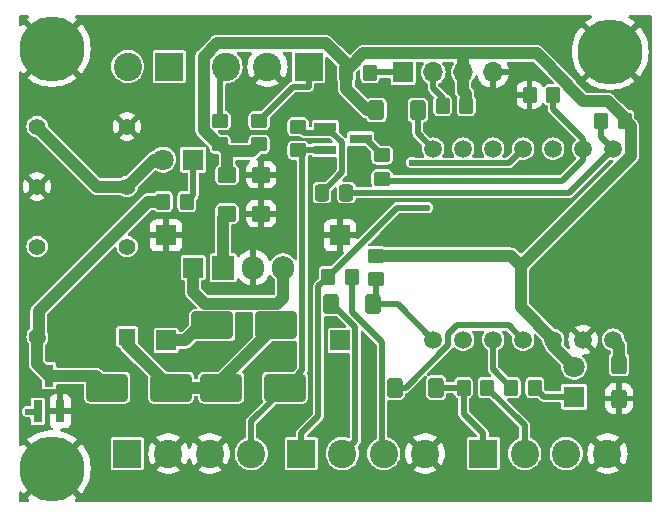
<source format=gtl>
G04 #@! TF.GenerationSoftware,KiCad,Pcbnew,7.0.7*
G04 #@! TF.CreationDate,2023-10-16T19:16:16+02:00*
G04 #@! TF.ProjectId,WaterValve,57617465-7256-4616-9c76-652e6b696361,Rev 6.1*
G04 #@! TF.SameCoordinates,Original*
G04 #@! TF.FileFunction,Copper,L1,Top*
G04 #@! TF.FilePolarity,Positive*
%FSLAX46Y46*%
G04 Gerber Fmt 4.6, Leading zero omitted, Abs format (unit mm)*
G04 Created by KiCad (PCBNEW 7.0.7) date 2023-10-16 19:16:16*
%MOMM*%
%LPD*%
G01*
G04 APERTURE LIST*
G04 Aperture macros list*
%AMRoundRect*
0 Rectangle with rounded corners*
0 $1 Rounding radius*
0 $2 $3 $4 $5 $6 $7 $8 $9 X,Y pos of 4 corners*
0 Add a 4 corners polygon primitive as box body*
4,1,4,$2,$3,$4,$5,$6,$7,$8,$9,$2,$3,0*
0 Add four circle primitives for the rounded corners*
1,1,$1+$1,$2,$3*
1,1,$1+$1,$4,$5*
1,1,$1+$1,$6,$7*
1,1,$1+$1,$8,$9*
0 Add four rect primitives between the rounded corners*
20,1,$1+$1,$2,$3,$4,$5,0*
20,1,$1+$1,$4,$5,$6,$7,0*
20,1,$1+$1,$6,$7,$8,$9,0*
20,1,$1+$1,$8,$9,$2,$3,0*%
G04 Aperture macros list end*
G04 #@! TA.AperFunction,ComponentPad*
%ADD10R,1.800000X1.800000*%
G04 #@! TD*
G04 #@! TA.AperFunction,ComponentPad*
%ADD11C,1.800000*%
G04 #@! TD*
G04 #@! TA.AperFunction,SMDPad,CuDef*
%ADD12RoundRect,0.250000X0.350000X0.450000X-0.350000X0.450000X-0.350000X-0.450000X0.350000X-0.450000X0*%
G04 #@! TD*
G04 #@! TA.AperFunction,SMDPad,CuDef*
%ADD13RoundRect,0.250000X-0.400000X-0.600000X0.400000X-0.600000X0.400000X0.600000X-0.400000X0.600000X0*%
G04 #@! TD*
G04 #@! TA.AperFunction,ComponentPad*
%ADD14R,1.700000X1.700000*%
G04 #@! TD*
G04 #@! TA.AperFunction,SMDPad,CuDef*
%ADD15RoundRect,0.250000X-0.537500X-0.425000X0.537500X-0.425000X0.537500X0.425000X-0.537500X0.425000X0*%
G04 #@! TD*
G04 #@! TA.AperFunction,SMDPad,CuDef*
%ADD16RoundRect,0.250000X-0.350000X-0.450000X0.350000X-0.450000X0.350000X0.450000X-0.350000X0.450000X0*%
G04 #@! TD*
G04 #@! TA.AperFunction,SMDPad,CuDef*
%ADD17RoundRect,0.250000X0.400000X0.600000X-0.400000X0.600000X-0.400000X-0.600000X0.400000X-0.600000X0*%
G04 #@! TD*
G04 #@! TA.AperFunction,ComponentPad*
%ADD18R,2.400000X2.400000*%
G04 #@! TD*
G04 #@! TA.AperFunction,ComponentPad*
%ADD19C,2.400000*%
G04 #@! TD*
G04 #@! TA.AperFunction,ComponentPad*
%ADD20R,1.905000X2.000000*%
G04 #@! TD*
G04 #@! TA.AperFunction,ComponentPad*
%ADD21O,1.905000X2.000000*%
G04 #@! TD*
G04 #@! TA.AperFunction,ComponentPad*
%ADD22R,1.400000X1.400000*%
G04 #@! TD*
G04 #@! TA.AperFunction,ComponentPad*
%ADD23C,1.400000*%
G04 #@! TD*
G04 #@! TA.AperFunction,SMDPad,CuDef*
%ADD24RoundRect,0.250000X0.450000X-0.350000X0.450000X0.350000X-0.450000X0.350000X-0.450000X-0.350000X0*%
G04 #@! TD*
G04 #@! TA.AperFunction,SMDPad,CuDef*
%ADD25RoundRect,0.250000X1.500000X0.900000X-1.500000X0.900000X-1.500000X-0.900000X1.500000X-0.900000X0*%
G04 #@! TD*
G04 #@! TA.AperFunction,ComponentPad*
%ADD26C,1.500000*%
G04 #@! TD*
G04 #@! TA.AperFunction,ComponentPad*
%ADD27C,5.500000*%
G04 #@! TD*
G04 #@! TA.AperFunction,SMDPad,CuDef*
%ADD28RoundRect,0.250000X-0.450000X0.350000X-0.450000X-0.350000X0.450000X-0.350000X0.450000X0.350000X0*%
G04 #@! TD*
G04 #@! TA.AperFunction,SMDPad,CuDef*
%ADD29RoundRect,0.250000X-1.500000X-0.900000X1.500000X-0.900000X1.500000X0.900000X-1.500000X0.900000X0*%
G04 #@! TD*
G04 #@! TA.AperFunction,SMDPad,CuDef*
%ADD30R,1.900000X0.800000*%
G04 #@! TD*
G04 #@! TA.AperFunction,ComponentPad*
%ADD31O,1.700000X1.700000*%
G04 #@! TD*
G04 #@! TA.AperFunction,SMDPad,CuDef*
%ADD32R,0.800000X1.900000*%
G04 #@! TD*
G04 #@! TA.AperFunction,SMDPad,CuDef*
%ADD33RoundRect,0.250000X0.337500X0.475000X-0.337500X0.475000X-0.337500X-0.475000X0.337500X-0.475000X0*%
G04 #@! TD*
G04 #@! TA.AperFunction,SMDPad,CuDef*
%ADD34RoundRect,0.250000X-0.425000X0.537500X-0.425000X-0.537500X0.425000X-0.537500X0.425000X0.537500X0*%
G04 #@! TD*
G04 #@! TA.AperFunction,ViaPad*
%ADD35C,0.600000*%
G04 #@! TD*
G04 #@! TA.AperFunction,Conductor*
%ADD36C,1.000000*%
G04 #@! TD*
G04 #@! TA.AperFunction,Conductor*
%ADD37C,0.500000*%
G04 #@! TD*
G04 APERTURE END LIST*
D10*
X151643000Y-94361000D03*
D11*
X149103000Y-94361000D03*
D12*
X174752000Y-89789000D03*
X172752000Y-89789000D03*
D13*
X163350000Y-106553000D03*
X166850000Y-106553000D03*
D14*
X164084000Y-109672000D03*
D15*
X154518500Y-95631000D03*
X157393500Y-95631000D03*
D16*
X180118000Y-88900000D03*
X182118000Y-88900000D03*
D13*
X167160000Y-90170000D03*
X170660000Y-90170000D03*
D14*
X151638000Y-103505000D03*
D16*
X149114000Y-97917000D03*
X151114000Y-97917000D03*
D14*
X149352000Y-100782000D03*
D17*
X172228000Y-113665000D03*
X168728000Y-113665000D03*
D18*
X176220000Y-119253000D03*
D19*
X179720000Y-119253000D03*
X183220000Y-119253000D03*
X186720000Y-119253000D03*
D20*
X154178000Y-103505000D03*
D21*
X156718000Y-103505000D03*
X159258000Y-103505000D03*
D15*
X154518500Y-98933000D03*
X157393500Y-98933000D03*
D22*
X146050000Y-109347000D03*
D23*
X146050000Y-101727000D03*
X146050000Y-96647000D03*
X146050000Y-91567000D03*
X138430000Y-91567000D03*
X138430000Y-96647000D03*
X138430000Y-101727000D03*
X138430000Y-109347000D03*
D24*
X167640000Y-95980000D03*
X167640000Y-93980000D03*
D12*
X165084000Y-104267000D03*
X163084000Y-104267000D03*
D16*
X174530000Y-113665000D03*
X176530000Y-113665000D03*
D25*
X149766000Y-113665000D03*
X144366000Y-113665000D03*
D18*
X149606000Y-86487000D03*
D19*
X146106000Y-86487000D03*
D26*
X187198000Y-93439700D03*
X184658000Y-93439700D03*
X182118000Y-93439700D03*
X179578000Y-93439700D03*
X177038000Y-93439700D03*
X174498000Y-93439700D03*
X171958000Y-93439700D03*
X171958000Y-109604700D03*
X174498000Y-109604700D03*
X177038000Y-109604700D03*
X179578000Y-109604700D03*
X182118000Y-109604700D03*
X184658000Y-109604700D03*
X187198000Y-109604700D03*
D14*
X164084000Y-100782000D03*
D24*
X153924000Y-93075000D03*
X153924000Y-91075000D03*
D25*
X158656000Y-108402000D03*
X153256000Y-108402000D03*
D27*
X139700000Y-84963000D03*
D28*
X160528000Y-91583000D03*
X160528000Y-93583000D03*
D18*
X146050000Y-119253000D03*
D19*
X149550000Y-119253000D03*
X153050000Y-119253000D03*
X156550000Y-119253000D03*
D29*
X154018000Y-113665000D03*
X159418000Y-113665000D03*
D27*
X139700000Y-120523000D03*
D30*
X162838000Y-91633000D03*
X162838000Y-93533000D03*
X165838000Y-92583000D03*
D16*
X178578000Y-113665000D03*
X180578000Y-113665000D03*
D14*
X149352000Y-109672000D03*
X169418000Y-86979000D03*
D31*
X171958000Y-86979000D03*
X174498000Y-86979000D03*
X177038000Y-86979000D03*
D12*
X188198000Y-91059000D03*
X186198000Y-91059000D03*
D16*
X164608000Y-86995000D03*
X166608000Y-86995000D03*
D10*
X183896000Y-114432000D03*
D11*
X183896000Y-111892000D03*
D32*
X138496000Y-115673000D03*
X140396000Y-115673000D03*
X139446000Y-112673000D03*
D27*
X186944000Y-85217000D03*
D18*
X160782000Y-119253000D03*
D19*
X164282000Y-119253000D03*
X167782000Y-119253000D03*
X171282000Y-119253000D03*
D28*
X167132000Y-102505000D03*
X167132000Y-104505000D03*
D24*
X157226000Y-93075000D03*
X157226000Y-91075000D03*
D33*
X164613500Y-97155000D03*
X162538500Y-97155000D03*
D18*
X161432000Y-86487000D03*
D19*
X157932000Y-86487000D03*
X154432000Y-86487000D03*
D34*
X187706000Y-111719500D03*
X187706000Y-114594500D03*
D35*
X170180000Y-94615000D03*
X171450000Y-98425000D03*
X137668000Y-115697000D03*
D36*
X159258000Y-106044000D02*
X159258000Y-103505000D01*
X187706000Y-110112700D02*
X187706000Y-111719500D01*
X187198000Y-109604700D02*
X187706000Y-110112700D01*
X158750000Y-106552000D02*
X159258000Y-106044000D01*
X152654000Y-106552000D02*
X158750000Y-106552000D01*
X151638000Y-103505000D02*
X151638000Y-105536000D01*
X151638000Y-105536000D02*
X152654000Y-106552000D01*
X158656000Y-108402000D02*
X154018000Y-113040000D01*
X154018000Y-113040000D02*
X154018000Y-113665000D01*
X146050000Y-109347000D02*
X146050000Y-109949000D01*
X146050000Y-96647000D02*
X148336000Y-94361000D01*
X154018000Y-113665000D02*
X149766000Y-113665000D01*
X146050000Y-109949000D02*
X149766000Y-113665000D01*
X148336000Y-94361000D02*
X149103000Y-94361000D01*
X138430000Y-91567000D02*
X143510000Y-96647000D01*
X143510000Y-96647000D02*
X146050000Y-96647000D01*
X138430000Y-109347000D02*
X138430000Y-111657000D01*
X138684000Y-109474000D02*
X138557000Y-109347000D01*
X143374000Y-112673000D02*
X144366000Y-113665000D01*
X138430000Y-111657000D02*
X139446000Y-112673000D01*
X138557000Y-109347000D02*
X138557000Y-107207100D01*
X139446000Y-112673000D02*
X143374000Y-112673000D01*
X138557000Y-109347000D02*
X138430000Y-109347000D01*
X147847100Y-97917000D02*
X149114000Y-97917000D01*
X138557000Y-107207100D02*
X147847100Y-97917000D01*
X166038300Y-85379000D02*
X174498000Y-85379000D01*
X164882300Y-86535000D02*
X162872300Y-84525000D01*
X188695900Y-91556900D02*
X188695900Y-94060600D01*
X153749700Y-93075000D02*
X153924000Y-93075000D01*
X179400200Y-103356300D02*
X178548900Y-102505000D01*
X157226000Y-93075000D02*
X156631500Y-93669500D01*
X164608000Y-88408000D02*
X166370000Y-90170000D01*
X188198000Y-90856100D02*
X188198000Y-91059000D01*
X154518500Y-95631000D02*
X154518500Y-93669500D01*
X188695900Y-94060600D02*
X179400200Y-103356300D01*
X164608000Y-86995000D02*
X164608000Y-88408000D01*
X174498000Y-86979000D02*
X174498000Y-88579000D01*
X174498000Y-86979000D02*
X174498000Y-85395200D01*
X184686800Y-89436800D02*
X183419200Y-88169200D01*
X186778700Y-89436800D02*
X188198000Y-90856100D01*
X183419200Y-88057697D02*
X183419200Y-88169200D01*
X152522900Y-91848200D02*
X153749700Y-93075000D01*
X166370000Y-90170000D02*
X167160000Y-90170000D01*
X174498000Y-85395200D02*
X174498000Y-85379000D01*
X153644100Y-84525000D02*
X152522900Y-85646200D01*
X184686800Y-89436800D02*
X186778700Y-89436800D01*
X154518500Y-93669500D02*
X153924000Y-93075000D01*
X174752000Y-88833000D02*
X174752000Y-89789000D01*
X182118000Y-110114000D02*
X182118000Y-109604700D01*
X178548900Y-102505000D02*
X167132000Y-102505000D01*
X188198000Y-91059000D02*
X188695900Y-91556900D01*
X183896000Y-111892000D02*
X182118000Y-110114000D01*
X164882300Y-86535000D02*
X166038300Y-85379000D01*
X156631500Y-93669500D02*
X154518500Y-93669500D01*
X180740503Y-85379000D02*
X183419200Y-88057697D01*
X174498000Y-88579000D02*
X174752000Y-88833000D01*
X179400200Y-106886900D02*
X179400200Y-103356300D01*
X182118000Y-109604700D02*
X179400200Y-106886900D01*
X164608000Y-86809300D02*
X164882300Y-86535000D01*
X152522900Y-85646200D02*
X152522900Y-91848200D01*
X162872300Y-84525000D02*
X153644100Y-84525000D01*
X174498000Y-85379000D02*
X180740503Y-85379000D01*
X164608000Y-86995000D02*
X164608000Y-86809300D01*
D37*
X160882400Y-112200600D02*
X159418000Y-113665000D01*
X160882400Y-93583000D02*
X160528000Y-93583000D01*
X162838000Y-93533000D02*
X161388000Y-93533000D01*
X160882400Y-93583000D02*
X160882400Y-112200600D01*
X156550000Y-116533000D02*
X156550000Y-119253000D01*
X159418000Y-113665000D02*
X156550000Y-116533000D01*
X161338000Y-93583000D02*
X160882400Y-93583000D01*
X161388000Y-93533000D02*
X161338000Y-93583000D01*
X183896000Y-114432000D02*
X181345000Y-114432000D01*
X181345000Y-114432000D02*
X180578000Y-113665000D01*
X171958000Y-86979000D02*
X171958000Y-88329000D01*
X171958000Y-88329000D02*
X172752000Y-89123000D01*
X172752000Y-89123000D02*
X172752000Y-89789000D01*
D36*
X154178000Y-103505000D02*
X154178000Y-99273500D01*
X154178000Y-99273500D02*
X154518500Y-98933000D01*
X152222000Y-108402000D02*
X150952000Y-109672000D01*
X149352000Y-109672000D02*
X150952000Y-109672000D01*
X153256000Y-108402000D02*
X152222000Y-108402000D01*
D37*
X166624000Y-86979000D02*
X166608000Y-86995000D01*
X169418000Y-86979000D02*
X166624000Y-86979000D01*
X171958000Y-109604700D02*
X168977300Y-106624000D01*
X167132000Y-106624000D02*
X166850000Y-106624000D01*
X167132000Y-106624000D02*
X167132000Y-104505000D01*
X168977300Y-106624000D02*
X167132000Y-106624000D01*
X151114000Y-97917000D02*
X151643000Y-97388000D01*
X151643000Y-97388000D02*
X151643000Y-94361000D01*
X160114000Y-88187000D02*
X157226000Y-91075000D01*
X161432000Y-86487000D02*
X161432000Y-88187000D01*
X161432000Y-88187000D02*
X160114000Y-88187000D01*
X170204700Y-94639700D02*
X178378000Y-94639700D01*
X154432000Y-86487000D02*
X153924000Y-86995000D01*
X170180000Y-94615000D02*
X170204700Y-94639700D01*
X153924000Y-86995000D02*
X153924000Y-91075000D01*
X178378000Y-94639700D02*
X179578000Y-93439700D01*
X160782000Y-117553000D02*
X162248900Y-116086100D01*
X167132000Y-100219000D02*
X163084000Y-104267000D01*
X168910000Y-98425000D02*
X171450000Y-98425000D01*
X162248900Y-105102100D02*
X163084000Y-104267000D01*
X170660000Y-90170000D02*
X170660000Y-92141700D01*
X160782000Y-119253000D02*
X160782000Y-117553000D01*
X162248900Y-116086100D02*
X162248900Y-105102100D01*
X167132000Y-100203000D02*
X168910000Y-98425000D01*
X167132000Y-100219000D02*
X167132000Y-100203000D01*
X170660000Y-92141700D02*
X171958000Y-93439700D01*
X176220000Y-117553000D02*
X174530000Y-115863000D01*
X174530000Y-115863000D02*
X174530000Y-113665000D01*
X172228000Y-113665000D02*
X174530000Y-113665000D01*
X176220000Y-119253000D02*
X176220000Y-117553000D01*
X138472000Y-115697000D02*
X138496000Y-115673000D01*
X179720000Y-116855000D02*
X176530000Y-113665000D01*
X137668000Y-115697000D02*
X138472000Y-115697000D01*
X179720000Y-119253000D02*
X179720000Y-116855000D01*
X187198000Y-93439700D02*
X186198000Y-92439700D01*
X187198000Y-93439700D02*
X183482700Y-97155000D01*
X186198000Y-92439700D02*
X186198000Y-91059000D01*
X183482700Y-97155000D02*
X164613500Y-97155000D01*
X165384200Y-118150800D02*
X165384200Y-108573600D01*
X164282000Y-119253000D02*
X165384200Y-118150800D01*
X163434600Y-106624000D02*
X163350000Y-106624000D01*
X165384200Y-108573600D02*
X163434600Y-106624000D01*
X164239500Y-95454000D02*
X164239500Y-92909500D01*
X162538500Y-97155000D02*
X164239500Y-95454000D01*
X162838000Y-92083000D02*
X161028000Y-92083000D01*
X164239500Y-92909500D02*
X163413000Y-92083000D01*
X162838000Y-91633000D02*
X162838000Y-92083000D01*
X163413000Y-92083000D02*
X162838000Y-92083000D01*
X161028000Y-92083000D02*
X160528000Y-91583000D01*
X179578000Y-109604700D02*
X178371400Y-108398100D01*
X169635100Y-113665000D02*
X168728000Y-113665000D01*
X173228000Y-109159800D02*
X173228000Y-110072100D01*
X178371400Y-108398100D02*
X173989700Y-108398100D01*
X173989700Y-108398100D02*
X173228000Y-109159800D01*
X173228000Y-110072100D02*
X169635100Y-113665000D01*
X167782000Y-119253000D02*
X167626800Y-119097800D01*
X165084000Y-107283100D02*
X165084000Y-104267000D01*
X167626800Y-119097800D02*
X167626800Y-109825900D01*
X167626800Y-109825900D02*
X165084000Y-107283100D01*
X166243000Y-92583000D02*
X167640000Y-93980000D01*
X165838000Y-92583000D02*
X166243000Y-92583000D01*
X184658000Y-94361000D02*
X184658000Y-93439700D01*
X182880000Y-96139000D02*
X184658000Y-94361000D01*
X182118000Y-90043000D02*
X184658000Y-92583000D01*
X182118000Y-88900000D02*
X182118000Y-90043000D01*
X167640000Y-95980000D02*
X167799000Y-96139000D01*
X167751150Y-95868850D02*
X167640000Y-95980000D01*
X184658000Y-92583000D02*
X184658000Y-93439700D01*
X167799000Y-96139000D02*
X182880000Y-96139000D01*
X177038000Y-109604700D02*
X177038000Y-112125000D01*
X177038000Y-112125000D02*
X178578000Y-113665000D01*
G04 #@! TA.AperFunction,Conductor*
G36*
X138438427Y-121533531D02*
G01*
X138489381Y-121569179D01*
X138565130Y-121657870D01*
X138628855Y-121712296D01*
X138653816Y-121733615D01*
X138692009Y-121792122D01*
X138692507Y-121861990D01*
X138660965Y-121915586D01*
X137582625Y-122993926D01*
X137582625Y-122993928D01*
X137592900Y-123003660D01*
X137732504Y-123109785D01*
X137773961Y-123166026D01*
X137778430Y-123235753D01*
X137744493Y-123296827D01*
X137682924Y-123329858D01*
X137657462Y-123332500D01*
X137014500Y-123332500D01*
X136947461Y-123312815D01*
X136901706Y-123260011D01*
X136890500Y-123208500D01*
X136890500Y-122573110D01*
X136910185Y-122506071D01*
X136962989Y-122460316D01*
X137032147Y-122450372D01*
X137095703Y-122479397D01*
X137109009Y-122492835D01*
X137231914Y-122637532D01*
X138307413Y-121562032D01*
X138368736Y-121528547D01*
X138438427Y-121533531D01*
G37*
G04 #@! TD.AperFunction*
G04 #@! TA.AperFunction,Conductor*
G36*
X185352109Y-82173185D02*
G01*
X185397864Y-82225989D01*
X185407808Y-82295147D01*
X185378783Y-82358703D01*
X185348998Y-82383751D01*
X185117464Y-82523058D01*
X185117460Y-82523061D01*
X184836906Y-82736334D01*
X184826625Y-82746071D01*
X184826625Y-82746073D01*
X185904966Y-83824413D01*
X185938451Y-83885736D01*
X185933467Y-83955428D01*
X185897817Y-84006384D01*
X185809130Y-84082130D01*
X185733384Y-84170817D01*
X185674877Y-84209010D01*
X185605009Y-84209508D01*
X185551413Y-84177966D01*
X184475914Y-83102466D01*
X184475913Y-83102466D01*
X184352896Y-83247296D01*
X184155124Y-83538988D01*
X183990052Y-83850347D01*
X183990043Y-83850365D01*
X183859602Y-84177749D01*
X183859600Y-84177756D01*
X183765325Y-84517306D01*
X183765319Y-84517332D01*
X183708308Y-84865082D01*
X183708306Y-84865099D01*
X183689227Y-85216997D01*
X183689227Y-85217002D01*
X183708306Y-85568900D01*
X183708308Y-85568917D01*
X183765319Y-85916667D01*
X183765325Y-85916693D01*
X183859600Y-86256243D01*
X183859602Y-86256250D01*
X183990043Y-86583634D01*
X183990052Y-86583652D01*
X184155124Y-86895011D01*
X184352896Y-87186702D01*
X184475914Y-87331532D01*
X185551413Y-86256032D01*
X185612736Y-86222547D01*
X185682427Y-86227531D01*
X185733381Y-86263179D01*
X185809130Y-86351870D01*
X185857310Y-86393019D01*
X185897816Y-86427615D01*
X185936009Y-86486122D01*
X185936507Y-86555990D01*
X185904965Y-86609586D01*
X184826625Y-87687926D01*
X184826625Y-87687928D01*
X184836900Y-87697660D01*
X185117460Y-87910938D01*
X185117464Y-87910941D01*
X185419445Y-88092635D01*
X185739273Y-88240603D01*
X186073256Y-88353136D01*
X186417437Y-88428896D01*
X186767788Y-88466999D01*
X186767795Y-88467000D01*
X187120205Y-88467000D01*
X187120211Y-88466999D01*
X187470562Y-88428896D01*
X187814743Y-88353136D01*
X188148726Y-88240603D01*
X188468554Y-88092635D01*
X188770535Y-87910941D01*
X188770539Y-87910938D01*
X189051093Y-87697665D01*
X189051105Y-87697654D01*
X189061373Y-87687927D01*
X189061373Y-87687926D01*
X187983033Y-86609586D01*
X187949548Y-86548263D01*
X187954532Y-86478571D01*
X187990180Y-86427617D01*
X188078870Y-86351870D01*
X188154617Y-86263180D01*
X188213121Y-86224990D01*
X188282989Y-86224490D01*
X188336586Y-86256033D01*
X189412084Y-87331532D01*
X189412085Y-87331531D01*
X189535102Y-87186704D01*
X189732875Y-86895011D01*
X189897947Y-86583652D01*
X189897956Y-86583634D01*
X190028397Y-86256250D01*
X190028399Y-86256243D01*
X190122674Y-85916693D01*
X190122680Y-85916667D01*
X190179691Y-85568917D01*
X190179693Y-85568900D01*
X190198773Y-85217002D01*
X190198773Y-85216997D01*
X190179693Y-84865099D01*
X190179691Y-84865082D01*
X190122680Y-84517332D01*
X190122674Y-84517306D01*
X190028399Y-84177756D01*
X190028397Y-84177749D01*
X189897956Y-83850365D01*
X189897947Y-83850347D01*
X189732875Y-83538988D01*
X189535099Y-83247291D01*
X189412085Y-83102467D01*
X189412084Y-83102466D01*
X188336586Y-84177965D01*
X188275263Y-84211450D01*
X188205571Y-84206466D01*
X188154615Y-84170816D01*
X188133296Y-84145855D01*
X188078870Y-84082130D01*
X187990179Y-84006381D01*
X187951989Y-83947878D01*
X187951489Y-83878010D01*
X187983032Y-83824413D01*
X189061374Y-82746072D01*
X189051099Y-82736340D01*
X189051087Y-82736330D01*
X188770539Y-82523061D01*
X188770535Y-82523058D01*
X188539002Y-82383751D01*
X188491707Y-82332321D01*
X188479724Y-82263487D01*
X188506859Y-82199101D01*
X188564495Y-82159607D01*
X188602930Y-82153500D01*
X190391500Y-82153500D01*
X190458539Y-82173185D01*
X190504294Y-82225989D01*
X190515500Y-82277500D01*
X190515500Y-123208500D01*
X190495815Y-123275539D01*
X190443011Y-123321294D01*
X190391500Y-123332500D01*
X141742538Y-123332500D01*
X141675499Y-123312815D01*
X141629744Y-123260011D01*
X141619800Y-123190853D01*
X141648825Y-123127297D01*
X141667496Y-123109785D01*
X141807093Y-123003665D01*
X141807105Y-123003654D01*
X141817373Y-122993927D01*
X141817373Y-122993926D01*
X140739033Y-121915586D01*
X140705548Y-121854263D01*
X140710532Y-121784571D01*
X140746180Y-121733617D01*
X140834870Y-121657870D01*
X140910617Y-121569180D01*
X140969121Y-121530990D01*
X141038989Y-121530490D01*
X141092586Y-121562033D01*
X142168084Y-122637532D01*
X142168085Y-122637531D01*
X142291102Y-122492704D01*
X142488875Y-122201011D01*
X142653947Y-121889652D01*
X142653956Y-121889634D01*
X142784397Y-121562250D01*
X142784399Y-121562243D01*
X142878674Y-121222693D01*
X142878680Y-121222667D01*
X142935691Y-120874917D01*
X142935693Y-120874900D01*
X142954773Y-120523002D01*
X142954773Y-120522997D01*
X142952049Y-120472752D01*
X144649500Y-120472752D01*
X144661131Y-120531229D01*
X144661132Y-120531230D01*
X144705447Y-120597552D01*
X144771769Y-120641867D01*
X144771770Y-120641868D01*
X144830247Y-120653499D01*
X144830250Y-120653500D01*
X144830252Y-120653500D01*
X147269750Y-120653500D01*
X147269751Y-120653499D01*
X147284568Y-120650552D01*
X147328229Y-120641868D01*
X147328229Y-120641867D01*
X147328231Y-120641867D01*
X147394552Y-120597552D01*
X147438867Y-120531231D01*
X147438867Y-120531229D01*
X147438868Y-120531229D01*
X147450499Y-120472752D01*
X147450500Y-120472750D01*
X147450500Y-119253004D01*
X147845233Y-119253004D01*
X147864273Y-119507079D01*
X147920968Y-119755477D01*
X147920973Y-119755494D01*
X148014058Y-119992671D01*
X148014057Y-119992671D01*
X148141457Y-120213332D01*
X148183452Y-120265993D01*
X148868590Y-119580855D01*
X148929913Y-119547370D01*
X148999604Y-119552354D01*
X149054645Y-119593049D01*
X149107019Y-119661304D01*
X149122075Y-119680925D01*
X149209948Y-119748353D01*
X149251150Y-119804781D01*
X149255305Y-119874527D01*
X149222142Y-119934409D01*
X148536813Y-120619737D01*
X148697623Y-120729375D01*
X148697624Y-120729376D01*
X148927176Y-120839921D01*
X148927174Y-120839921D01*
X149170652Y-120915024D01*
X149170658Y-120915026D01*
X149422595Y-120952999D01*
X149422604Y-120953000D01*
X149677396Y-120953000D01*
X149677404Y-120952999D01*
X149929341Y-120915026D01*
X149929347Y-120915024D01*
X150172824Y-120839921D01*
X150402381Y-120729373D01*
X150563185Y-120619737D01*
X149877856Y-119934409D01*
X149844371Y-119873086D01*
X149849355Y-119803395D01*
X149890049Y-119748353D01*
X149977925Y-119680925D01*
X150045354Y-119593048D01*
X150101779Y-119551848D01*
X150171525Y-119547693D01*
X150231409Y-119580856D01*
X150916545Y-120265993D01*
X150958545Y-120213327D01*
X151085941Y-119992671D01*
X151179026Y-119755494D01*
X151179032Y-119755475D01*
X151179108Y-119755145D01*
X151179167Y-119755038D01*
X151180400Y-119751044D01*
X151181254Y-119751307D01*
X151213214Y-119694165D01*
X151274874Y-119661304D01*
X151344511Y-119666996D01*
X151400017Y-119709433D01*
X151419090Y-119751201D01*
X151419600Y-119751044D01*
X151420809Y-119754965D01*
X151420892Y-119755145D01*
X151420967Y-119755475D01*
X151420973Y-119755494D01*
X151514058Y-119992671D01*
X151514057Y-119992671D01*
X151641457Y-120213332D01*
X151683452Y-120265993D01*
X152368590Y-119580855D01*
X152429913Y-119547370D01*
X152499604Y-119552354D01*
X152554645Y-119593049D01*
X152607019Y-119661304D01*
X152622075Y-119680925D01*
X152709948Y-119748353D01*
X152751150Y-119804781D01*
X152755305Y-119874527D01*
X152722142Y-119934409D01*
X152036813Y-120619737D01*
X152197623Y-120729375D01*
X152197624Y-120729376D01*
X152427176Y-120839921D01*
X152427174Y-120839921D01*
X152670652Y-120915024D01*
X152670658Y-120915026D01*
X152922595Y-120952999D01*
X152922604Y-120953000D01*
X153177396Y-120953000D01*
X153177404Y-120952999D01*
X153429341Y-120915026D01*
X153429347Y-120915024D01*
X153672824Y-120839921D01*
X153902381Y-120729373D01*
X154063185Y-120619737D01*
X153377856Y-119934409D01*
X153344371Y-119873086D01*
X153349355Y-119803395D01*
X153390049Y-119748353D01*
X153477925Y-119680925D01*
X153545354Y-119593048D01*
X153601779Y-119551848D01*
X153671525Y-119547693D01*
X153731409Y-119580856D01*
X154416545Y-120265993D01*
X154458545Y-120213327D01*
X154585941Y-119992671D01*
X154679026Y-119755494D01*
X154679031Y-119755477D01*
X154735726Y-119507079D01*
X154754767Y-119253004D01*
X154754767Y-119252995D01*
X154735726Y-118998920D01*
X154679031Y-118750522D01*
X154679026Y-118750505D01*
X154585941Y-118513328D01*
X154585942Y-118513328D01*
X154458544Y-118292671D01*
X154416545Y-118240005D01*
X153731409Y-118925142D01*
X153670086Y-118958627D01*
X153600394Y-118953643D01*
X153545353Y-118912948D01*
X153477925Y-118825075D01*
X153440944Y-118796699D01*
X153390049Y-118757645D01*
X153348847Y-118701219D01*
X153344692Y-118631473D01*
X153377855Y-118571590D01*
X154063185Y-117886261D01*
X153902377Y-117776624D01*
X153902376Y-117776623D01*
X153672823Y-117666078D01*
X153672825Y-117666078D01*
X153429347Y-117590975D01*
X153429341Y-117590973D01*
X153177404Y-117553000D01*
X152922595Y-117553000D01*
X152670658Y-117590973D01*
X152670652Y-117590975D01*
X152427175Y-117666078D01*
X152197624Y-117776623D01*
X152197616Y-117776628D01*
X152036813Y-117886261D01*
X152722143Y-118571590D01*
X152755628Y-118632913D01*
X152750644Y-118702604D01*
X152709949Y-118757646D01*
X152622075Y-118825074D01*
X152622074Y-118825075D01*
X152554646Y-118912949D01*
X152498218Y-118954151D01*
X152428472Y-118958306D01*
X152368590Y-118925143D01*
X151683453Y-118240006D01*
X151641455Y-118292670D01*
X151514058Y-118513328D01*
X151420973Y-118750505D01*
X151420968Y-118750522D01*
X151420891Y-118750860D01*
X151420830Y-118750968D01*
X151419600Y-118754956D01*
X151418747Y-118754692D01*
X151386782Y-118811838D01*
X151325121Y-118844696D01*
X151255484Y-118839001D01*
X151199980Y-118796561D01*
X151180907Y-118754799D01*
X151180400Y-118754956D01*
X151179192Y-118751043D01*
X151179109Y-118750860D01*
X151179031Y-118750522D01*
X151179026Y-118750505D01*
X151085941Y-118513328D01*
X151085942Y-118513328D01*
X150958544Y-118292671D01*
X150916545Y-118240005D01*
X150231409Y-118925142D01*
X150170086Y-118958627D01*
X150100394Y-118953643D01*
X150045353Y-118912948D01*
X149977925Y-118825075D01*
X149940944Y-118796699D01*
X149890049Y-118757645D01*
X149848847Y-118701219D01*
X149844692Y-118631473D01*
X149877855Y-118571590D01*
X150563185Y-117886261D01*
X150402377Y-117776624D01*
X150402376Y-117776623D01*
X150172823Y-117666078D01*
X150172825Y-117666078D01*
X149929347Y-117590975D01*
X149929341Y-117590973D01*
X149677404Y-117553000D01*
X149422595Y-117553000D01*
X149170658Y-117590973D01*
X149170652Y-117590975D01*
X148927175Y-117666078D01*
X148697624Y-117776623D01*
X148697616Y-117776628D01*
X148536813Y-117886261D01*
X149222143Y-118571590D01*
X149255628Y-118632913D01*
X149250644Y-118702604D01*
X149209949Y-118757646D01*
X149122075Y-118825074D01*
X149122074Y-118825075D01*
X149054646Y-118912949D01*
X148998218Y-118954151D01*
X148928472Y-118958306D01*
X148868590Y-118925143D01*
X148183453Y-118240006D01*
X148141455Y-118292670D01*
X148014058Y-118513328D01*
X147920973Y-118750505D01*
X147920968Y-118750522D01*
X147864273Y-118998920D01*
X147845233Y-119252995D01*
X147845233Y-119253004D01*
X147450500Y-119253004D01*
X147450500Y-118033249D01*
X147450499Y-118033247D01*
X147438868Y-117974770D01*
X147438867Y-117974769D01*
X147394552Y-117908447D01*
X147328230Y-117864132D01*
X147328229Y-117864131D01*
X147269752Y-117852500D01*
X147269748Y-117852500D01*
X144830252Y-117852500D01*
X144830247Y-117852500D01*
X144771770Y-117864131D01*
X144771769Y-117864132D01*
X144705447Y-117908447D01*
X144661132Y-117974769D01*
X144661131Y-117974770D01*
X144649500Y-118033247D01*
X144649500Y-120472752D01*
X142952049Y-120472752D01*
X142935693Y-120171099D01*
X142935691Y-120171082D01*
X142878680Y-119823332D01*
X142878674Y-119823306D01*
X142784399Y-119483756D01*
X142784397Y-119483749D01*
X142653956Y-119156365D01*
X142653947Y-119156347D01*
X142488875Y-118844988D01*
X142291099Y-118553291D01*
X142168085Y-118408467D01*
X142168084Y-118408466D01*
X141092586Y-119483965D01*
X141031263Y-119517450D01*
X140961571Y-119512466D01*
X140910615Y-119476816D01*
X140889296Y-119451855D01*
X140834870Y-119388130D01*
X140746179Y-119312381D01*
X140707989Y-119253878D01*
X140707489Y-119184010D01*
X140739032Y-119130413D01*
X141817374Y-118052072D01*
X141807099Y-118042340D01*
X141807087Y-118042330D01*
X141526539Y-117829061D01*
X141526535Y-117829058D01*
X141224554Y-117647364D01*
X140904726Y-117499396D01*
X140570743Y-117386863D01*
X140485504Y-117368101D01*
X140424263Y-117334465D01*
X140390929Y-117273060D01*
X140396085Y-117203380D01*
X140438094Y-117147550D01*
X140503619Y-117123295D01*
X140512160Y-117123000D01*
X140843828Y-117123000D01*
X140843844Y-117122999D01*
X140903372Y-117116598D01*
X140903379Y-117116596D01*
X141038086Y-117066354D01*
X141038093Y-117066350D01*
X141153187Y-116980190D01*
X141153190Y-116980187D01*
X141239350Y-116865093D01*
X141239354Y-116865086D01*
X141289596Y-116730379D01*
X141289598Y-116730372D01*
X141295999Y-116670844D01*
X141296000Y-116670827D01*
X141296000Y-115923000D01*
X139496000Y-115923000D01*
X139496000Y-116670844D01*
X139502401Y-116730372D01*
X139502403Y-116730379D01*
X139552645Y-116865086D01*
X139552649Y-116865093D01*
X139638809Y-116980187D01*
X139638812Y-116980190D01*
X139731710Y-117049734D01*
X139773581Y-117105668D01*
X139778565Y-117175359D01*
X139745079Y-117236682D01*
X139683756Y-117270166D01*
X139657399Y-117273000D01*
X139523788Y-117273000D01*
X139173437Y-117311103D01*
X138829256Y-117386863D01*
X138495273Y-117499396D01*
X138175445Y-117647364D01*
X137873464Y-117829058D01*
X137873460Y-117829061D01*
X137592906Y-118042334D01*
X137582625Y-118052071D01*
X137582625Y-118052073D01*
X138660966Y-119130413D01*
X138694451Y-119191736D01*
X138689467Y-119261428D01*
X138653817Y-119312384D01*
X138565130Y-119388130D01*
X138489384Y-119476817D01*
X138430877Y-119515010D01*
X138361009Y-119515508D01*
X138307413Y-119483966D01*
X137231914Y-118408466D01*
X137231913Y-118408466D01*
X137109009Y-118553164D01*
X137050606Y-118591516D01*
X136980740Y-118592205D01*
X136921592Y-118555012D01*
X136891942Y-118491745D01*
X136890500Y-118472889D01*
X136890500Y-115696999D01*
X137162353Y-115696999D01*
X137182834Y-115839456D01*
X137220988Y-115923000D01*
X137242623Y-115970373D01*
X137336872Y-116079143D01*
X137457947Y-116156953D01*
X137457950Y-116156954D01*
X137457949Y-116156954D01*
X137521450Y-116175599D01*
X137592827Y-116196557D01*
X137596036Y-116197499D01*
X137596038Y-116197500D01*
X137596039Y-116197500D01*
X137739962Y-116197500D01*
X137748740Y-116196238D01*
X137749064Y-116198498D01*
X137806426Y-116198494D01*
X137865207Y-116236265D01*
X137894237Y-116299818D01*
X137895500Y-116317474D01*
X137895500Y-116642752D01*
X137907131Y-116701229D01*
X137907132Y-116701230D01*
X137951447Y-116767552D01*
X138017769Y-116811867D01*
X138017770Y-116811868D01*
X138076247Y-116823499D01*
X138076250Y-116823500D01*
X138076252Y-116823500D01*
X138915750Y-116823500D01*
X138915751Y-116823499D01*
X138930568Y-116820552D01*
X138974229Y-116811868D01*
X138974229Y-116811867D01*
X138974231Y-116811867D01*
X139040552Y-116767552D01*
X139084867Y-116701231D01*
X139084867Y-116701229D01*
X139084868Y-116701229D01*
X139096499Y-116642752D01*
X139096500Y-116642750D01*
X139096500Y-115423000D01*
X139496000Y-115423000D01*
X140146000Y-115423000D01*
X140146000Y-114223000D01*
X140646000Y-114223000D01*
X140646000Y-115423000D01*
X141296000Y-115423000D01*
X141296000Y-114675172D01*
X141295999Y-114675155D01*
X141289598Y-114615627D01*
X141289596Y-114615620D01*
X141239354Y-114480913D01*
X141239350Y-114480906D01*
X141153190Y-114365812D01*
X141153187Y-114365809D01*
X141038093Y-114279649D01*
X141038086Y-114279645D01*
X140903379Y-114229403D01*
X140903372Y-114229401D01*
X140843844Y-114223000D01*
X140646000Y-114223000D01*
X140146000Y-114223000D01*
X139948155Y-114223000D01*
X139888627Y-114229401D01*
X139888620Y-114229403D01*
X139753913Y-114279645D01*
X139753906Y-114279649D01*
X139638812Y-114365809D01*
X139638809Y-114365812D01*
X139552649Y-114480906D01*
X139552645Y-114480913D01*
X139502403Y-114615620D01*
X139502401Y-114615627D01*
X139496000Y-114675155D01*
X139496000Y-115423000D01*
X139096500Y-115423000D01*
X139096500Y-114703249D01*
X139096499Y-114703247D01*
X139084868Y-114644770D01*
X139084867Y-114644769D01*
X139040552Y-114578447D01*
X138974230Y-114534132D01*
X138974229Y-114534131D01*
X138915752Y-114522500D01*
X138915748Y-114522500D01*
X138076252Y-114522500D01*
X138076247Y-114522500D01*
X138017770Y-114534131D01*
X138017769Y-114534132D01*
X137951447Y-114578447D01*
X137907132Y-114644769D01*
X137907131Y-114644770D01*
X137895500Y-114703247D01*
X137895500Y-115076525D01*
X137875815Y-115143564D01*
X137823011Y-115189319D01*
X137753853Y-115199263D01*
X137743462Y-115197003D01*
X137739962Y-115196500D01*
X137739961Y-115196500D01*
X137596039Y-115196500D01*
X137596036Y-115196500D01*
X137457949Y-115237045D01*
X137336873Y-115314856D01*
X137242623Y-115423626D01*
X137242622Y-115423628D01*
X137182834Y-115554543D01*
X137162353Y-115696999D01*
X136890500Y-115696999D01*
X136890500Y-109347000D01*
X137524540Y-109347000D01*
X137544326Y-109535256D01*
X137544327Y-109535259D01*
X137602818Y-109715277D01*
X137602821Y-109715284D01*
X137697466Y-109879215D01*
X137697648Y-109879417D01*
X137697716Y-109879559D01*
X137701285Y-109884471D01*
X137700386Y-109885123D01*
X137727879Y-109942408D01*
X137729500Y-109962391D01*
X137729500Y-111633951D01*
X137729387Y-111637696D01*
X137725642Y-111699603D01*
X137725642Y-111699605D01*
X137736821Y-111760612D01*
X137737384Y-111764313D01*
X137744859Y-111825870D01*
X137744860Y-111825874D01*
X137748451Y-111835343D01*
X137754474Y-111856946D01*
X137756304Y-111866930D01*
X137781759Y-111923490D01*
X137783189Y-111926941D01*
X137805182Y-111984930D01*
X137809683Y-111991451D01*
X137810936Y-111993266D01*
X137821961Y-112012813D01*
X137826120Y-112022055D01*
X137826122Y-112022057D01*
X137862996Y-112069124D01*
X137864371Y-112070878D01*
X137866591Y-112073896D01*
X137901812Y-112124924D01*
X137901816Y-112124928D01*
X137901817Y-112124929D01*
X137948250Y-112166064D01*
X137950941Y-112168598D01*
X138396485Y-112614142D01*
X138809181Y-113026838D01*
X138842666Y-113088161D01*
X138845500Y-113114519D01*
X138845500Y-113642752D01*
X138857131Y-113701229D01*
X138857132Y-113701230D01*
X138901447Y-113767552D01*
X138967769Y-113811867D01*
X138967770Y-113811868D01*
X139026247Y-113823499D01*
X139026250Y-113823500D01*
X139026252Y-113823500D01*
X139865750Y-113823500D01*
X139865751Y-113823499D01*
X139880568Y-113820552D01*
X139924229Y-113811868D01*
X139924229Y-113811867D01*
X139924231Y-113811867D01*
X139990552Y-113767552D01*
X140034867Y-113701231D01*
X140034867Y-113701229D01*
X140034868Y-113701229D01*
X140046499Y-113642752D01*
X140046500Y-113642750D01*
X140046500Y-113497500D01*
X140066185Y-113430461D01*
X140118989Y-113384706D01*
X140170500Y-113373500D01*
X142291500Y-113373500D01*
X142358539Y-113393185D01*
X142404294Y-113445989D01*
X142415500Y-113497500D01*
X142415500Y-114619269D01*
X142418353Y-114649699D01*
X142418353Y-114649701D01*
X142463206Y-114777880D01*
X142463207Y-114777882D01*
X142543850Y-114887150D01*
X142653118Y-114967793D01*
X142695845Y-114982744D01*
X142781299Y-115012646D01*
X142811730Y-115015500D01*
X142811734Y-115015500D01*
X145920270Y-115015500D01*
X145950699Y-115012646D01*
X145950701Y-115012646D01*
X146014790Y-114990219D01*
X146078882Y-114967793D01*
X146188150Y-114887150D01*
X146268793Y-114777882D01*
X146307315Y-114667793D01*
X146313646Y-114649701D01*
X146313646Y-114649699D01*
X146316500Y-114619269D01*
X146316500Y-112710730D01*
X146313646Y-112680300D01*
X146313646Y-112680298D01*
X146278252Y-112579150D01*
X146268793Y-112552118D01*
X146188150Y-112442850D01*
X146078882Y-112362207D01*
X146078880Y-112362206D01*
X145950700Y-112317353D01*
X145920270Y-112314500D01*
X145920266Y-112314500D01*
X144057519Y-112314500D01*
X143990480Y-112294815D01*
X143969838Y-112278181D01*
X143933108Y-112241451D01*
X143885598Y-112193941D01*
X143883064Y-112191250D01*
X143841929Y-112144817D01*
X143841928Y-112144816D01*
X143841924Y-112144812D01*
X143790896Y-112109591D01*
X143787887Y-112107377D01*
X143743176Y-112072349D01*
X143739060Y-112069124D01*
X143739055Y-112069120D01*
X143729813Y-112064961D01*
X143710266Y-112053936D01*
X143708657Y-112052826D01*
X143701930Y-112048182D01*
X143643941Y-112026189D01*
X143640490Y-112024759D01*
X143583930Y-111999304D01*
X143573946Y-111997474D01*
X143552343Y-111991451D01*
X143542874Y-111987860D01*
X143542870Y-111987859D01*
X143481313Y-111980384D01*
X143477612Y-111979821D01*
X143416608Y-111968642D01*
X143416603Y-111968642D01*
X143354697Y-111972387D01*
X143350952Y-111972500D01*
X140170500Y-111972500D01*
X140103461Y-111952815D01*
X140057706Y-111900011D01*
X140046500Y-111848500D01*
X140046500Y-111703249D01*
X140046499Y-111703247D01*
X140034868Y-111644770D01*
X140034867Y-111644769D01*
X139990552Y-111578447D01*
X139924230Y-111534132D01*
X139924229Y-111534131D01*
X139865752Y-111522500D01*
X139865748Y-111522500D01*
X139337519Y-111522500D01*
X139270480Y-111502815D01*
X139249838Y-111486181D01*
X139166819Y-111403162D01*
X139133334Y-111341839D01*
X139130500Y-111315481D01*
X139130500Y-110069519D01*
X139131312Y-110066752D01*
X145149500Y-110066752D01*
X145161131Y-110125229D01*
X145161132Y-110125230D01*
X145205447Y-110191552D01*
X145271769Y-110235867D01*
X145271770Y-110235868D01*
X145330247Y-110247499D01*
X145330250Y-110247500D01*
X145330252Y-110247500D01*
X145335995Y-110247500D01*
X145403034Y-110267185D01*
X145439518Y-110309290D01*
X145442245Y-110307643D01*
X145446124Y-110314060D01*
X145460828Y-110332828D01*
X145479875Y-110357140D01*
X145484371Y-110362878D01*
X145486591Y-110365896D01*
X145521812Y-110416924D01*
X145521816Y-110416928D01*
X145521817Y-110416929D01*
X145568250Y-110458064D01*
X145570941Y-110460598D01*
X146744295Y-111633951D01*
X147779181Y-112668837D01*
X147812666Y-112730160D01*
X147815500Y-112756518D01*
X147815500Y-114619269D01*
X147818353Y-114649699D01*
X147818353Y-114649701D01*
X147863206Y-114777880D01*
X147863207Y-114777882D01*
X147943850Y-114887150D01*
X148053118Y-114967793D01*
X148095845Y-114982744D01*
X148181299Y-115012646D01*
X148211730Y-115015500D01*
X148211734Y-115015500D01*
X151320270Y-115015500D01*
X151350699Y-115012646D01*
X151350701Y-115012646D01*
X151414790Y-114990219D01*
X151478882Y-114967793D01*
X151588150Y-114887150D01*
X151668793Y-114777882D01*
X151707315Y-114667793D01*
X151713646Y-114649701D01*
X151713646Y-114649699D01*
X151716500Y-114619269D01*
X151716500Y-114489500D01*
X151736185Y-114422461D01*
X151788989Y-114376706D01*
X151840500Y-114365500D01*
X151943500Y-114365500D01*
X152010539Y-114385185D01*
X152056294Y-114437989D01*
X152067500Y-114489500D01*
X152067500Y-114619269D01*
X152070353Y-114649699D01*
X152070353Y-114649701D01*
X152115206Y-114777880D01*
X152115207Y-114777882D01*
X152195850Y-114887150D01*
X152305118Y-114967793D01*
X152347845Y-114982744D01*
X152433299Y-115012646D01*
X152463730Y-115015500D01*
X152463734Y-115015500D01*
X155572270Y-115015500D01*
X155602699Y-115012646D01*
X155602701Y-115012646D01*
X155666790Y-114990219D01*
X155730882Y-114967793D01*
X155840150Y-114887150D01*
X155920793Y-114777882D01*
X155959315Y-114667793D01*
X155965646Y-114649701D01*
X155965646Y-114649699D01*
X155968500Y-114619269D01*
X155968500Y-112710730D01*
X155965646Y-112680300D01*
X155965646Y-112680298D01*
X155930252Y-112579150D01*
X155920793Y-112552118D01*
X155840150Y-112442850D01*
X155821250Y-112428901D01*
X155779000Y-112373254D01*
X155773543Y-112303597D01*
X155806610Y-112242048D01*
X155807006Y-112241649D01*
X158259836Y-109788819D01*
X158321160Y-109755334D01*
X158347518Y-109752500D01*
X160210270Y-109752500D01*
X160240699Y-109749646D01*
X160246435Y-109747639D01*
X160266942Y-109740462D01*
X160336721Y-109736899D01*
X160397349Y-109771626D01*
X160429578Y-109833619D01*
X160431900Y-109857503D01*
X160431900Y-111962635D01*
X160412215Y-112029674D01*
X160395581Y-112050316D01*
X160167716Y-112278181D01*
X160106393Y-112311666D01*
X160080035Y-112314500D01*
X157863730Y-112314500D01*
X157833300Y-112317353D01*
X157833298Y-112317353D01*
X157705119Y-112362206D01*
X157705117Y-112362207D01*
X157595850Y-112442850D01*
X157515207Y-112552117D01*
X157515206Y-112552119D01*
X157470353Y-112680298D01*
X157470353Y-112680300D01*
X157467500Y-112710730D01*
X157467500Y-114619269D01*
X157470353Y-114649696D01*
X157515207Y-114777883D01*
X157516729Y-114779945D01*
X157517696Y-114782593D01*
X157519548Y-114786097D01*
X157519068Y-114786350D01*
X157540699Y-114845574D01*
X157525381Y-114913744D01*
X157504638Y-114941257D01*
X156251804Y-116194092D01*
X156246617Y-116198727D01*
X156216033Y-116223117D01*
X156216029Y-116223121D01*
X156182519Y-116272271D01*
X156147206Y-116320118D01*
X156143216Y-116327667D01*
X156139528Y-116335326D01*
X156121992Y-116392177D01*
X156102353Y-116448301D01*
X156100771Y-116456659D01*
X156099500Y-116465100D01*
X156099500Y-116524573D01*
X156097275Y-116584009D01*
X156098316Y-116593243D01*
X156097485Y-116593336D01*
X156099500Y-116608635D01*
X156099500Y-117838392D01*
X156079815Y-117905431D01*
X156027011Y-117951186D01*
X156015764Y-117955673D01*
X155985501Y-117966062D01*
X155985495Y-117966064D01*
X155781371Y-118076531D01*
X155781365Y-118076535D01*
X155598222Y-118219081D01*
X155598219Y-118219084D01*
X155598216Y-118219086D01*
X155598216Y-118219087D01*
X155583107Y-118235500D01*
X155441016Y-118389852D01*
X155314075Y-118584151D01*
X155220842Y-118796699D01*
X155163866Y-119021691D01*
X155163864Y-119021702D01*
X155144700Y-119252993D01*
X155144700Y-119253006D01*
X155163864Y-119484297D01*
X155163866Y-119484308D01*
X155220842Y-119709300D01*
X155314075Y-119921848D01*
X155441016Y-120116147D01*
X155441019Y-120116151D01*
X155441021Y-120116153D01*
X155598216Y-120286913D01*
X155598219Y-120286915D01*
X155598222Y-120286918D01*
X155781365Y-120429464D01*
X155781371Y-120429468D01*
X155781374Y-120429470D01*
X155861352Y-120472752D01*
X155954196Y-120522997D01*
X155985497Y-120539936D01*
X156099487Y-120579068D01*
X156205015Y-120615297D01*
X156205017Y-120615297D01*
X156205019Y-120615298D01*
X156433951Y-120653500D01*
X156433952Y-120653500D01*
X156666048Y-120653500D01*
X156666049Y-120653500D01*
X156894981Y-120615298D01*
X157114503Y-120539936D01*
X157318626Y-120429470D01*
X157501784Y-120286913D01*
X157658979Y-120116153D01*
X157785924Y-119921849D01*
X157879157Y-119709300D01*
X157936134Y-119484305D01*
X157936162Y-119483966D01*
X157955300Y-119253006D01*
X157955300Y-119252993D01*
X157936135Y-119021702D01*
X157936133Y-119021691D01*
X157879157Y-118796699D01*
X157785924Y-118584151D01*
X157658983Y-118389852D01*
X157658980Y-118389849D01*
X157658979Y-118389847D01*
X157501784Y-118219087D01*
X157501779Y-118219083D01*
X157501777Y-118219081D01*
X157318634Y-118076535D01*
X157318628Y-118076531D01*
X157114504Y-117966064D01*
X157114498Y-117966062D01*
X157084236Y-117955673D01*
X157027221Y-117915287D01*
X157001091Y-117850487D01*
X157000500Y-117838392D01*
X157000500Y-116770966D01*
X157020185Y-116703927D01*
X157036819Y-116683285D01*
X158668285Y-115051819D01*
X158729608Y-115018334D01*
X158755966Y-115015500D01*
X160972270Y-115015500D01*
X161002699Y-115012646D01*
X161002701Y-115012646D01*
X161066790Y-114990219D01*
X161130882Y-114967793D01*
X161240150Y-114887150D01*
X161320793Y-114777882D01*
X161359315Y-114667793D01*
X161365646Y-114649701D01*
X161365646Y-114649699D01*
X161368500Y-114619269D01*
X161368500Y-112710730D01*
X161365646Y-112680300D01*
X161365646Y-112680298D01*
X161330252Y-112579150D01*
X161320793Y-112552118D01*
X161303430Y-112528592D01*
X161279460Y-112462965D01*
X161290306Y-112407207D01*
X161290132Y-112407154D01*
X161290634Y-112405526D01*
X161291486Y-112401147D01*
X161292865Y-112398282D01*
X161292872Y-112398273D01*
X161310321Y-112341701D01*
X161310405Y-112341430D01*
X161330046Y-112285300D01*
X161331627Y-112276941D01*
X161332900Y-112268499D01*
X161332900Y-112209026D01*
X161335124Y-112149592D01*
X161334084Y-112140361D01*
X161334913Y-112140267D01*
X161332900Y-112124966D01*
X161332900Y-94251577D01*
X161352585Y-94184538D01*
X161357120Y-94177957D01*
X161380793Y-94145882D01*
X161399074Y-94093636D01*
X161439792Y-94036864D01*
X161464612Y-94023917D01*
X161463880Y-94022398D01*
X161465274Y-94021726D01*
X161474867Y-94018569D01*
X161479647Y-94016076D01*
X161480473Y-94015821D01*
X161488469Y-94013024D01*
X161488470Y-94013023D01*
X161488472Y-94013023D01*
X161517141Y-93997870D01*
X161575085Y-93983500D01*
X161614324Y-93983500D01*
X161681363Y-94003185D01*
X161717425Y-94038608D01*
X161743446Y-94077551D01*
X161809769Y-94121867D01*
X161809770Y-94121868D01*
X161868247Y-94133499D01*
X161868250Y-94133500D01*
X161868252Y-94133500D01*
X163665000Y-94133500D01*
X163732039Y-94153185D01*
X163777794Y-94205989D01*
X163789000Y-94257500D01*
X163789000Y-95216034D01*
X163769315Y-95283073D01*
X163752681Y-95303715D01*
X162863216Y-96193181D01*
X162801893Y-96226666D01*
X162775535Y-96229500D01*
X162146730Y-96229500D01*
X162116300Y-96232353D01*
X162116298Y-96232353D01*
X161988119Y-96277206D01*
X161988117Y-96277207D01*
X161878850Y-96357850D01*
X161798207Y-96467117D01*
X161798206Y-96467119D01*
X161753353Y-96595298D01*
X161753353Y-96595300D01*
X161750500Y-96625730D01*
X161750500Y-97684269D01*
X161753353Y-97714699D01*
X161753353Y-97714701D01*
X161798206Y-97842880D01*
X161798207Y-97842882D01*
X161878850Y-97952150D01*
X161988118Y-98032793D01*
X162030845Y-98047744D01*
X162116299Y-98077646D01*
X162146730Y-98080500D01*
X162146734Y-98080500D01*
X162930270Y-98080500D01*
X162960699Y-98077646D01*
X162960701Y-98077646D01*
X163027081Y-98054418D01*
X163088882Y-98032793D01*
X163198150Y-97952150D01*
X163278793Y-97842882D01*
X163308494Y-97758001D01*
X163323646Y-97714701D01*
X163323646Y-97714699D01*
X163326500Y-97684269D01*
X163326500Y-97055464D01*
X163346185Y-96988425D01*
X163362815Y-96967787D01*
X163613820Y-96716782D01*
X163675142Y-96683298D01*
X163744834Y-96688282D01*
X163800767Y-96730154D01*
X163825184Y-96795618D01*
X163825500Y-96804464D01*
X163825500Y-97684269D01*
X163828353Y-97714699D01*
X163828353Y-97714701D01*
X163873206Y-97842880D01*
X163873207Y-97842882D01*
X163953850Y-97952150D01*
X164063118Y-98032793D01*
X164105845Y-98047744D01*
X164191299Y-98077646D01*
X164221730Y-98080500D01*
X164221734Y-98080500D01*
X165005270Y-98080500D01*
X165035699Y-98077646D01*
X165035701Y-98077646D01*
X165102081Y-98054418D01*
X165163882Y-98032793D01*
X165273150Y-97952150D01*
X165353793Y-97842882D01*
X165383494Y-97758001D01*
X165398646Y-97714701D01*
X165400256Y-97707330D01*
X165402379Y-97707793D01*
X165424198Y-97653018D01*
X165481041Y-97612391D01*
X165521802Y-97605500D01*
X183453917Y-97605500D01*
X183460855Y-97605889D01*
X183492750Y-97609483D01*
X183499734Y-97610270D01*
X183499734Y-97610269D01*
X183499735Y-97610270D01*
X183558179Y-97599211D01*
X183616987Y-97590348D01*
X183616990Y-97590346D01*
X183625147Y-97587830D01*
X183633169Y-97585023D01*
X183633172Y-97585023D01*
X183685772Y-97557222D01*
X183739342Y-97531425D01*
X183739342Y-97531424D01*
X183739344Y-97531424D01*
X183746386Y-97526622D01*
X183753231Y-97521569D01*
X183753238Y-97521566D01*
X183795299Y-97479503D01*
X183838894Y-97439055D01*
X183838896Y-97439051D01*
X183844690Y-97431786D01*
X183845346Y-97432309D01*
X183854732Y-97420070D01*
X186872175Y-94402626D01*
X186933496Y-94369143D01*
X186995850Y-94371649D01*
X187010120Y-94375977D01*
X187011669Y-94376447D01*
X187094613Y-94384616D01*
X187159401Y-94410776D01*
X187199760Y-94467811D01*
X187202877Y-94537611D01*
X187170141Y-94595700D01*
X179487880Y-102277961D01*
X179426557Y-102311446D01*
X179356865Y-102306462D01*
X179312518Y-102277961D01*
X179202824Y-102168267D01*
X179060498Y-102025941D01*
X179057964Y-102023250D01*
X179016829Y-101976817D01*
X179016828Y-101976816D01*
X179016824Y-101976812D01*
X178965796Y-101941591D01*
X178962787Y-101939377D01*
X178913960Y-101901124D01*
X178913955Y-101901120D01*
X178904713Y-101896961D01*
X178885166Y-101885936D01*
X178876831Y-101880183D01*
X178876832Y-101880183D01*
X178876830Y-101880182D01*
X178818841Y-101858189D01*
X178815390Y-101856759D01*
X178758830Y-101831304D01*
X178748846Y-101829474D01*
X178727243Y-101823451D01*
X178717774Y-101819860D01*
X178717770Y-101819859D01*
X178656213Y-101812384D01*
X178652512Y-101811821D01*
X178591508Y-101800642D01*
X178591503Y-101800642D01*
X178529597Y-101804387D01*
X178525852Y-101804500D01*
X167906540Y-101804500D01*
X167839501Y-101784815D01*
X167832907Y-101780270D01*
X167794886Y-101752209D01*
X167794880Y-101752206D01*
X167666700Y-101707353D01*
X167636270Y-101704500D01*
X167636266Y-101704500D01*
X166627734Y-101704500D01*
X166599058Y-101707189D01*
X166590507Y-101707991D01*
X166521922Y-101694650D01*
X166471438Y-101646348D01*
X166455082Y-101578420D01*
X166478047Y-101512432D01*
X166491242Y-101496859D01*
X167430205Y-100557896D01*
X167435373Y-100553277D01*
X167465970Y-100528879D01*
X167499480Y-100479728D01*
X167513982Y-100460077D01*
X167526063Y-100446039D01*
X169060284Y-98911819D01*
X169121607Y-98878334D01*
X169147965Y-98875500D01*
X171192273Y-98875500D01*
X171231004Y-98883926D01*
X171231437Y-98882455D01*
X171378036Y-98925499D01*
X171378038Y-98925500D01*
X171378039Y-98925500D01*
X171521962Y-98925500D01*
X171521962Y-98925499D01*
X171660053Y-98884953D01*
X171781128Y-98807143D01*
X171875377Y-98698373D01*
X171935165Y-98567457D01*
X171955647Y-98425000D01*
X171935165Y-98282543D01*
X171875377Y-98151627D01*
X171781128Y-98042857D01*
X171660053Y-97965047D01*
X171660051Y-97965046D01*
X171660049Y-97965045D01*
X171660050Y-97965045D01*
X171521963Y-97924500D01*
X171521961Y-97924500D01*
X171378039Y-97924500D01*
X171378036Y-97924500D01*
X171231437Y-97967545D01*
X171231004Y-97966073D01*
X171192273Y-97974500D01*
X168938783Y-97974500D01*
X168931844Y-97974110D01*
X168917569Y-97972502D01*
X168892964Y-97969729D01*
X168834511Y-97980789D01*
X168775711Y-97989652D01*
X168767556Y-97992167D01*
X168759530Y-97994975D01*
X168759529Y-97994976D01*
X168759527Y-97994976D01*
X168759524Y-97994978D01*
X168706926Y-98022777D01*
X168653358Y-98048575D01*
X168646308Y-98053380D01*
X168639461Y-98058435D01*
X168618437Y-98079458D01*
X168597413Y-98100483D01*
X168573770Y-98122420D01*
X168553803Y-98140947D01*
X168548013Y-98148208D01*
X168547362Y-98147688D01*
X168537967Y-98159928D01*
X166833804Y-99864092D01*
X166828617Y-99868727D01*
X166798033Y-99893117D01*
X166798031Y-99893120D01*
X166764517Y-99942272D01*
X166750013Y-99961925D01*
X166737925Y-99975970D01*
X165645629Y-101068267D01*
X165584306Y-101101752D01*
X165514614Y-101096768D01*
X165470267Y-101068267D01*
X165434000Y-101032000D01*
X164697347Y-101032000D01*
X164630308Y-101012315D01*
X164584553Y-100959511D01*
X164574609Y-100890353D01*
X164578369Y-100873067D01*
X164584000Y-100853888D01*
X164584000Y-100710111D01*
X164578369Y-100690933D01*
X164578370Y-100621064D01*
X164616145Y-100562286D01*
X164679701Y-100533262D01*
X164697347Y-100532000D01*
X165434000Y-100532000D01*
X165434000Y-99884172D01*
X165433999Y-99884155D01*
X165427598Y-99824627D01*
X165427596Y-99824620D01*
X165377354Y-99689913D01*
X165377350Y-99689906D01*
X165291190Y-99574812D01*
X165291187Y-99574809D01*
X165176093Y-99488649D01*
X165176086Y-99488645D01*
X165041379Y-99438403D01*
X165041372Y-99438401D01*
X164981844Y-99432000D01*
X164334000Y-99432000D01*
X164334000Y-100169698D01*
X164314315Y-100236737D01*
X164261511Y-100282492D01*
X164192355Y-100292436D01*
X164119766Y-100282000D01*
X164119763Y-100282000D01*
X164048237Y-100282000D01*
X164048233Y-100282000D01*
X163975645Y-100292436D01*
X163906487Y-100282492D01*
X163853684Y-100236736D01*
X163834000Y-100169698D01*
X163834000Y-99432000D01*
X163186155Y-99432000D01*
X163126627Y-99438401D01*
X163126620Y-99438403D01*
X162991913Y-99488645D01*
X162991906Y-99488649D01*
X162876812Y-99574809D01*
X162876809Y-99574812D01*
X162790649Y-99689906D01*
X162790645Y-99689913D01*
X162740403Y-99824620D01*
X162740401Y-99824627D01*
X162734000Y-99884155D01*
X162734000Y-100532000D01*
X163470653Y-100532000D01*
X163537692Y-100551685D01*
X163583447Y-100604489D01*
X163593391Y-100673647D01*
X163589631Y-100690933D01*
X163584000Y-100710111D01*
X163584000Y-100853888D01*
X163589631Y-100873067D01*
X163589630Y-100942936D01*
X163551855Y-101001714D01*
X163488299Y-101030738D01*
X163470653Y-101032000D01*
X162734000Y-101032000D01*
X162734000Y-101679844D01*
X162740401Y-101739372D01*
X162740403Y-101739379D01*
X162790645Y-101874086D01*
X162790649Y-101874093D01*
X162876809Y-101989187D01*
X162876812Y-101989190D01*
X162991906Y-102075350D01*
X162991913Y-102075354D01*
X163126620Y-102125596D01*
X163126627Y-102125598D01*
X163186155Y-102131999D01*
X163186172Y-102132000D01*
X163834000Y-102132000D01*
X163834000Y-101394301D01*
X163853685Y-101327262D01*
X163906489Y-101281507D01*
X163975647Y-101271563D01*
X164048237Y-101282000D01*
X164048238Y-101282000D01*
X164119762Y-101282000D01*
X164119763Y-101282000D01*
X164192353Y-101271563D01*
X164261512Y-101281507D01*
X164314315Y-101327262D01*
X164334000Y-101394301D01*
X164334000Y-102132000D01*
X164370267Y-102168267D01*
X164403752Y-102229590D01*
X164398768Y-102299282D01*
X164370267Y-102343629D01*
X163383716Y-103330181D01*
X163322393Y-103363666D01*
X163296035Y-103366500D01*
X162679730Y-103366500D01*
X162649300Y-103369353D01*
X162649298Y-103369353D01*
X162521119Y-103414206D01*
X162521117Y-103414207D01*
X162411850Y-103494850D01*
X162331207Y-103604117D01*
X162331206Y-103604119D01*
X162286353Y-103732298D01*
X162286353Y-103732300D01*
X162283500Y-103762730D01*
X162283500Y-104379034D01*
X162263815Y-104446073D01*
X162247181Y-104466715D01*
X161950704Y-104763192D01*
X161945517Y-104767827D01*
X161914933Y-104792217D01*
X161914929Y-104792221D01*
X161881419Y-104841371D01*
X161846106Y-104889218D01*
X161842116Y-104896767D01*
X161838428Y-104904426D01*
X161820892Y-104961277D01*
X161801253Y-105017401D01*
X161799671Y-105025759D01*
X161798400Y-105034200D01*
X161798400Y-105093673D01*
X161796175Y-105153109D01*
X161797216Y-105162343D01*
X161796385Y-105162436D01*
X161798400Y-105177735D01*
X161798400Y-115848134D01*
X161778715Y-115915173D01*
X161762081Y-115935815D01*
X160483804Y-117214092D01*
X160478617Y-117218727D01*
X160448033Y-117243117D01*
X160448029Y-117243121D01*
X160414519Y-117292271D01*
X160379206Y-117340118D01*
X160375216Y-117347667D01*
X160371528Y-117355326D01*
X160353992Y-117412177D01*
X160334353Y-117468301D01*
X160332771Y-117476659D01*
X160331500Y-117485100D01*
X160331500Y-117544573D01*
X160329275Y-117604009D01*
X160330316Y-117613243D01*
X160329485Y-117613336D01*
X160331500Y-117628635D01*
X160331500Y-117728500D01*
X160311815Y-117795539D01*
X160259011Y-117841294D01*
X160207500Y-117852500D01*
X159562247Y-117852500D01*
X159503770Y-117864131D01*
X159503769Y-117864132D01*
X159437447Y-117908447D01*
X159393132Y-117974769D01*
X159393131Y-117974770D01*
X159381500Y-118033247D01*
X159381500Y-120472752D01*
X159393131Y-120531229D01*
X159393132Y-120531230D01*
X159437447Y-120597552D01*
X159503769Y-120641867D01*
X159503770Y-120641868D01*
X159562247Y-120653499D01*
X159562250Y-120653500D01*
X159562252Y-120653500D01*
X162001750Y-120653500D01*
X162001751Y-120653499D01*
X162016568Y-120650552D01*
X162060229Y-120641868D01*
X162060229Y-120641867D01*
X162060231Y-120641867D01*
X162126552Y-120597552D01*
X162170867Y-120531231D01*
X162170867Y-120531229D01*
X162170868Y-120531229D01*
X162182499Y-120472752D01*
X162182500Y-120472750D01*
X162182500Y-118033249D01*
X162182499Y-118033247D01*
X162170868Y-117974770D01*
X162170867Y-117974769D01*
X162126552Y-117908447D01*
X162060230Y-117864132D01*
X162060229Y-117864131D01*
X162001752Y-117852500D01*
X162001748Y-117852500D01*
X161418965Y-117852500D01*
X161351926Y-117832815D01*
X161306171Y-117780011D01*
X161296227Y-117710853D01*
X161325252Y-117647297D01*
X161331284Y-117640819D01*
X161631985Y-117340118D01*
X162547105Y-116424996D01*
X162552273Y-116420377D01*
X162582870Y-116395979D01*
X162616380Y-116346828D01*
X162651693Y-116298982D01*
X162651694Y-116298979D01*
X162655687Y-116291424D01*
X162659370Y-116283776D01*
X162659370Y-116283775D01*
X162659372Y-116283773D01*
X162676907Y-116226922D01*
X162696546Y-116170799D01*
X162698132Y-116162411D01*
X162699400Y-116154004D01*
X162699400Y-116094526D01*
X162701624Y-116035092D01*
X162700584Y-116025861D01*
X162701413Y-116025767D01*
X162699400Y-116010466D01*
X162699400Y-107717356D01*
X162719085Y-107650317D01*
X162771889Y-107604562D01*
X162841047Y-107594618D01*
X162864358Y-107600316D01*
X162865301Y-107600646D01*
X162880517Y-107602073D01*
X162895730Y-107603500D01*
X162895734Y-107603500D01*
X163725634Y-107603500D01*
X163792673Y-107623185D01*
X163813315Y-107639819D01*
X164273401Y-108099905D01*
X164583316Y-108409819D01*
X164616801Y-108471142D01*
X164611817Y-108540833D01*
X164569945Y-108596767D01*
X164504481Y-108621184D01*
X164495635Y-108621500D01*
X163214247Y-108621500D01*
X163155770Y-108633131D01*
X163155769Y-108633132D01*
X163089447Y-108677447D01*
X163045132Y-108743769D01*
X163045131Y-108743770D01*
X163033500Y-108802247D01*
X163033500Y-110541752D01*
X163045131Y-110600229D01*
X163045132Y-110600230D01*
X163089447Y-110666552D01*
X163155769Y-110710867D01*
X163155770Y-110710868D01*
X163214247Y-110722499D01*
X163214250Y-110722500D01*
X163214252Y-110722500D01*
X164809700Y-110722500D01*
X164876739Y-110742185D01*
X164922494Y-110794989D01*
X164933700Y-110846500D01*
X164933700Y-117822325D01*
X164914015Y-117889364D01*
X164861211Y-117935119D01*
X164792053Y-117945063D01*
X164769438Y-117939606D01*
X164626986Y-117890702D01*
X164436204Y-117858867D01*
X164398049Y-117852500D01*
X164165951Y-117852500D01*
X164120164Y-117860140D01*
X163937015Y-117890702D01*
X163717504Y-117966061D01*
X163717495Y-117966064D01*
X163513371Y-118076531D01*
X163513365Y-118076535D01*
X163330222Y-118219081D01*
X163330219Y-118219084D01*
X163330216Y-118219086D01*
X163330216Y-118219087D01*
X163315107Y-118235500D01*
X163173016Y-118389852D01*
X163046075Y-118584151D01*
X162952842Y-118796699D01*
X162895866Y-119021691D01*
X162895864Y-119021702D01*
X162876700Y-119252993D01*
X162876700Y-119253006D01*
X162895864Y-119484297D01*
X162895866Y-119484308D01*
X162952842Y-119709300D01*
X163046075Y-119921848D01*
X163173016Y-120116147D01*
X163173019Y-120116151D01*
X163173021Y-120116153D01*
X163330216Y-120286913D01*
X163330219Y-120286915D01*
X163330222Y-120286918D01*
X163513365Y-120429464D01*
X163513371Y-120429468D01*
X163513374Y-120429470D01*
X163593352Y-120472752D01*
X163686196Y-120522997D01*
X163717497Y-120539936D01*
X163831487Y-120579068D01*
X163937015Y-120615297D01*
X163937017Y-120615297D01*
X163937019Y-120615298D01*
X164165951Y-120653500D01*
X164165952Y-120653500D01*
X164398048Y-120653500D01*
X164398049Y-120653500D01*
X164626981Y-120615298D01*
X164846503Y-120539936D01*
X165050626Y-120429470D01*
X165233784Y-120286913D01*
X165390979Y-120116153D01*
X165517924Y-119921849D01*
X165611157Y-119709300D01*
X165668134Y-119484305D01*
X165668162Y-119483966D01*
X165687300Y-119253006D01*
X165687300Y-119252993D01*
X165668135Y-119021702D01*
X165668133Y-119021691D01*
X165611157Y-118796699D01*
X165573307Y-118710410D01*
X165564404Y-118641110D01*
X165594381Y-118577998D01*
X165599164Y-118572937D01*
X165682405Y-118489696D01*
X165687573Y-118485077D01*
X165718170Y-118460679D01*
X165751680Y-118411528D01*
X165786993Y-118363682D01*
X165786994Y-118363679D01*
X165790978Y-118356141D01*
X165794674Y-118348468D01*
X165812206Y-118291627D01*
X165830269Y-118240006D01*
X165831846Y-118235500D01*
X165831846Y-118235495D01*
X165833428Y-118227136D01*
X165834700Y-118218699D01*
X165834700Y-118159226D01*
X165836924Y-118099792D01*
X165835884Y-118090561D01*
X165836713Y-118090467D01*
X165834700Y-118075166D01*
X165834700Y-108970265D01*
X165854385Y-108903226D01*
X165907189Y-108857471D01*
X165976347Y-108847527D01*
X166039903Y-108876552D01*
X166046381Y-108882584D01*
X167139981Y-109976184D01*
X167173466Y-110037507D01*
X167176300Y-110063865D01*
X167176300Y-117914469D01*
X167156615Y-117981508D01*
X167111319Y-118023523D01*
X167013376Y-118076528D01*
X167013365Y-118076535D01*
X166830222Y-118219081D01*
X166830219Y-118219084D01*
X166830216Y-118219086D01*
X166830216Y-118219087D01*
X166815107Y-118235500D01*
X166673016Y-118389852D01*
X166546075Y-118584151D01*
X166452842Y-118796699D01*
X166395866Y-119021691D01*
X166395864Y-119021702D01*
X166376700Y-119252993D01*
X166376700Y-119253006D01*
X166395864Y-119484297D01*
X166395866Y-119484308D01*
X166452842Y-119709300D01*
X166546075Y-119921848D01*
X166673016Y-120116147D01*
X166673019Y-120116151D01*
X166673021Y-120116153D01*
X166830216Y-120286913D01*
X166830219Y-120286915D01*
X166830222Y-120286918D01*
X167013365Y-120429464D01*
X167013371Y-120429468D01*
X167013374Y-120429470D01*
X167093352Y-120472752D01*
X167186196Y-120522997D01*
X167217497Y-120539936D01*
X167331487Y-120579068D01*
X167437015Y-120615297D01*
X167437017Y-120615297D01*
X167437019Y-120615298D01*
X167665951Y-120653500D01*
X167665952Y-120653500D01*
X167898048Y-120653500D01*
X167898049Y-120653500D01*
X168126981Y-120615298D01*
X168346503Y-120539936D01*
X168550626Y-120429470D01*
X168733784Y-120286913D01*
X168890979Y-120116153D01*
X169017924Y-119921849D01*
X169111157Y-119709300D01*
X169168134Y-119484305D01*
X169168162Y-119483966D01*
X169187300Y-119253006D01*
X169187300Y-119253004D01*
X169577233Y-119253004D01*
X169596273Y-119507079D01*
X169652968Y-119755477D01*
X169652973Y-119755494D01*
X169746058Y-119992671D01*
X169746057Y-119992671D01*
X169873457Y-120213332D01*
X169915452Y-120265993D01*
X170600590Y-119580855D01*
X170661913Y-119547370D01*
X170731604Y-119552354D01*
X170786645Y-119593049D01*
X170839019Y-119661304D01*
X170854075Y-119680925D01*
X170941948Y-119748353D01*
X170983150Y-119804781D01*
X170987305Y-119874527D01*
X170954142Y-119934409D01*
X170268813Y-120619737D01*
X170429623Y-120729375D01*
X170429624Y-120729376D01*
X170659176Y-120839921D01*
X170659174Y-120839921D01*
X170902652Y-120915024D01*
X170902658Y-120915026D01*
X171154595Y-120952999D01*
X171154604Y-120953000D01*
X171409396Y-120953000D01*
X171409404Y-120952999D01*
X171661341Y-120915026D01*
X171661347Y-120915024D01*
X171904824Y-120839921D01*
X172134381Y-120729373D01*
X172295185Y-120619737D01*
X171609856Y-119934409D01*
X171576371Y-119873086D01*
X171581355Y-119803395D01*
X171622049Y-119748353D01*
X171709925Y-119680925D01*
X171777354Y-119593048D01*
X171833779Y-119551848D01*
X171903525Y-119547693D01*
X171963409Y-119580856D01*
X172648545Y-120265993D01*
X172690545Y-120213327D01*
X172817941Y-119992671D01*
X172911026Y-119755494D01*
X172911031Y-119755477D01*
X172967726Y-119507079D01*
X172986767Y-119253004D01*
X172986767Y-119252995D01*
X172967726Y-118998920D01*
X172911031Y-118750522D01*
X172911026Y-118750505D01*
X172817941Y-118513328D01*
X172817942Y-118513328D01*
X172690544Y-118292671D01*
X172648545Y-118240005D01*
X171963409Y-118925142D01*
X171902086Y-118958627D01*
X171832394Y-118953643D01*
X171777353Y-118912948D01*
X171709925Y-118825075D01*
X171672944Y-118796699D01*
X171622049Y-118757645D01*
X171580847Y-118701219D01*
X171576692Y-118631473D01*
X171609855Y-118571590D01*
X172295185Y-117886261D01*
X172134377Y-117776624D01*
X172134376Y-117776623D01*
X171904823Y-117666078D01*
X171904825Y-117666078D01*
X171661347Y-117590975D01*
X171661341Y-117590973D01*
X171409404Y-117553000D01*
X171154595Y-117553000D01*
X170902658Y-117590973D01*
X170902652Y-117590975D01*
X170659175Y-117666078D01*
X170429624Y-117776623D01*
X170429616Y-117776628D01*
X170268813Y-117886261D01*
X170954143Y-118571590D01*
X170987628Y-118632913D01*
X170982644Y-118702604D01*
X170941949Y-118757646D01*
X170854075Y-118825074D01*
X170854074Y-118825075D01*
X170786646Y-118912949D01*
X170730218Y-118954151D01*
X170660472Y-118958306D01*
X170600590Y-118925143D01*
X169915453Y-118240006D01*
X169873455Y-118292670D01*
X169746058Y-118513328D01*
X169652973Y-118750505D01*
X169652968Y-118750522D01*
X169596273Y-118998920D01*
X169577233Y-119252995D01*
X169577233Y-119253004D01*
X169187300Y-119253004D01*
X169187300Y-119252993D01*
X169168135Y-119021702D01*
X169168133Y-119021691D01*
X169111157Y-118796699D01*
X169017924Y-118584151D01*
X168890983Y-118389852D01*
X168890980Y-118389849D01*
X168890979Y-118389847D01*
X168733784Y-118219087D01*
X168733779Y-118219083D01*
X168733777Y-118219081D01*
X168550634Y-118076535D01*
X168550628Y-118076531D01*
X168346504Y-117966064D01*
X168346495Y-117966061D01*
X168161037Y-117902393D01*
X168104022Y-117862008D01*
X168077891Y-117797208D01*
X168077300Y-117785112D01*
X168077300Y-114829321D01*
X168096985Y-114762282D01*
X168149789Y-114716527D01*
X168218947Y-114706583D01*
X168242258Y-114712281D01*
X168243301Y-114712646D01*
X168258517Y-114714073D01*
X168273730Y-114715500D01*
X168273734Y-114715500D01*
X169182270Y-114715500D01*
X169212699Y-114712646D01*
X169212701Y-114712646D01*
X169276790Y-114690219D01*
X169340882Y-114667793D01*
X169450150Y-114587150D01*
X169530793Y-114477882D01*
X169570009Y-114365809D01*
X169575646Y-114349701D01*
X169575646Y-114349699D01*
X169578500Y-114319269D01*
X169578500Y-114236940D01*
X169598185Y-114169901D01*
X169650989Y-114124146D01*
X169679440Y-114115103D01*
X169710579Y-114109211D01*
X169769387Y-114100348D01*
X169769390Y-114100346D01*
X169777547Y-114097830D01*
X169785569Y-114095023D01*
X169785572Y-114095023D01*
X169838172Y-114067222D01*
X169891742Y-114041425D01*
X169891742Y-114041424D01*
X169891744Y-114041424D01*
X169898786Y-114036622D01*
X169905631Y-114031569D01*
X169905638Y-114031566D01*
X169947699Y-113989503D01*
X169991294Y-113949055D01*
X169991296Y-113949051D01*
X169997090Y-113941786D01*
X169997746Y-113942309D01*
X170007132Y-113930070D01*
X171224748Y-112712454D01*
X171286068Y-112678971D01*
X171355760Y-112683955D01*
X171411693Y-112725827D01*
X171436110Y-112791291D01*
X171425381Y-112842335D01*
X171428276Y-112843348D01*
X171380353Y-112980298D01*
X171380353Y-112980300D01*
X171377500Y-113010730D01*
X171377500Y-114319269D01*
X171380353Y-114349699D01*
X171380353Y-114349701D01*
X171425206Y-114477880D01*
X171425207Y-114477882D01*
X171505850Y-114587150D01*
X171615118Y-114667793D01*
X171657845Y-114682743D01*
X171743299Y-114712646D01*
X171773730Y-114715500D01*
X171773734Y-114715500D01*
X172682270Y-114715500D01*
X172712699Y-114712646D01*
X172712701Y-114712646D01*
X172776790Y-114690219D01*
X172840882Y-114667793D01*
X172950150Y-114587150D01*
X173030793Y-114477882D01*
X173070009Y-114365809D01*
X173075646Y-114349701D01*
X173075646Y-114349699D01*
X173078500Y-114319269D01*
X173078500Y-114239500D01*
X173098185Y-114172461D01*
X173150989Y-114126706D01*
X173202500Y-114115500D01*
X173614908Y-114115500D01*
X173681947Y-114135185D01*
X173727702Y-114187989D01*
X173731949Y-114198544D01*
X173774192Y-114319266D01*
X173777207Y-114327882D01*
X173857850Y-114437150D01*
X173967118Y-114517793D01*
X173996456Y-114528059D01*
X174053230Y-114568779D01*
X174078978Y-114633731D01*
X174079500Y-114645099D01*
X174079500Y-115834217D01*
X174079110Y-115841155D01*
X174077724Y-115853454D01*
X174074729Y-115880034D01*
X174085788Y-115938479D01*
X174094652Y-115997290D01*
X174097162Y-116005427D01*
X174099978Y-116013475D01*
X174127777Y-116066072D01*
X174153576Y-116119644D01*
X174158362Y-116126665D01*
X174163431Y-116133532D01*
X174163434Y-116133538D01*
X174163438Y-116133542D01*
X174205495Y-116175599D01*
X174245947Y-116219196D01*
X174253210Y-116224988D01*
X174252689Y-116225641D01*
X174264930Y-116235034D01*
X175010086Y-116980190D01*
X175670716Y-117640819D01*
X175704201Y-117702142D01*
X175699217Y-117771834D01*
X175657345Y-117827767D01*
X175591881Y-117852184D01*
X175583035Y-117852500D01*
X175000247Y-117852500D01*
X174941770Y-117864131D01*
X174941769Y-117864132D01*
X174875447Y-117908447D01*
X174831132Y-117974769D01*
X174831131Y-117974770D01*
X174819500Y-118033247D01*
X174819500Y-120472752D01*
X174831131Y-120531229D01*
X174831132Y-120531230D01*
X174875447Y-120597552D01*
X174941769Y-120641867D01*
X174941770Y-120641868D01*
X175000247Y-120653499D01*
X175000250Y-120653500D01*
X175000252Y-120653500D01*
X177439750Y-120653500D01*
X177439751Y-120653499D01*
X177454568Y-120650552D01*
X177498229Y-120641868D01*
X177498229Y-120641867D01*
X177498231Y-120641867D01*
X177564552Y-120597552D01*
X177608867Y-120531231D01*
X177608867Y-120531229D01*
X177608868Y-120531229D01*
X177620499Y-120472752D01*
X177620500Y-120472750D01*
X177620500Y-118033249D01*
X177620499Y-118033247D01*
X177608868Y-117974770D01*
X177608867Y-117974769D01*
X177564552Y-117908447D01*
X177498230Y-117864132D01*
X177498229Y-117864131D01*
X177439752Y-117852500D01*
X177439748Y-117852500D01*
X176794500Y-117852500D01*
X176727461Y-117832815D01*
X176681706Y-117780011D01*
X176670500Y-117728500D01*
X176670500Y-117581781D01*
X176670889Y-117574844D01*
X176675270Y-117535965D01*
X176664210Y-117477508D01*
X176655348Y-117418713D01*
X176655347Y-117418711D01*
X176655347Y-117418709D01*
X176652829Y-117410545D01*
X176650024Y-117402532D01*
X176650024Y-117402528D01*
X176622216Y-117349915D01*
X176596425Y-117296358D01*
X176591620Y-117289310D01*
X176586567Y-117282465D01*
X176586566Y-117282462D01*
X176544504Y-117240400D01*
X176504055Y-117196806D01*
X176504054Y-117196805D01*
X176504053Y-117196804D01*
X176496790Y-117191012D01*
X176497310Y-117190359D01*
X176485070Y-117180966D01*
X175016819Y-115712714D01*
X174983334Y-115651391D01*
X174980500Y-115625033D01*
X174980500Y-114645099D01*
X175000185Y-114578060D01*
X175052989Y-114532305D01*
X175063525Y-114528065D01*
X175092882Y-114517793D01*
X175202150Y-114437150D01*
X175282793Y-114327882D01*
X175314615Y-114236940D01*
X175327646Y-114199701D01*
X175327646Y-114199699D01*
X175330500Y-114169269D01*
X175330500Y-113160730D01*
X175327646Y-113130300D01*
X175327646Y-113130298D01*
X175282793Y-113002119D01*
X175282792Y-113002117D01*
X175202150Y-112892850D01*
X175092882Y-112812207D01*
X175092880Y-112812206D01*
X174964700Y-112767353D01*
X174934270Y-112764500D01*
X174934266Y-112764500D01*
X174125734Y-112764500D01*
X174125730Y-112764500D01*
X174095300Y-112767353D01*
X174095298Y-112767353D01*
X173967119Y-112812206D01*
X173967117Y-112812207D01*
X173857850Y-112892850D01*
X173777207Y-113002117D01*
X173731949Y-113131456D01*
X173691227Y-113188231D01*
X173626274Y-113213978D01*
X173614908Y-113214500D01*
X173202500Y-113214500D01*
X173135461Y-113194815D01*
X173089706Y-113142011D01*
X173078500Y-113090500D01*
X173078500Y-113010730D01*
X173075646Y-112980300D01*
X173075646Y-112980298D01*
X173030793Y-112852119D01*
X173030792Y-112852117D01*
X173023573Y-112842335D01*
X172950150Y-112742850D01*
X172840882Y-112662207D01*
X172840880Y-112662206D01*
X172712700Y-112617353D01*
X172682270Y-112614500D01*
X172682266Y-112614500D01*
X171773734Y-112614500D01*
X171773730Y-112614500D01*
X171743300Y-112617353D01*
X171743298Y-112617353D01*
X171606348Y-112665276D01*
X171605297Y-112662273D01*
X171552553Y-112672973D01*
X171487438Y-112647638D01*
X171446357Y-112591122D01*
X171442353Y-112521367D01*
X171475454Y-112461748D01*
X173526205Y-110410996D01*
X173531373Y-110406377D01*
X173561970Y-110381979D01*
X173595480Y-110332828D01*
X173628967Y-110287455D01*
X173684611Y-110245208D01*
X173754267Y-110239749D01*
X173815816Y-110272816D01*
X173820155Y-110277570D01*
X173822640Y-110280055D01*
X173967373Y-110398835D01*
X173967376Y-110398837D01*
X174132495Y-110487094D01*
X174132499Y-110487096D01*
X174305498Y-110539575D01*
X174311666Y-110541446D01*
X174311668Y-110541447D01*
X174328374Y-110543092D01*
X174498000Y-110559799D01*
X174684331Y-110541447D01*
X174863501Y-110487096D01*
X175028625Y-110398836D01*
X175173357Y-110280057D01*
X175292136Y-110135325D01*
X175380396Y-109970201D01*
X175434747Y-109791031D01*
X175453099Y-109604700D01*
X175434747Y-109418369D01*
X175434746Y-109418367D01*
X175434746Y-109418366D01*
X175425172Y-109386805D01*
X175380396Y-109239199D01*
X175337390Y-109158740D01*
X175292137Y-109074076D01*
X175292135Y-109074074D01*
X175273416Y-109051264D01*
X175246104Y-108986954D01*
X175257895Y-108918087D01*
X175305048Y-108866527D01*
X175369270Y-108848600D01*
X176166730Y-108848600D01*
X176233769Y-108868285D01*
X176279524Y-108921089D01*
X176289468Y-108990247D01*
X176262584Y-109051264D01*
X176243864Y-109074074D01*
X176243862Y-109074076D01*
X176155604Y-109239197D01*
X176101253Y-109418366D01*
X176101252Y-109418368D01*
X176082901Y-109604699D01*
X176101252Y-109791031D01*
X176101253Y-109791033D01*
X176155604Y-109970202D01*
X176243862Y-110135323D01*
X176243864Y-110135326D01*
X176362642Y-110280057D01*
X176507373Y-110398835D01*
X176507374Y-110398835D01*
X176507375Y-110398836D01*
X176519773Y-110405462D01*
X176521951Y-110406627D01*
X176571796Y-110455588D01*
X176587500Y-110515986D01*
X176587500Y-112096217D01*
X176587110Y-112103155D01*
X176585724Y-112115454D01*
X176582729Y-112142034D01*
X176593788Y-112200479D01*
X176602652Y-112259290D01*
X176605162Y-112267427D01*
X176607978Y-112275475D01*
X176635777Y-112328072D01*
X176661576Y-112381644D01*
X176666362Y-112388665D01*
X176671431Y-112395532D01*
X176671434Y-112395538D01*
X176671438Y-112395542D01*
X176713495Y-112437599D01*
X176753947Y-112481196D01*
X176761210Y-112486988D01*
X176760689Y-112487641D01*
X176772930Y-112497034D01*
X176828715Y-112552819D01*
X176862200Y-112614142D01*
X176857216Y-112683834D01*
X176815344Y-112739767D01*
X176749880Y-112764184D01*
X176741034Y-112764500D01*
X176125730Y-112764500D01*
X176095300Y-112767353D01*
X176095298Y-112767353D01*
X175967119Y-112812206D01*
X175967117Y-112812207D01*
X175857850Y-112892850D01*
X175777207Y-113002117D01*
X175777206Y-113002119D01*
X175732353Y-113130298D01*
X175732353Y-113130300D01*
X175729500Y-113160730D01*
X175729500Y-114169269D01*
X175732353Y-114199699D01*
X175732353Y-114199701D01*
X175774192Y-114319266D01*
X175777207Y-114327882D01*
X175857850Y-114437150D01*
X175967118Y-114517793D01*
X175996451Y-114528057D01*
X176095299Y-114562646D01*
X176125730Y-114565500D01*
X176125734Y-114565500D01*
X176742034Y-114565500D01*
X176809073Y-114585185D01*
X176829715Y-114601819D01*
X179233181Y-117005284D01*
X179266666Y-117066607D01*
X179269500Y-117092965D01*
X179269500Y-117838392D01*
X179249815Y-117905431D01*
X179197011Y-117951186D01*
X179185764Y-117955673D01*
X179155501Y-117966062D01*
X179155495Y-117966064D01*
X178951371Y-118076531D01*
X178951365Y-118076535D01*
X178768222Y-118219081D01*
X178768219Y-118219084D01*
X178768216Y-118219086D01*
X178768216Y-118219087D01*
X178753107Y-118235500D01*
X178611016Y-118389852D01*
X178484075Y-118584151D01*
X178390842Y-118796699D01*
X178333866Y-119021691D01*
X178333864Y-119021702D01*
X178314700Y-119252993D01*
X178314700Y-119253006D01*
X178333864Y-119484297D01*
X178333866Y-119484308D01*
X178390842Y-119709300D01*
X178484075Y-119921848D01*
X178611016Y-120116147D01*
X178611019Y-120116151D01*
X178611021Y-120116153D01*
X178768216Y-120286913D01*
X178768219Y-120286915D01*
X178768222Y-120286918D01*
X178951365Y-120429464D01*
X178951371Y-120429468D01*
X178951374Y-120429470D01*
X179031352Y-120472752D01*
X179124196Y-120522997D01*
X179155497Y-120539936D01*
X179269487Y-120579068D01*
X179375015Y-120615297D01*
X179375017Y-120615297D01*
X179375019Y-120615298D01*
X179603951Y-120653500D01*
X179603952Y-120653500D01*
X179836048Y-120653500D01*
X179836049Y-120653500D01*
X180064981Y-120615298D01*
X180284503Y-120539936D01*
X180488626Y-120429470D01*
X180671784Y-120286913D01*
X180828979Y-120116153D01*
X180955924Y-119921849D01*
X181049157Y-119709300D01*
X181106134Y-119484305D01*
X181106162Y-119483966D01*
X181125300Y-119253006D01*
X181814700Y-119253006D01*
X181833864Y-119484297D01*
X181833866Y-119484308D01*
X181890842Y-119709300D01*
X181984075Y-119921848D01*
X182111016Y-120116147D01*
X182111019Y-120116151D01*
X182111021Y-120116153D01*
X182268216Y-120286913D01*
X182268219Y-120286915D01*
X182268222Y-120286918D01*
X182451365Y-120429464D01*
X182451371Y-120429468D01*
X182451374Y-120429470D01*
X182531352Y-120472752D01*
X182624196Y-120522997D01*
X182655497Y-120539936D01*
X182769487Y-120579068D01*
X182875015Y-120615297D01*
X182875017Y-120615297D01*
X182875019Y-120615298D01*
X183103951Y-120653500D01*
X183103952Y-120653500D01*
X183336048Y-120653500D01*
X183336049Y-120653500D01*
X183564981Y-120615298D01*
X183784503Y-120539936D01*
X183988626Y-120429470D01*
X184171784Y-120286913D01*
X184328979Y-120116153D01*
X184455924Y-119921849D01*
X184549157Y-119709300D01*
X184606134Y-119484305D01*
X184606162Y-119483966D01*
X184625300Y-119253006D01*
X184625300Y-119253004D01*
X185015233Y-119253004D01*
X185034273Y-119507079D01*
X185090968Y-119755477D01*
X185090973Y-119755494D01*
X185184058Y-119992671D01*
X185184057Y-119992671D01*
X185311457Y-120213332D01*
X185353452Y-120265993D01*
X186038590Y-119580855D01*
X186099913Y-119547370D01*
X186169604Y-119552354D01*
X186224645Y-119593049D01*
X186277019Y-119661304D01*
X186292075Y-119680925D01*
X186379948Y-119748353D01*
X186421150Y-119804781D01*
X186425305Y-119874527D01*
X186392142Y-119934409D01*
X185706813Y-120619737D01*
X185867623Y-120729375D01*
X185867624Y-120729376D01*
X186097176Y-120839921D01*
X186097174Y-120839921D01*
X186340652Y-120915024D01*
X186340658Y-120915026D01*
X186592595Y-120952999D01*
X186592604Y-120953000D01*
X186847396Y-120953000D01*
X186847404Y-120952999D01*
X187099341Y-120915026D01*
X187099347Y-120915024D01*
X187342824Y-120839921D01*
X187572381Y-120729373D01*
X187733185Y-120619737D01*
X187047856Y-119934409D01*
X187014371Y-119873086D01*
X187019355Y-119803395D01*
X187060049Y-119748353D01*
X187147925Y-119680925D01*
X187215354Y-119593048D01*
X187271779Y-119551848D01*
X187341525Y-119547693D01*
X187401409Y-119580856D01*
X188086545Y-120265993D01*
X188128545Y-120213327D01*
X188255941Y-119992671D01*
X188349026Y-119755494D01*
X188349031Y-119755477D01*
X188405726Y-119507079D01*
X188424767Y-119253004D01*
X188424767Y-119252995D01*
X188405726Y-118998920D01*
X188349031Y-118750522D01*
X188349026Y-118750505D01*
X188255941Y-118513328D01*
X188255942Y-118513328D01*
X188128544Y-118292671D01*
X188086545Y-118240005D01*
X187401409Y-118925142D01*
X187340086Y-118958627D01*
X187270394Y-118953643D01*
X187215353Y-118912948D01*
X187147925Y-118825075D01*
X187110944Y-118796699D01*
X187060049Y-118757645D01*
X187018847Y-118701219D01*
X187014692Y-118631473D01*
X187047855Y-118571590D01*
X187733185Y-117886261D01*
X187572377Y-117776624D01*
X187572376Y-117776623D01*
X187342823Y-117666078D01*
X187342825Y-117666078D01*
X187099347Y-117590975D01*
X187099341Y-117590973D01*
X186847404Y-117553000D01*
X186592595Y-117553000D01*
X186340658Y-117590973D01*
X186340652Y-117590975D01*
X186097175Y-117666078D01*
X185867624Y-117776623D01*
X185867616Y-117776628D01*
X185706813Y-117886261D01*
X186392143Y-118571590D01*
X186425628Y-118632913D01*
X186420644Y-118702604D01*
X186379949Y-118757646D01*
X186292075Y-118825074D01*
X186292074Y-118825075D01*
X186224646Y-118912949D01*
X186168218Y-118954151D01*
X186098472Y-118958306D01*
X186038590Y-118925143D01*
X185353453Y-118240006D01*
X185311455Y-118292670D01*
X185184058Y-118513328D01*
X185090973Y-118750505D01*
X185090968Y-118750522D01*
X185034273Y-118998920D01*
X185015233Y-119252995D01*
X185015233Y-119253004D01*
X184625300Y-119253004D01*
X184625300Y-119252993D01*
X184606135Y-119021702D01*
X184606133Y-119021691D01*
X184549157Y-118796699D01*
X184455924Y-118584151D01*
X184328983Y-118389852D01*
X184328980Y-118389849D01*
X184328979Y-118389847D01*
X184171784Y-118219087D01*
X184171779Y-118219083D01*
X184171777Y-118219081D01*
X183988634Y-118076535D01*
X183988628Y-118076531D01*
X183784504Y-117966064D01*
X183784495Y-117966061D01*
X183564984Y-117890702D01*
X183393027Y-117862008D01*
X183336049Y-117852500D01*
X183103951Y-117852500D01*
X183058164Y-117860140D01*
X182875015Y-117890702D01*
X182655504Y-117966061D01*
X182655495Y-117966064D01*
X182451371Y-118076531D01*
X182451365Y-118076535D01*
X182268222Y-118219081D01*
X182268219Y-118219084D01*
X182268216Y-118219086D01*
X182268216Y-118219087D01*
X182253107Y-118235500D01*
X182111016Y-118389852D01*
X181984075Y-118584151D01*
X181890842Y-118796699D01*
X181833866Y-119021691D01*
X181833864Y-119021702D01*
X181814700Y-119252993D01*
X181814700Y-119253006D01*
X181125300Y-119253006D01*
X181125300Y-119252993D01*
X181106135Y-119021702D01*
X181106133Y-119021691D01*
X181049157Y-118796699D01*
X180955924Y-118584151D01*
X180828983Y-118389852D01*
X180828980Y-118389849D01*
X180828979Y-118389847D01*
X180671784Y-118219087D01*
X180671779Y-118219083D01*
X180671777Y-118219081D01*
X180488634Y-118076535D01*
X180488628Y-118076531D01*
X180284504Y-117966064D01*
X180284498Y-117966062D01*
X180254236Y-117955673D01*
X180197221Y-117915287D01*
X180171091Y-117850487D01*
X180170500Y-117838392D01*
X180170500Y-116883782D01*
X180170889Y-116876843D01*
X180175270Y-116837965D01*
X180164211Y-116779520D01*
X180155348Y-116720713D01*
X180155347Y-116720711D01*
X180152836Y-116712571D01*
X180150024Y-116704533D01*
X180150023Y-116704528D01*
X180149705Y-116703927D01*
X180138795Y-116683285D01*
X180122226Y-116651936D01*
X180096425Y-116598358D01*
X180096422Y-116598355D01*
X180096421Y-116598352D01*
X180091642Y-116591342D01*
X180086568Y-116584469D01*
X180086565Y-116584462D01*
X180044516Y-116542413D01*
X180004055Y-116498806D01*
X179996792Y-116493014D01*
X179997312Y-116492361D01*
X179985067Y-116482964D01*
X178279284Y-114777181D01*
X178245799Y-114715858D01*
X178250783Y-114646166D01*
X178292655Y-114590233D01*
X178358119Y-114565816D01*
X178366965Y-114565500D01*
X178982270Y-114565500D01*
X179012699Y-114562646D01*
X179012701Y-114562646D01*
X179076790Y-114540219D01*
X179140882Y-114517793D01*
X179250150Y-114437150D01*
X179330793Y-114327882D01*
X179362615Y-114236940D01*
X179375646Y-114199701D01*
X179375646Y-114199699D01*
X179378500Y-114169269D01*
X179777500Y-114169269D01*
X179780353Y-114199699D01*
X179780353Y-114199701D01*
X179822192Y-114319266D01*
X179825207Y-114327882D01*
X179905850Y-114437150D01*
X180015118Y-114517793D01*
X180044451Y-114528057D01*
X180143299Y-114562646D01*
X180173730Y-114565500D01*
X180173734Y-114565500D01*
X180790035Y-114565500D01*
X180857074Y-114585185D01*
X180877716Y-114601819D01*
X181006090Y-114730193D01*
X181010726Y-114735380D01*
X181035121Y-114765970D01*
X181035121Y-114765971D01*
X181084271Y-114799480D01*
X181132118Y-114834793D01*
X181139654Y-114838776D01*
X181147319Y-114842467D01*
X181147327Y-114842472D01*
X181204177Y-114860007D01*
X181260297Y-114879645D01*
X181260299Y-114879645D01*
X181260301Y-114879646D01*
X181260302Y-114879646D01*
X181268698Y-114881234D01*
X181277095Y-114882500D01*
X181277098Y-114882500D01*
X181336559Y-114882500D01*
X181396009Y-114884725D01*
X181396009Y-114884724D01*
X181396010Y-114884725D01*
X181396010Y-114884724D01*
X181405242Y-114883685D01*
X181405335Y-114884513D01*
X181420639Y-114882500D01*
X182671500Y-114882500D01*
X182738539Y-114902185D01*
X182784294Y-114954989D01*
X182795500Y-115006500D01*
X182795500Y-115351752D01*
X182807131Y-115410229D01*
X182807132Y-115410230D01*
X182851447Y-115476552D01*
X182917769Y-115520867D01*
X182917770Y-115520868D01*
X182976247Y-115532499D01*
X182976250Y-115532500D01*
X182976252Y-115532500D01*
X184815750Y-115532500D01*
X184815751Y-115532499D01*
X184830568Y-115529552D01*
X184874229Y-115520868D01*
X184874229Y-115520867D01*
X184874231Y-115520867D01*
X184940552Y-115476552D01*
X184984867Y-115410231D01*
X184984867Y-115410229D01*
X184984868Y-115410229D01*
X184996499Y-115351752D01*
X184996500Y-115351750D01*
X184996500Y-114844500D01*
X186531001Y-114844500D01*
X186531001Y-115181986D01*
X186541494Y-115284697D01*
X186596641Y-115451119D01*
X186596643Y-115451124D01*
X186688684Y-115600345D01*
X186812654Y-115724315D01*
X186961875Y-115816356D01*
X186961880Y-115816358D01*
X187128302Y-115871505D01*
X187128309Y-115871506D01*
X187231019Y-115881999D01*
X187455999Y-115881999D01*
X187456000Y-115881998D01*
X187456000Y-114844500D01*
X187956000Y-114844500D01*
X187956000Y-115881999D01*
X188180972Y-115881999D01*
X188180986Y-115881998D01*
X188283697Y-115871505D01*
X188450119Y-115816358D01*
X188450124Y-115816356D01*
X188599345Y-115724315D01*
X188723315Y-115600345D01*
X188815356Y-115451124D01*
X188815358Y-115451119D01*
X188870505Y-115284697D01*
X188870506Y-115284690D01*
X188880999Y-115181986D01*
X188881000Y-115181973D01*
X188881000Y-114844500D01*
X187956000Y-114844500D01*
X187456000Y-114844500D01*
X186531001Y-114844500D01*
X184996500Y-114844500D01*
X184996500Y-114344500D01*
X186531000Y-114344500D01*
X187456000Y-114344500D01*
X187456000Y-113307000D01*
X187956000Y-113307000D01*
X187956000Y-114344500D01*
X188880999Y-114344500D01*
X188880999Y-114007028D01*
X188880998Y-114007013D01*
X188870505Y-113904302D01*
X188815358Y-113737880D01*
X188815356Y-113737875D01*
X188723315Y-113588654D01*
X188599345Y-113464684D01*
X188450124Y-113372643D01*
X188450119Y-113372641D01*
X188283697Y-113317494D01*
X188283690Y-113317493D01*
X188180986Y-113307000D01*
X187956000Y-113307000D01*
X187456000Y-113307000D01*
X187231029Y-113307000D01*
X187231012Y-113307001D01*
X187128302Y-113317494D01*
X186961880Y-113372641D01*
X186961875Y-113372643D01*
X186812654Y-113464684D01*
X186688684Y-113588654D01*
X186596643Y-113737875D01*
X186596641Y-113737880D01*
X186541494Y-113904302D01*
X186541493Y-113904309D01*
X186531000Y-114007013D01*
X186531000Y-114344500D01*
X184996500Y-114344500D01*
X184996500Y-113512249D01*
X184996499Y-113512247D01*
X184984868Y-113453770D01*
X184984867Y-113453769D01*
X184940552Y-113387447D01*
X184874230Y-113343132D01*
X184874229Y-113343131D01*
X184815752Y-113331500D01*
X184815748Y-113331500D01*
X182976252Y-113331500D01*
X182976247Y-113331500D01*
X182917770Y-113343131D01*
X182917769Y-113343132D01*
X182851447Y-113387447D01*
X182807132Y-113453769D01*
X182807131Y-113453770D01*
X182795500Y-113512247D01*
X182795500Y-113857500D01*
X182775815Y-113924539D01*
X182723011Y-113970294D01*
X182671500Y-113981500D01*
X181582966Y-113981500D01*
X181515927Y-113961815D01*
X181495285Y-113945181D01*
X181414819Y-113864715D01*
X181381334Y-113803392D01*
X181378500Y-113777034D01*
X181378500Y-113160730D01*
X181375646Y-113130300D01*
X181375646Y-113130298D01*
X181330793Y-113002119D01*
X181330792Y-113002117D01*
X181250150Y-112892850D01*
X181140882Y-112812207D01*
X181140880Y-112812206D01*
X181012700Y-112767353D01*
X180982270Y-112764500D01*
X180982266Y-112764500D01*
X180173734Y-112764500D01*
X180173730Y-112764500D01*
X180143300Y-112767353D01*
X180143298Y-112767353D01*
X180015119Y-112812206D01*
X180015117Y-112812207D01*
X179905850Y-112892850D01*
X179825207Y-113002117D01*
X179825206Y-113002119D01*
X179780353Y-113130298D01*
X179780353Y-113130300D01*
X179777500Y-113160730D01*
X179777500Y-114169269D01*
X179378500Y-114169269D01*
X179378500Y-113160730D01*
X179375646Y-113130300D01*
X179375646Y-113130298D01*
X179330793Y-113002119D01*
X179330792Y-113002117D01*
X179250150Y-112892850D01*
X179140882Y-112812207D01*
X179140880Y-112812206D01*
X179012700Y-112767353D01*
X178982270Y-112764500D01*
X178982266Y-112764500D01*
X178365966Y-112764500D01*
X178298927Y-112744815D01*
X178278285Y-112728181D01*
X177524819Y-111974714D01*
X177491334Y-111913391D01*
X177488500Y-111887033D01*
X177488500Y-111310178D01*
X177488500Y-110515982D01*
X177508184Y-110448947D01*
X177554046Y-110406628D01*
X177568625Y-110398836D01*
X177587377Y-110383447D01*
X177713357Y-110280057D01*
X177764804Y-110217369D01*
X177832136Y-110135325D01*
X177920396Y-109970201D01*
X177974747Y-109791031D01*
X177993099Y-109604700D01*
X177974747Y-109418369D01*
X177974746Y-109418367D01*
X177974746Y-109418366D01*
X177965172Y-109386805D01*
X177920396Y-109239199D01*
X177877390Y-109158740D01*
X177832137Y-109074076D01*
X177832135Y-109074074D01*
X177813416Y-109051264D01*
X177786104Y-108986954D01*
X177797895Y-108918087D01*
X177845048Y-108866527D01*
X177909270Y-108848600D01*
X178133434Y-108848600D01*
X178200473Y-108868285D01*
X178221115Y-108884919D01*
X178615071Y-109278875D01*
X178648556Y-109340198D01*
X178646052Y-109402547D01*
X178641252Y-109418369D01*
X178622901Y-109604700D01*
X178641252Y-109791031D01*
X178641253Y-109791033D01*
X178695604Y-109970202D01*
X178783862Y-110135323D01*
X178783864Y-110135326D01*
X178902642Y-110280057D01*
X179047373Y-110398835D01*
X179047376Y-110398837D01*
X179212495Y-110487094D01*
X179212499Y-110487096D01*
X179385498Y-110539575D01*
X179391666Y-110541446D01*
X179391668Y-110541447D01*
X179408374Y-110543092D01*
X179578000Y-110559799D01*
X179764331Y-110541447D01*
X179943501Y-110487096D01*
X180108625Y-110398836D01*
X180253357Y-110280057D01*
X180372136Y-110135325D01*
X180460396Y-109970201D01*
X180514747Y-109791031D01*
X180533099Y-109604700D01*
X180514747Y-109418369D01*
X180514746Y-109418367D01*
X180514746Y-109418366D01*
X180505172Y-109386805D01*
X180472836Y-109280211D01*
X180472213Y-109210345D01*
X180509461Y-109151232D01*
X180572754Y-109121641D01*
X180641999Y-109130966D01*
X180679178Y-109156535D01*
X181135411Y-109612768D01*
X181168896Y-109674091D01*
X181171133Y-109688293D01*
X181181253Y-109791032D01*
X181181253Y-109791033D01*
X181235604Y-109970202D01*
X181323860Y-110135319D01*
X181323864Y-110135326D01*
X181409847Y-110240095D01*
X181428168Y-110276634D01*
X181430202Y-110275863D01*
X181436451Y-110292343D01*
X181442474Y-110313946D01*
X181444304Y-110323930D01*
X181469759Y-110380490D01*
X181471189Y-110383941D01*
X181493182Y-110441930D01*
X181493183Y-110441931D01*
X181498936Y-110450266D01*
X181509961Y-110469813D01*
X181514120Y-110479055D01*
X181514124Y-110479060D01*
X181552371Y-110527878D01*
X181554591Y-110530896D01*
X181589812Y-110581924D01*
X181589816Y-110581928D01*
X181589817Y-110581929D01*
X181636250Y-110623064D01*
X181638941Y-110625598D01*
X182323521Y-111310178D01*
X182759338Y-111745995D01*
X182792823Y-111807318D01*
X182795128Y-111845114D01*
X182790785Y-111891995D01*
X182790784Y-111892000D01*
X182809602Y-112095082D01*
X182865417Y-112291247D01*
X182865422Y-112291260D01*
X182956327Y-112473821D01*
X183079237Y-112636581D01*
X183229958Y-112773980D01*
X183229960Y-112773982D01*
X183291696Y-112812207D01*
X183403363Y-112881348D01*
X183593544Y-112955024D01*
X183794024Y-112992500D01*
X183794026Y-112992500D01*
X183997974Y-112992500D01*
X183997976Y-112992500D01*
X184198456Y-112955024D01*
X184388637Y-112881348D01*
X184562041Y-112773981D01*
X184712764Y-112636579D01*
X184835673Y-112473821D01*
X184926582Y-112291250D01*
X184982397Y-112095083D01*
X185001215Y-111892000D01*
X184996870Y-111845114D01*
X184982397Y-111688917D01*
X184967823Y-111637696D01*
X184926582Y-111492750D01*
X184835673Y-111310179D01*
X184712764Y-111147421D01*
X184712762Y-111147418D01*
X184628754Y-111070835D01*
X184592472Y-111011124D01*
X184594233Y-110941276D01*
X184633476Y-110883469D01*
X184697743Y-110856054D01*
X184701485Y-110855670D01*
X184875883Y-110840412D01*
X184875894Y-110840410D01*
X185087150Y-110783805D01*
X185087159Y-110783801D01*
X185285387Y-110691366D01*
X185347572Y-110647824D01*
X184917116Y-110217369D01*
X184883631Y-110156046D01*
X184888615Y-110086355D01*
X184925640Y-110036893D01*
X184924398Y-110035459D01*
X184950891Y-110012503D01*
X185039761Y-109935498D01*
X185074952Y-109880738D01*
X185127755Y-109834983D01*
X185196914Y-109825039D01*
X185260470Y-109854063D01*
X185266949Y-109860096D01*
X185701124Y-110294272D01*
X185744666Y-110232087D01*
X185837101Y-110033859D01*
X185837105Y-110033850D01*
X185893710Y-109822594D01*
X185893712Y-109822584D01*
X185912775Y-109604700D01*
X185912775Y-109604699D01*
X186242901Y-109604699D01*
X186261252Y-109791031D01*
X186261253Y-109791033D01*
X186315604Y-109970202D01*
X186403862Y-110135323D01*
X186403864Y-110135326D01*
X186522642Y-110280057D01*
X186667373Y-110398835D01*
X186667376Y-110398837D01*
X186747499Y-110441663D01*
X186832499Y-110487096D01*
X186917496Y-110512879D01*
X186975933Y-110551175D01*
X187004390Y-110614987D01*
X187005500Y-110631539D01*
X187005500Y-110762823D01*
X186985815Y-110829862D01*
X186964617Y-110852477D01*
X186965420Y-110853280D01*
X186958851Y-110859848D01*
X186878207Y-110969117D01*
X186878206Y-110969119D01*
X186833353Y-111097298D01*
X186833353Y-111097300D01*
X186830500Y-111127730D01*
X186830500Y-112311269D01*
X186833353Y-112341699D01*
X186833353Y-112341701D01*
X186878206Y-112469880D01*
X186878207Y-112469882D01*
X186958850Y-112579150D01*
X187068118Y-112659793D01*
X187110845Y-112674743D01*
X187196299Y-112704646D01*
X187226730Y-112707500D01*
X187226734Y-112707500D01*
X188185270Y-112707500D01*
X188215699Y-112704646D01*
X188215701Y-112704646D01*
X188289074Y-112678971D01*
X188343882Y-112659793D01*
X188453150Y-112579150D01*
X188533793Y-112469882D01*
X188564669Y-112381644D01*
X188578646Y-112341701D01*
X188578646Y-112341699D01*
X188581500Y-112311269D01*
X188581500Y-111127730D01*
X188578646Y-111097300D01*
X188578646Y-111097298D01*
X188533793Y-110969119D01*
X188533792Y-110969117D01*
X188453150Y-110859850D01*
X188453148Y-110859849D01*
X188453148Y-110859848D01*
X188446580Y-110853280D01*
X188448407Y-110851452D01*
X188414614Y-110806940D01*
X188406500Y-110762823D01*
X188406500Y-110135735D01*
X188406613Y-110131990D01*
X188410357Y-110070094D01*
X188399177Y-110009086D01*
X188398615Y-110005389D01*
X188391140Y-109943829D01*
X188391139Y-109943825D01*
X188387546Y-109934351D01*
X188381519Y-109912729D01*
X188379694Y-109902770D01*
X188379694Y-109902768D01*
X188371752Y-109885123D01*
X188360488Y-109860096D01*
X188354239Y-109846212D01*
X188352809Y-109842757D01*
X188349427Y-109833839D01*
X188330818Y-109784770D01*
X188325060Y-109776428D01*
X188314032Y-109756876D01*
X188309877Y-109747643D01*
X188309876Y-109747642D01*
X188309875Y-109747639D01*
X188281403Y-109711299D01*
X188271632Y-109698828D01*
X188269428Y-109695833D01*
X188243510Y-109658283D01*
X188234185Y-109644773D01*
X188233473Y-109644142D01*
X188187742Y-109603628D01*
X188185048Y-109601092D01*
X188180587Y-109596631D01*
X188147102Y-109535308D01*
X188144865Y-109521103D01*
X188134747Y-109418369D01*
X188080396Y-109239199D01*
X188037390Y-109158740D01*
X187992137Y-109074076D01*
X187992135Y-109074073D01*
X187873357Y-108929342D01*
X187728626Y-108810564D01*
X187728623Y-108810562D01*
X187563502Y-108722304D01*
X187384333Y-108667953D01*
X187384331Y-108667952D01*
X187198000Y-108649601D01*
X187011668Y-108667952D01*
X187011666Y-108667953D01*
X186832497Y-108722304D01*
X186667376Y-108810562D01*
X186667373Y-108810564D01*
X186522642Y-108929342D01*
X186403864Y-109074073D01*
X186403862Y-109074076D01*
X186315604Y-109239197D01*
X186261253Y-109418366D01*
X186261252Y-109418368D01*
X186242901Y-109604699D01*
X185912775Y-109604699D01*
X185893712Y-109386815D01*
X185893710Y-109386805D01*
X185837105Y-109175549D01*
X185837101Y-109175540D01*
X185744668Y-108977315D01*
X185701123Y-108915127D01*
X185266949Y-109349302D01*
X185205626Y-109382787D01*
X185135934Y-109377803D01*
X185080001Y-109335931D01*
X185074953Y-109328661D01*
X185039761Y-109273902D01*
X184966411Y-109210345D01*
X184931100Y-109179748D01*
X184931099Y-109179747D01*
X184924398Y-109173941D01*
X184926708Y-109171274D01*
X184892005Y-109131228D01*
X184882058Y-109062070D01*
X184911080Y-108998513D01*
X184917116Y-108992030D01*
X185347572Y-108561574D01*
X185347571Y-108561573D01*
X185285391Y-108518035D01*
X185087159Y-108425598D01*
X185087150Y-108425594D01*
X184875894Y-108368989D01*
X184875884Y-108368987D01*
X184658001Y-108349925D01*
X184657999Y-108349925D01*
X184440115Y-108368987D01*
X184440105Y-108368989D01*
X184228849Y-108425594D01*
X184228840Y-108425598D01*
X184030614Y-108518032D01*
X184030612Y-108518033D01*
X183968428Y-108561575D01*
X183968427Y-108561575D01*
X184398883Y-108992030D01*
X184432368Y-109053353D01*
X184427384Y-109123044D01*
X184390358Y-109172505D01*
X184391602Y-109173941D01*
X184276238Y-109273902D01*
X184241046Y-109328662D01*
X184188242Y-109374417D01*
X184119083Y-109384360D01*
X184055528Y-109355334D01*
X184049050Y-109349303D01*
X183614875Y-108915127D01*
X183614875Y-108915128D01*
X183571333Y-108977312D01*
X183571332Y-108977314D01*
X183478898Y-109175540D01*
X183478894Y-109175549D01*
X183422289Y-109386805D01*
X183422287Y-109386815D01*
X183403224Y-109604699D01*
X183403224Y-109604700D01*
X183422287Y-109822584D01*
X183422289Y-109822594D01*
X183478894Y-110033850D01*
X183478898Y-110033859D01*
X183573621Y-110236994D01*
X183572521Y-110237506D01*
X183587585Y-110299612D01*
X183564731Y-110365638D01*
X183509808Y-110408826D01*
X183440254Y-110415465D01*
X183378153Y-110383447D01*
X183376045Y-110381388D01*
X183044678Y-110050021D01*
X183011193Y-109988698D01*
X183013698Y-109926347D01*
X183054747Y-109791031D01*
X183073099Y-109604700D01*
X183054747Y-109418369D01*
X183054746Y-109418367D01*
X183054746Y-109418366D01*
X183045172Y-109386805D01*
X183000396Y-109239199D01*
X182957390Y-109158740D01*
X182912137Y-109074076D01*
X182912135Y-109074073D01*
X182793357Y-108929342D01*
X182648626Y-108810564D01*
X182648623Y-108810562D01*
X182483502Y-108722304D01*
X182304333Y-108667953D01*
X182201593Y-108657833D01*
X182136807Y-108631671D01*
X182126068Y-108622111D01*
X180137019Y-106633061D01*
X180103534Y-106571738D01*
X180100700Y-106545380D01*
X180100700Y-103697818D01*
X180120385Y-103630779D01*
X180137014Y-103610142D01*
X189174956Y-94572199D01*
X189177648Y-94569665D01*
X189224083Y-94528529D01*
X189259321Y-94477476D01*
X189261513Y-94474496D01*
X189299778Y-94425657D01*
X189303934Y-94416421D01*
X189314962Y-94396866D01*
X189320718Y-94388530D01*
X189342709Y-94330542D01*
X189344129Y-94327112D01*
X189369595Y-94270532D01*
X189371421Y-94260561D01*
X189377452Y-94238931D01*
X189379332Y-94233976D01*
X189381040Y-94229472D01*
X189387297Y-94177942D01*
X189388513Y-94167925D01*
X189389077Y-94164221D01*
X189394706Y-94133500D01*
X189400258Y-94103206D01*
X189396513Y-94041296D01*
X189396400Y-94037551D01*
X189396400Y-91579947D01*
X189396513Y-91576202D01*
X189400258Y-91514294D01*
X189389075Y-91453271D01*
X189388513Y-91449574D01*
X189382510Y-91400139D01*
X189381040Y-91388028D01*
X189377519Y-91378744D01*
X189377448Y-91378556D01*
X189371421Y-91356934D01*
X189369595Y-91346971D01*
X189369595Y-91346969D01*
X189344123Y-91290374D01*
X189342712Y-91286965D01*
X189320718Y-91228970D01*
X189314963Y-91220633D01*
X189303936Y-91201082D01*
X189302574Y-91198056D01*
X189299778Y-91191843D01*
X189282187Y-91169390D01*
X189261530Y-91143022D01*
X189259310Y-91140006D01*
X189251274Y-91128364D01*
X189224083Y-91088971D01*
X189177650Y-91047835D01*
X189174956Y-91045299D01*
X189034818Y-90905161D01*
X189001334Y-90843838D01*
X188998500Y-90817480D01*
X188998500Y-90554730D01*
X188995646Y-90524300D01*
X188995646Y-90524298D01*
X188954125Y-90405641D01*
X188950793Y-90396118D01*
X188870150Y-90286850D01*
X188760882Y-90206207D01*
X188760880Y-90206206D01*
X188632700Y-90161353D01*
X188602270Y-90158500D01*
X188602266Y-90158500D01*
X188542419Y-90158500D01*
X188475380Y-90138815D01*
X188454738Y-90122181D01*
X187884630Y-89552073D01*
X187290298Y-88957741D01*
X187287764Y-88955050D01*
X187246629Y-88908617D01*
X187246628Y-88908616D01*
X187246624Y-88908612D01*
X187195596Y-88873391D01*
X187192587Y-88871177D01*
X187143760Y-88832924D01*
X187143755Y-88832920D01*
X187134513Y-88828761D01*
X187114966Y-88817736D01*
X187106631Y-88811983D01*
X187106632Y-88811983D01*
X187106630Y-88811982D01*
X187048641Y-88789989D01*
X187045190Y-88788559D01*
X186988630Y-88763104D01*
X186978646Y-88761274D01*
X186957043Y-88755251D01*
X186947574Y-88751660D01*
X186947570Y-88751659D01*
X186886013Y-88744184D01*
X186882312Y-88743621D01*
X186821308Y-88732442D01*
X186821303Y-88732442D01*
X186759397Y-88736187D01*
X186755652Y-88736300D01*
X185028319Y-88736300D01*
X184961280Y-88716615D01*
X184940638Y-88699981D01*
X184112622Y-87871965D01*
X184087230Y-87835179D01*
X184067429Y-87791185D01*
X184066006Y-87787747D01*
X184064879Y-87784776D01*
X184044018Y-87729767D01*
X184043306Y-87728736D01*
X184038262Y-87721428D01*
X184027234Y-87701874D01*
X184023080Y-87692644D01*
X184023078Y-87692641D01*
X183984821Y-87643809D01*
X183982627Y-87640827D01*
X183947383Y-87589768D01*
X183900950Y-87548632D01*
X183898256Y-87546096D01*
X181252101Y-84899941D01*
X181249567Y-84897250D01*
X181208432Y-84850817D01*
X181208431Y-84850816D01*
X181208427Y-84850812D01*
X181157399Y-84815591D01*
X181154390Y-84813377D01*
X181105563Y-84775124D01*
X181105558Y-84775120D01*
X181096316Y-84770961D01*
X181076769Y-84759936D01*
X181075160Y-84758826D01*
X181068433Y-84754182D01*
X181010444Y-84732189D01*
X181006993Y-84730759D01*
X180950433Y-84705304D01*
X180940449Y-84703474D01*
X180918846Y-84697451D01*
X180909377Y-84693860D01*
X180909373Y-84693859D01*
X180847816Y-84686384D01*
X180844115Y-84685821D01*
X180783111Y-84674642D01*
X180783106Y-84674642D01*
X180721200Y-84678387D01*
X180717455Y-84678500D01*
X166061348Y-84678500D01*
X166057603Y-84678387D01*
X165995696Y-84674642D01*
X165995689Y-84674642D01*
X165934686Y-84685821D01*
X165930985Y-84686384D01*
X165869428Y-84693859D01*
X165869421Y-84693861D01*
X165859947Y-84697454D01*
X165838349Y-84703475D01*
X165828368Y-84705305D01*
X165828363Y-84705306D01*
X165771805Y-84730761D01*
X165768346Y-84732193D01*
X165710370Y-84754181D01*
X165710366Y-84754184D01*
X165702023Y-84759942D01*
X165682488Y-84770960D01*
X165673248Y-84775119D01*
X165673239Y-84775124D01*
X165624424Y-84813368D01*
X165621409Y-84815586D01*
X165570368Y-84850818D01*
X165529242Y-84897240D01*
X165526675Y-84899966D01*
X164969980Y-85456661D01*
X164908657Y-85490146D01*
X164838965Y-85485162D01*
X164794618Y-85456661D01*
X164092138Y-84754181D01*
X163383898Y-84045941D01*
X163381364Y-84043250D01*
X163340229Y-83996817D01*
X163340228Y-83996816D01*
X163340224Y-83996812D01*
X163289196Y-83961591D01*
X163286187Y-83959377D01*
X163240719Y-83923756D01*
X163237360Y-83921124D01*
X163237355Y-83921120D01*
X163228113Y-83916961D01*
X163208566Y-83905936D01*
X163206957Y-83904826D01*
X163200230Y-83900182D01*
X163142241Y-83878189D01*
X163138790Y-83876759D01*
X163082230Y-83851304D01*
X163072246Y-83849474D01*
X163050643Y-83843451D01*
X163041174Y-83839860D01*
X163041170Y-83839859D01*
X162979613Y-83832384D01*
X162975912Y-83831821D01*
X162914908Y-83820642D01*
X162914903Y-83820642D01*
X162852997Y-83824387D01*
X162849252Y-83824500D01*
X153667137Y-83824500D01*
X153663393Y-83824387D01*
X153601497Y-83820643D01*
X153601490Y-83820643D01*
X153540502Y-83831819D01*
X153536801Y-83832382D01*
X153475225Y-83839860D01*
X153465742Y-83843456D01*
X153444138Y-83849478D01*
X153442635Y-83849754D01*
X153434165Y-83851306D01*
X153377622Y-83876754D01*
X153374163Y-83878187D01*
X153337967Y-83891915D01*
X153316170Y-83900182D01*
X153316168Y-83900183D01*
X153316166Y-83900184D01*
X153316161Y-83900186D01*
X153307822Y-83905942D01*
X153288290Y-83916959D01*
X153279046Y-83921120D01*
X153279044Y-83921121D01*
X153279043Y-83921122D01*
X153275690Y-83923749D01*
X153230224Y-83959368D01*
X153227209Y-83961586D01*
X153176168Y-83996818D01*
X153135042Y-84043240D01*
X153132475Y-84045966D01*
X152043866Y-85134575D01*
X152041140Y-85137142D01*
X151994718Y-85178268D01*
X151959486Y-85229309D01*
X151957268Y-85232324D01*
X151919024Y-85281139D01*
X151919019Y-85281148D01*
X151914860Y-85290388D01*
X151903842Y-85309923D01*
X151898090Y-85318257D01*
X151898086Y-85318263D01*
X151898082Y-85318270D01*
X151898080Y-85318274D01*
X151898079Y-85318277D01*
X151876089Y-85376255D01*
X151874657Y-85379713D01*
X151849205Y-85436268D01*
X151847377Y-85446242D01*
X151841353Y-85467853D01*
X151837760Y-85477327D01*
X151837759Y-85477328D01*
X151830284Y-85538885D01*
X151829721Y-85542586D01*
X151818542Y-85603590D01*
X151818542Y-85603595D01*
X151822287Y-85665502D01*
X151822400Y-85669247D01*
X151822400Y-91825151D01*
X151822287Y-91828896D01*
X151819641Y-91872646D01*
X151818542Y-91890806D01*
X151822388Y-91911792D01*
X151829721Y-91951812D01*
X151830284Y-91955513D01*
X151837759Y-92017070D01*
X151837760Y-92017074D01*
X151841351Y-92026543D01*
X151847374Y-92048146D01*
X151849204Y-92058130D01*
X151874659Y-92114690D01*
X151876089Y-92118141D01*
X151898082Y-92176130D01*
X151898083Y-92176131D01*
X151903836Y-92184466D01*
X151914861Y-92204013D01*
X151919020Y-92213255D01*
X151919024Y-92213260D01*
X151929637Y-92226806D01*
X151951580Y-92254815D01*
X151957271Y-92262078D01*
X151959491Y-92265096D01*
X151994712Y-92316124D01*
X151994716Y-92316128D01*
X151994717Y-92316129D01*
X152041150Y-92357264D01*
X152043841Y-92359798D01*
X152399161Y-92715118D01*
X152752215Y-93068172D01*
X152785700Y-93129495D01*
X152780716Y-93199187D01*
X152738844Y-93255120D01*
X152673380Y-93279537D01*
X152633496Y-93273073D01*
X152633210Y-93274515D01*
X152562752Y-93260500D01*
X152562748Y-93260500D01*
X150723252Y-93260500D01*
X150723247Y-93260500D01*
X150664770Y-93272131D01*
X150664769Y-93272132D01*
X150598447Y-93316447D01*
X150554132Y-93382769D01*
X150554131Y-93382770D01*
X150542500Y-93441247D01*
X150542500Y-95280752D01*
X150554131Y-95339229D01*
X150554132Y-95339230D01*
X150598447Y-95405552D01*
X150664769Y-95449867D01*
X150664770Y-95449868D01*
X150723247Y-95461499D01*
X150723250Y-95461500D01*
X150723252Y-95461500D01*
X151068500Y-95461500D01*
X151135539Y-95481185D01*
X151181294Y-95533989D01*
X151192500Y-95585500D01*
X151192500Y-96892500D01*
X151172815Y-96959539D01*
X151120011Y-97005294D01*
X151068500Y-97016500D01*
X150709730Y-97016500D01*
X150679300Y-97019353D01*
X150679298Y-97019353D01*
X150551119Y-97064206D01*
X150551117Y-97064207D01*
X150441850Y-97144850D01*
X150361207Y-97254117D01*
X150361206Y-97254119D01*
X150316353Y-97382298D01*
X150316353Y-97382300D01*
X150313500Y-97412730D01*
X150313500Y-98421269D01*
X150316353Y-98451699D01*
X150316353Y-98451701D01*
X150356859Y-98567456D01*
X150361207Y-98579882D01*
X150441850Y-98689150D01*
X150551118Y-98769793D01*
X150593845Y-98784744D01*
X150679299Y-98814646D01*
X150709730Y-98817500D01*
X150709734Y-98817500D01*
X151518270Y-98817500D01*
X151548699Y-98814646D01*
X151548701Y-98814646D01*
X151612790Y-98792219D01*
X151676882Y-98769793D01*
X151786150Y-98689150D01*
X151866793Y-98579882D01*
X151889219Y-98515790D01*
X151911646Y-98451701D01*
X151911646Y-98451699D01*
X151914500Y-98421269D01*
X151914500Y-97807411D01*
X151934185Y-97740372D01*
X151961187Y-97710464D01*
X151976970Y-97697879D01*
X152010480Y-97648728D01*
X152045793Y-97600882D01*
X152045794Y-97600879D01*
X152049787Y-97593324D01*
X152053470Y-97585676D01*
X152053470Y-97585675D01*
X152053472Y-97585673D01*
X152071007Y-97528822D01*
X152090646Y-97472699D01*
X152092232Y-97464311D01*
X152093500Y-97455904D01*
X152093500Y-97396426D01*
X152095724Y-97336992D01*
X152094684Y-97327761D01*
X152095513Y-97327667D01*
X152093500Y-97312366D01*
X152093500Y-95585500D01*
X152113185Y-95518461D01*
X152165989Y-95472706D01*
X152217500Y-95461500D01*
X152562750Y-95461500D01*
X152562751Y-95461499D01*
X152577568Y-95458552D01*
X152621229Y-95449868D01*
X152621229Y-95449867D01*
X152621231Y-95449867D01*
X152687552Y-95405552D01*
X152731867Y-95339231D01*
X152731867Y-95339229D01*
X152731868Y-95339229D01*
X152742280Y-95286881D01*
X152743500Y-95280748D01*
X152743500Y-93441252D01*
X152743500Y-93441251D01*
X152743500Y-93441249D01*
X152743499Y-93441247D01*
X152729485Y-93370790D01*
X152731802Y-93370328D01*
X152726115Y-93317456D01*
X152757385Y-93254975D01*
X152817472Y-93219318D01*
X152887297Y-93221807D01*
X152935827Y-93251783D01*
X152987181Y-93303137D01*
X153020666Y-93364460D01*
X153023500Y-93390818D01*
X153023500Y-93479269D01*
X153026353Y-93509699D01*
X153026353Y-93509701D01*
X153071206Y-93637880D01*
X153071207Y-93637882D01*
X153151850Y-93747150D01*
X153261118Y-93827793D01*
X153275476Y-93832817D01*
X153389299Y-93872646D01*
X153419730Y-93875500D01*
X153419734Y-93875500D01*
X153682481Y-93875500D01*
X153749520Y-93895185D01*
X153770158Y-93911815D01*
X153781678Y-93923335D01*
X153815165Y-93984655D01*
X153818000Y-94011018D01*
X153818000Y-94703794D01*
X153798315Y-94770833D01*
X153767634Y-94803564D01*
X153658850Y-94883850D01*
X153578207Y-94993117D01*
X153578206Y-94993119D01*
X153533353Y-95121298D01*
X153533353Y-95121300D01*
X153530500Y-95151730D01*
X153530500Y-96110269D01*
X153533353Y-96140699D01*
X153533353Y-96140701D01*
X153565425Y-96232354D01*
X153578207Y-96268882D01*
X153658850Y-96378150D01*
X153768118Y-96458793D01*
X153810845Y-96473744D01*
X153896299Y-96503646D01*
X153926730Y-96506500D01*
X153926734Y-96506500D01*
X155110270Y-96506500D01*
X155140699Y-96503646D01*
X155140701Y-96503646D01*
X155207878Y-96480139D01*
X155268882Y-96458793D01*
X155378150Y-96378150D01*
X155458793Y-96268882D01*
X155485282Y-96193181D01*
X155503646Y-96140701D01*
X155503646Y-96140699D01*
X155506500Y-96110269D01*
X155506500Y-95881000D01*
X156106001Y-95881000D01*
X156106001Y-96105986D01*
X156116494Y-96208697D01*
X156171641Y-96375119D01*
X156171643Y-96375124D01*
X156263684Y-96524345D01*
X156387654Y-96648315D01*
X156536875Y-96740356D01*
X156536880Y-96740358D01*
X156703302Y-96795505D01*
X156703309Y-96795506D01*
X156806019Y-96805999D01*
X157143499Y-96805999D01*
X157143500Y-96805998D01*
X157143500Y-95881000D01*
X157643500Y-95881000D01*
X157643500Y-96805999D01*
X157980972Y-96805999D01*
X157980986Y-96805998D01*
X158083697Y-96795505D01*
X158250119Y-96740358D01*
X158250124Y-96740356D01*
X158399345Y-96648315D01*
X158523315Y-96524345D01*
X158615356Y-96375124D01*
X158615358Y-96375119D01*
X158670505Y-96208697D01*
X158670506Y-96208690D01*
X158680999Y-96105986D01*
X158681000Y-96105973D01*
X158681000Y-95881000D01*
X157643500Y-95881000D01*
X157143500Y-95881000D01*
X156106001Y-95881000D01*
X155506500Y-95881000D01*
X155506500Y-95151730D01*
X155503646Y-95121300D01*
X155503646Y-95121298D01*
X155464799Y-95010282D01*
X155458793Y-94993118D01*
X155378150Y-94883850D01*
X155269366Y-94803564D01*
X155227116Y-94747916D01*
X155219000Y-94703794D01*
X155219000Y-94494000D01*
X155238685Y-94426961D01*
X155291489Y-94381206D01*
X155343000Y-94370000D01*
X156345491Y-94370000D01*
X156412530Y-94389685D01*
X156458285Y-94442489D01*
X156468229Y-94511647D01*
X156439204Y-94575203D01*
X156410588Y-94599539D01*
X156387654Y-94613684D01*
X156263684Y-94737654D01*
X156171643Y-94886875D01*
X156171641Y-94886880D01*
X156116494Y-95053302D01*
X156116493Y-95053309D01*
X156106000Y-95156013D01*
X156106000Y-95381000D01*
X157143500Y-95381000D01*
X157143500Y-94456000D01*
X157643500Y-94456000D01*
X157643500Y-95381000D01*
X158680999Y-95381000D01*
X158680999Y-95156028D01*
X158680998Y-95156013D01*
X158670505Y-95053302D01*
X158615358Y-94886880D01*
X158615356Y-94886875D01*
X158523315Y-94737654D01*
X158399345Y-94613684D01*
X158250124Y-94521643D01*
X158250119Y-94521641D01*
X158083697Y-94466494D01*
X158083690Y-94466493D01*
X157980986Y-94456000D01*
X157643500Y-94456000D01*
X157143500Y-94456000D01*
X157123121Y-94456000D01*
X157056082Y-94436315D01*
X157010327Y-94383511D01*
X157000383Y-94314353D01*
X157029408Y-94250797D01*
X157052678Y-94229952D01*
X157099429Y-94197683D01*
X157140565Y-94151248D01*
X157143084Y-94148571D01*
X157379839Y-93911816D01*
X157441161Y-93878334D01*
X157467519Y-93875500D01*
X157730270Y-93875500D01*
X157760699Y-93872646D01*
X157760701Y-93872646D01*
X157824790Y-93850219D01*
X157888882Y-93827793D01*
X157998150Y-93747150D01*
X158078793Y-93637882D01*
X158101219Y-93573790D01*
X158123646Y-93509701D01*
X158123646Y-93509699D01*
X158126500Y-93479269D01*
X158126500Y-92670730D01*
X158123646Y-92640300D01*
X158123646Y-92640298D01*
X158086979Y-92535513D01*
X158078793Y-92512118D01*
X157998150Y-92402850D01*
X157888882Y-92322207D01*
X157888880Y-92322206D01*
X157760700Y-92277353D01*
X157730270Y-92274500D01*
X157730266Y-92274500D01*
X156721734Y-92274500D01*
X156721730Y-92274500D01*
X156691300Y-92277353D01*
X156691298Y-92277353D01*
X156563119Y-92322206D01*
X156563117Y-92322207D01*
X156453850Y-92402850D01*
X156373207Y-92512117D01*
X156373206Y-92512119D01*
X156328353Y-92640298D01*
X156328353Y-92640300D01*
X156325500Y-92670730D01*
X156325500Y-92845000D01*
X156305815Y-92912039D01*
X156253011Y-92957794D01*
X156201500Y-92969000D01*
X154948500Y-92969000D01*
X154881461Y-92949315D01*
X154835706Y-92896511D01*
X154824500Y-92845000D01*
X154824500Y-92670730D01*
X154821646Y-92640300D01*
X154821646Y-92640298D01*
X154784979Y-92535513D01*
X154776793Y-92512118D01*
X154696150Y-92402850D01*
X154586882Y-92322207D01*
X154586880Y-92322206D01*
X154458700Y-92277353D01*
X154428270Y-92274500D01*
X154428266Y-92274500D01*
X153991219Y-92274500D01*
X153924180Y-92254815D01*
X153903538Y-92238181D01*
X153752538Y-92087181D01*
X153719053Y-92025858D01*
X153724037Y-91956166D01*
X153765909Y-91900233D01*
X153831373Y-91875816D01*
X153840219Y-91875500D01*
X154428270Y-91875500D01*
X154458699Y-91872646D01*
X154458701Y-91872646D01*
X154531940Y-91847018D01*
X154586882Y-91827793D01*
X154696150Y-91747150D01*
X154776793Y-91637882D01*
X154811849Y-91537698D01*
X154821646Y-91509701D01*
X154821646Y-91509699D01*
X154824500Y-91479269D01*
X154824500Y-90670730D01*
X154821646Y-90640300D01*
X154821646Y-90640298D01*
X154781056Y-90524301D01*
X154776793Y-90512118D01*
X154696150Y-90402850D01*
X154586882Y-90322207D01*
X154562119Y-90313542D01*
X154457544Y-90276949D01*
X154400769Y-90236227D01*
X154375022Y-90171274D01*
X154374500Y-90159908D01*
X154374500Y-88011500D01*
X154394185Y-87944461D01*
X154446989Y-87898706D01*
X154498500Y-87887500D01*
X154548048Y-87887500D01*
X154548049Y-87887500D01*
X154776981Y-87849298D01*
X154778572Y-87848752D01*
X154828673Y-87831552D01*
X154996503Y-87773936D01*
X155200626Y-87663470D01*
X155207806Y-87657882D01*
X155326560Y-87565452D01*
X155383784Y-87520913D01*
X155540979Y-87350153D01*
X155667924Y-87155849D01*
X155761157Y-86943300D01*
X155818134Y-86718305D01*
X155819874Y-86697310D01*
X155837300Y-86487006D01*
X155837300Y-86486993D01*
X155818135Y-86255702D01*
X155818133Y-86255691D01*
X155761157Y-86030699D01*
X155667924Y-85818151D01*
X155540983Y-85623852D01*
X155540980Y-85623849D01*
X155540979Y-85623847D01*
X155383784Y-85453087D01*
X155376417Y-85447353D01*
X155335604Y-85390642D01*
X155331931Y-85320869D01*
X155366562Y-85260186D01*
X155428504Y-85227860D01*
X155452580Y-85225500D01*
X156506142Y-85225500D01*
X156573181Y-85245185D01*
X156618936Y-85297989D01*
X156628880Y-85367147D01*
X156603089Y-85426813D01*
X156523455Y-85526671D01*
X156396058Y-85747328D01*
X156302973Y-85984505D01*
X156302968Y-85984522D01*
X156246273Y-86232920D01*
X156227233Y-86486995D01*
X156227233Y-86487004D01*
X156246273Y-86741079D01*
X156302968Y-86989477D01*
X156302973Y-86989494D01*
X156396058Y-87226671D01*
X156396057Y-87226671D01*
X156523457Y-87447332D01*
X156565452Y-87499993D01*
X157250590Y-86814855D01*
X157311913Y-86781370D01*
X157381604Y-86786354D01*
X157436645Y-86827049D01*
X157485235Y-86890372D01*
X157504075Y-86914925D01*
X157591948Y-86982353D01*
X157633150Y-87038781D01*
X157637305Y-87108527D01*
X157604142Y-87168409D01*
X156918813Y-87853737D01*
X157079623Y-87963375D01*
X157079624Y-87963376D01*
X157309176Y-88073921D01*
X157309174Y-88073921D01*
X157552652Y-88149024D01*
X157552658Y-88149026D01*
X157804595Y-88186999D01*
X157804604Y-88187000D01*
X158059396Y-88187000D01*
X158059404Y-88186999D01*
X158311341Y-88149026D01*
X158311347Y-88149024D01*
X158554824Y-88073921D01*
X158784381Y-87963373D01*
X158945185Y-87853737D01*
X158259856Y-87168409D01*
X158226371Y-87107086D01*
X158231355Y-87037395D01*
X158272049Y-86982353D01*
X158359925Y-86914925D01*
X158427354Y-86827048D01*
X158483779Y-86785848D01*
X158553525Y-86781693D01*
X158613409Y-86814856D01*
X159298545Y-87499993D01*
X159340545Y-87447327D01*
X159467941Y-87226671D01*
X159561026Y-86989494D01*
X159561031Y-86989477D01*
X159617726Y-86741079D01*
X159636767Y-86487004D01*
X159636767Y-86486995D01*
X159617726Y-86232920D01*
X159561031Y-85984522D01*
X159561026Y-85984505D01*
X159467941Y-85747328D01*
X159467942Y-85747328D01*
X159340544Y-85526671D01*
X159260911Y-85426813D01*
X159234502Y-85362126D01*
X159247259Y-85293430D01*
X159295129Y-85242537D01*
X159357858Y-85225500D01*
X159907500Y-85225500D01*
X159974539Y-85245185D01*
X160020294Y-85297989D01*
X160031500Y-85349500D01*
X160031500Y-87646335D01*
X160011815Y-87713374D01*
X159965440Y-87755966D01*
X159910927Y-87784776D01*
X159857358Y-87810575D01*
X159850308Y-87815380D01*
X159843461Y-87820435D01*
X159822437Y-87841458D01*
X159801413Y-87862483D01*
X159786989Y-87875867D01*
X159757803Y-87902947D01*
X159752013Y-87910208D01*
X159751362Y-87909688D01*
X159741967Y-87921928D01*
X157425716Y-90238181D01*
X157364393Y-90271666D01*
X157338035Y-90274500D01*
X156721730Y-90274500D01*
X156691300Y-90277353D01*
X156691298Y-90277353D01*
X156563119Y-90322206D01*
X156563117Y-90322207D01*
X156453850Y-90402850D01*
X156373207Y-90512117D01*
X156373206Y-90512119D01*
X156328353Y-90640298D01*
X156328353Y-90640300D01*
X156325500Y-90670730D01*
X156325500Y-91479269D01*
X156328353Y-91509699D01*
X156328353Y-91509701D01*
X156373206Y-91637880D01*
X156373207Y-91637882D01*
X156453850Y-91747150D01*
X156563118Y-91827793D01*
X156605845Y-91842744D01*
X156691299Y-91872646D01*
X156721730Y-91875500D01*
X156721734Y-91875500D01*
X157730270Y-91875500D01*
X157760699Y-91872646D01*
X157760701Y-91872646D01*
X157833940Y-91847018D01*
X157888882Y-91827793D01*
X157998150Y-91747150D01*
X158078793Y-91637882D01*
X158113849Y-91537698D01*
X158123646Y-91509701D01*
X158123646Y-91509699D01*
X158126500Y-91479269D01*
X158126500Y-90862965D01*
X158146185Y-90795926D01*
X158162819Y-90775284D01*
X160264284Y-88673819D01*
X160325607Y-88640334D01*
X160351965Y-88637500D01*
X161367268Y-88637500D01*
X161394859Y-88640608D01*
X161397954Y-88641315D01*
X161446561Y-88637672D01*
X161451178Y-88637500D01*
X161465759Y-88637500D01*
X161465762Y-88637500D01*
X161480219Y-88635320D01*
X161484759Y-88634808D01*
X161533378Y-88631166D01*
X161536329Y-88630007D01*
X161563158Y-88622819D01*
X161566287Y-88622348D01*
X161610197Y-88601200D01*
X161614415Y-88599360D01*
X161659794Y-88581552D01*
X161662272Y-88579575D01*
X161685786Y-88564799D01*
X161688642Y-88563425D01*
X161724368Y-88530274D01*
X161727856Y-88527272D01*
X161765970Y-88496879D01*
X161767754Y-88494261D01*
X161785872Y-88473209D01*
X161788194Y-88471055D01*
X161812563Y-88428843D01*
X161814999Y-88424966D01*
X161842472Y-88384673D01*
X161843406Y-88381641D01*
X161854513Y-88356186D01*
X161856096Y-88353445D01*
X161866940Y-88305927D01*
X161868139Y-88301459D01*
X161882500Y-88254901D01*
X161882500Y-88251733D01*
X161885609Y-88224139D01*
X161886315Y-88221045D01*
X161885532Y-88210602D01*
X161882672Y-88172439D01*
X161882500Y-88167821D01*
X161882500Y-88011500D01*
X161902185Y-87944461D01*
X161954989Y-87898706D01*
X162006500Y-87887500D01*
X162651750Y-87887500D01*
X162651751Y-87887499D01*
X162666568Y-87884552D01*
X162710229Y-87875868D01*
X162710229Y-87875867D01*
X162710231Y-87875867D01*
X162776552Y-87831552D01*
X162820867Y-87765231D01*
X162820867Y-87765229D01*
X162820868Y-87765229D01*
X162832499Y-87706752D01*
X162832500Y-87706750D01*
X162832500Y-85775218D01*
X162852185Y-85708179D01*
X162904989Y-85662424D01*
X162974147Y-85652480D01*
X163037703Y-85681505D01*
X163044177Y-85687534D01*
X163771182Y-86414539D01*
X163804666Y-86475860D01*
X163807500Y-86502218D01*
X163807500Y-87499269D01*
X163810353Y-87529699D01*
X163810353Y-87529701D01*
X163855206Y-87657880D01*
X163855207Y-87657882D01*
X163883270Y-87695906D01*
X163907241Y-87761533D01*
X163907500Y-87769539D01*
X163907500Y-88384951D01*
X163907387Y-88388696D01*
X163903642Y-88450603D01*
X163903642Y-88450605D01*
X163914821Y-88511612D01*
X163915384Y-88515313D01*
X163922859Y-88576870D01*
X163922860Y-88576874D01*
X163926451Y-88586343D01*
X163932474Y-88607946D01*
X163934304Y-88617930D01*
X163959759Y-88674490D01*
X163961189Y-88677941D01*
X163983182Y-88735930D01*
X163987826Y-88742657D01*
X163988936Y-88744266D01*
X163999961Y-88763813D01*
X164004120Y-88773055D01*
X164004124Y-88773060D01*
X164016267Y-88788559D01*
X164034618Y-88811983D01*
X164042371Y-88821878D01*
X164044591Y-88824896D01*
X164079812Y-88875924D01*
X164079816Y-88875928D01*
X164079817Y-88875929D01*
X164126250Y-88917064D01*
X164128941Y-88919598D01*
X165858399Y-90649056D01*
X165860935Y-90651750D01*
X165902071Y-90698183D01*
X165913189Y-90705857D01*
X165953110Y-90733413D01*
X165956127Y-90735633D01*
X166004938Y-90773874D01*
X166004943Y-90773877D01*
X166014174Y-90778031D01*
X166033727Y-90789059D01*
X166042070Y-90794818D01*
X166100057Y-90816809D01*
X166103512Y-90818239D01*
X166130100Y-90830206D01*
X166160063Y-90843692D01*
X166160064Y-90843692D01*
X166160068Y-90843694D01*
X166170030Y-90845519D01*
X166191651Y-90851546D01*
X166199965Y-90854699D01*
X166201128Y-90855140D01*
X166240842Y-90859962D01*
X166305020Y-90887583D01*
X166342937Y-90942102D01*
X166357206Y-90982881D01*
X166357207Y-90982882D01*
X166437850Y-91092150D01*
X166547118Y-91172793D01*
X166589845Y-91187744D01*
X166675299Y-91217646D01*
X166705730Y-91220500D01*
X166705734Y-91220500D01*
X167614270Y-91220500D01*
X167644699Y-91217646D01*
X167644701Y-91217646D01*
X167708790Y-91195219D01*
X167772882Y-91172793D01*
X167882150Y-91092150D01*
X167962793Y-90982882D01*
X167993855Y-90894111D01*
X168007646Y-90854701D01*
X168007646Y-90854699D01*
X168010500Y-90824269D01*
X168010500Y-89515730D01*
X168007646Y-89485300D01*
X168007646Y-89485298D01*
X167962793Y-89357119D01*
X167962792Y-89357117D01*
X167909371Y-89284734D01*
X167882150Y-89247850D01*
X167772882Y-89167207D01*
X167772880Y-89167206D01*
X167644700Y-89122353D01*
X167614270Y-89119500D01*
X167614266Y-89119500D01*
X166705734Y-89119500D01*
X166705730Y-89119500D01*
X166675300Y-89122353D01*
X166675298Y-89122353D01*
X166547119Y-89167206D01*
X166547118Y-89167207D01*
X166524085Y-89184206D01*
X166458455Y-89208176D01*
X166390285Y-89192858D01*
X166362772Y-89172115D01*
X165344819Y-88154162D01*
X165311334Y-88092839D01*
X165308500Y-88066481D01*
X165308500Y-87769539D01*
X165328185Y-87702500D01*
X165332722Y-87695916D01*
X165360793Y-87657882D01*
X165393136Y-87565452D01*
X165405646Y-87529701D01*
X165405646Y-87529699D01*
X165408500Y-87499269D01*
X165408500Y-87050818D01*
X165428185Y-86983779D01*
X165444813Y-86963142D01*
X165595822Y-86812133D01*
X165657142Y-86778651D01*
X165726833Y-86783635D01*
X165782767Y-86825506D01*
X165807184Y-86890971D01*
X165807500Y-86899817D01*
X165807500Y-87499269D01*
X165810353Y-87529699D01*
X165810353Y-87529701D01*
X165855206Y-87657880D01*
X165855207Y-87657882D01*
X165935850Y-87767150D01*
X166045118Y-87847793D01*
X166070530Y-87856685D01*
X166173299Y-87892646D01*
X166203730Y-87895500D01*
X166203734Y-87895500D01*
X167012270Y-87895500D01*
X167042699Y-87892646D01*
X167042701Y-87892646D01*
X167128900Y-87862483D01*
X167170882Y-87847793D01*
X167280150Y-87767150D01*
X167360793Y-87657882D01*
X167397318Y-87553500D01*
X167405646Y-87529700D01*
X167406227Y-87527042D01*
X167407197Y-87525268D01*
X167408139Y-87522577D01*
X167408584Y-87522732D01*
X167439762Y-87465746D01*
X167501113Y-87432312D01*
X167527371Y-87429500D01*
X168243500Y-87429500D01*
X168310539Y-87449185D01*
X168356294Y-87501989D01*
X168367500Y-87553500D01*
X168367500Y-87848752D01*
X168379131Y-87907229D01*
X168379132Y-87907230D01*
X168423447Y-87973552D01*
X168489769Y-88017867D01*
X168489770Y-88017868D01*
X168548247Y-88029499D01*
X168548250Y-88029500D01*
X168548252Y-88029500D01*
X170287750Y-88029500D01*
X170287751Y-88029499D01*
X170302568Y-88026552D01*
X170346229Y-88017868D01*
X170346229Y-88017867D01*
X170346231Y-88017867D01*
X170412552Y-87973552D01*
X170456867Y-87907231D01*
X170456867Y-87907229D01*
X170456868Y-87907229D01*
X170465768Y-87862483D01*
X170468500Y-87848748D01*
X170468500Y-86203499D01*
X170488185Y-86136461D01*
X170540989Y-86090706D01*
X170592500Y-86079500D01*
X171075052Y-86079500D01*
X171142091Y-86099185D01*
X171187846Y-86151989D01*
X171197790Y-86221147D01*
X171170905Y-86282165D01*
X171080317Y-86392546D01*
X170982769Y-86575043D01*
X170922699Y-86773067D01*
X170902417Y-86979000D01*
X170922699Y-87184932D01*
X170936067Y-87229000D01*
X170982768Y-87382954D01*
X171080315Y-87565450D01*
X171080317Y-87565452D01*
X171211589Y-87725410D01*
X171315364Y-87810575D01*
X171367353Y-87853241D01*
X171371549Y-87856684D01*
X171371551Y-87856686D01*
X171382397Y-87862483D01*
X171441953Y-87894316D01*
X171491797Y-87943277D01*
X171507500Y-88003674D01*
X171507500Y-88300217D01*
X171507110Y-88307155D01*
X171505724Y-88319454D01*
X171502729Y-88346034D01*
X171513788Y-88404479D01*
X171522652Y-88463290D01*
X171525162Y-88471427D01*
X171527978Y-88479475D01*
X171555777Y-88532072D01*
X171581576Y-88585644D01*
X171586362Y-88592665D01*
X171591431Y-88599532D01*
X171591434Y-88599538D01*
X171633495Y-88641599D01*
X171668653Y-88679491D01*
X171673947Y-88685196D01*
X171681210Y-88690988D01*
X171680689Y-88691641D01*
X171692930Y-88701034D01*
X171975575Y-88983679D01*
X172009060Y-89045002D01*
X172004076Y-89114694D01*
X172000113Y-89123527D01*
X171954353Y-89254303D01*
X171951500Y-89284730D01*
X171951500Y-90293269D01*
X171954353Y-90323699D01*
X171954353Y-90323701D01*
X171986313Y-90415034D01*
X171999207Y-90451882D01*
X172079850Y-90561150D01*
X172189118Y-90641793D01*
X172217622Y-90651767D01*
X172317299Y-90686646D01*
X172347730Y-90689500D01*
X172347734Y-90689500D01*
X173156270Y-90689500D01*
X173186699Y-90686646D01*
X173186701Y-90686646D01*
X173250790Y-90664219D01*
X173314882Y-90641793D01*
X173424150Y-90561150D01*
X173504793Y-90451882D01*
X173527219Y-90387790D01*
X173549646Y-90323701D01*
X173549646Y-90323699D01*
X173552500Y-90293269D01*
X173552500Y-89284730D01*
X173549646Y-89254300D01*
X173549646Y-89254298D01*
X173504793Y-89126119D01*
X173504792Y-89126117D01*
X173504789Y-89126113D01*
X173424150Y-89016850D01*
X173314882Y-88936207D01*
X173314880Y-88936206D01*
X173186696Y-88891352D01*
X173184791Y-88890936D01*
X173183517Y-88890239D01*
X173179577Y-88888861D01*
X173179804Y-88888210D01*
X173123578Y-88857475D01*
X173101883Y-88835780D01*
X173076516Y-88810413D01*
X173036055Y-88766806D01*
X173028792Y-88761014D01*
X173029312Y-88760361D01*
X173017067Y-88750964D01*
X172444819Y-88178715D01*
X172411334Y-88117392D01*
X172408500Y-88091034D01*
X172408500Y-88003674D01*
X172428185Y-87936635D01*
X172474046Y-87894316D01*
X172544450Y-87856685D01*
X172704410Y-87725410D01*
X172835685Y-87565450D01*
X172933232Y-87382954D01*
X172993300Y-87184934D01*
X173013583Y-86979000D01*
X172993300Y-86773066D01*
X172933232Y-86575046D01*
X172835685Y-86392550D01*
X172784051Y-86329634D01*
X172745095Y-86282165D01*
X172717782Y-86217855D01*
X172729573Y-86148987D01*
X172776725Y-86097427D01*
X172840948Y-86079500D01*
X173615052Y-86079500D01*
X173682091Y-86099185D01*
X173727846Y-86151989D01*
X173737790Y-86221147D01*
X173710905Y-86282165D01*
X173620317Y-86392546D01*
X173522769Y-86575043D01*
X173462699Y-86773067D01*
X173442417Y-86979000D01*
X173462699Y-87184932D01*
X173476067Y-87229000D01*
X173522768Y-87382954D01*
X173620315Y-87565450D01*
X173751590Y-87725410D01*
X173752159Y-87725877D01*
X173752379Y-87726199D01*
X173755893Y-87729713D01*
X173755226Y-87730379D01*
X173791496Y-87783618D01*
X173797500Y-87821734D01*
X173797500Y-88555951D01*
X173797387Y-88559696D01*
X173795437Y-88591939D01*
X173793642Y-88621606D01*
X173797254Y-88641315D01*
X173804821Y-88682612D01*
X173805384Y-88686313D01*
X173812859Y-88747870D01*
X173812860Y-88747874D01*
X173816451Y-88757343D01*
X173822474Y-88778946D01*
X173824304Y-88788930D01*
X173849759Y-88845490D01*
X173851189Y-88848941D01*
X173873182Y-88906930D01*
X173877826Y-88913657D01*
X173878936Y-88915266D01*
X173889961Y-88934813D01*
X173894120Y-88944055D01*
X173894124Y-88944060D01*
X173932371Y-88992878D01*
X173934577Y-88995876D01*
X173947405Y-89014460D01*
X173971893Y-89049937D01*
X173993776Y-89116292D01*
X173986885Y-89161331D01*
X173954353Y-89254301D01*
X173951500Y-89284730D01*
X173951500Y-90293269D01*
X173954353Y-90323699D01*
X173954353Y-90323701D01*
X173986313Y-90415034D01*
X173999207Y-90451882D01*
X174079850Y-90561150D01*
X174189118Y-90641793D01*
X174217622Y-90651767D01*
X174317299Y-90686646D01*
X174347730Y-90689500D01*
X174347734Y-90689500D01*
X175156270Y-90689500D01*
X175186699Y-90686646D01*
X175186701Y-90686646D01*
X175250790Y-90664219D01*
X175314882Y-90641793D01*
X175424150Y-90561150D01*
X175504793Y-90451882D01*
X175527219Y-90387790D01*
X175549646Y-90323701D01*
X175549646Y-90323699D01*
X175552500Y-90293269D01*
X175552500Y-89284730D01*
X175549646Y-89254300D01*
X175549646Y-89254298D01*
X175513150Y-89150000D01*
X179018001Y-89150000D01*
X179018001Y-89399986D01*
X179028494Y-89502697D01*
X179083641Y-89669119D01*
X179083643Y-89669124D01*
X179175684Y-89818345D01*
X179299654Y-89942315D01*
X179448875Y-90034356D01*
X179448880Y-90034358D01*
X179615302Y-90089505D01*
X179615309Y-90089506D01*
X179718019Y-90099999D01*
X179867999Y-90099999D01*
X179868000Y-90099998D01*
X179868000Y-89150000D01*
X179018001Y-89150000D01*
X175513150Y-89150000D01*
X175504793Y-89126119D01*
X175504790Y-89126113D01*
X175476730Y-89088093D01*
X175452759Y-89022464D01*
X175452500Y-89014460D01*
X175452500Y-88856035D01*
X175452613Y-88852290D01*
X175456357Y-88790394D01*
X175445177Y-88729386D01*
X175444615Y-88725689D01*
X175437140Y-88664129D01*
X175437139Y-88664125D01*
X175433546Y-88654651D01*
X175432250Y-88650000D01*
X179018000Y-88650000D01*
X179868000Y-88650000D01*
X179868000Y-88649999D01*
X179867999Y-87700000D01*
X179718027Y-87700000D01*
X179718012Y-87700001D01*
X179615302Y-87710494D01*
X179448880Y-87765641D01*
X179448875Y-87765643D01*
X179299654Y-87857684D01*
X179175684Y-87981654D01*
X179083643Y-88130875D01*
X179083641Y-88130880D01*
X179028494Y-88297302D01*
X179028493Y-88297309D01*
X179018000Y-88400013D01*
X179018000Y-88650000D01*
X175432250Y-88650000D01*
X175427519Y-88633029D01*
X175427178Y-88631166D01*
X175425694Y-88623068D01*
X175400241Y-88566514D01*
X175398807Y-88563052D01*
X175385781Y-88528705D01*
X175376818Y-88505070D01*
X175371058Y-88496726D01*
X175360035Y-88477180D01*
X175355878Y-88467943D01*
X175317617Y-88419107D01*
X175315417Y-88416117D01*
X175291624Y-88381646D01*
X175280184Y-88365072D01*
X175267056Y-88353442D01*
X175240271Y-88329712D01*
X175203146Y-88270523D01*
X175198500Y-88236898D01*
X175198500Y-87821734D01*
X175218185Y-87754695D01*
X175240275Y-87729881D01*
X175240107Y-87729713D01*
X175243003Y-87726816D01*
X175243838Y-87725879D01*
X175244410Y-87725410D01*
X175375685Y-87565450D01*
X175473232Y-87382954D01*
X175493406Y-87316446D01*
X175531702Y-87258010D01*
X175595514Y-87229553D01*
X175664581Y-87240112D01*
X175716975Y-87286336D01*
X175731841Y-87320349D01*
X175764567Y-87442486D01*
X175764570Y-87442492D01*
X175864399Y-87656578D01*
X175999894Y-87850082D01*
X176166917Y-88017105D01*
X176360421Y-88152600D01*
X176574507Y-88252429D01*
X176574516Y-88252433D01*
X176788000Y-88309634D01*
X176788000Y-87591301D01*
X176807685Y-87524262D01*
X176860489Y-87478507D01*
X176929647Y-87468563D01*
X177002237Y-87479000D01*
X177002238Y-87479000D01*
X177073762Y-87479000D01*
X177073763Y-87479000D01*
X177146352Y-87468563D01*
X177215510Y-87478507D01*
X177268314Y-87524261D01*
X177287999Y-87591301D01*
X177287999Y-88309634D01*
X177501483Y-88252433D01*
X177501492Y-88252429D01*
X177715578Y-88152600D01*
X177909082Y-88017105D01*
X178076105Y-87850082D01*
X178211600Y-87656578D01*
X178311429Y-87442492D01*
X178311432Y-87442486D01*
X178368636Y-87229000D01*
X177651347Y-87229000D01*
X177584308Y-87209315D01*
X177538553Y-87156511D01*
X177528609Y-87087353D01*
X177532369Y-87070067D01*
X177538000Y-87050888D01*
X177538000Y-86907111D01*
X177532369Y-86887933D01*
X177532370Y-86818064D01*
X177570145Y-86759286D01*
X177633701Y-86730262D01*
X177651347Y-86729000D01*
X178368636Y-86729000D01*
X178368635Y-86728999D01*
X178311432Y-86515513D01*
X178311429Y-86515507D01*
X178211600Y-86301422D01*
X178211598Y-86301418D01*
X178192836Y-86274624D01*
X178170508Y-86208418D01*
X178187518Y-86140651D01*
X178238465Y-86092838D01*
X178294410Y-86079500D01*
X180398984Y-86079500D01*
X180466023Y-86099185D01*
X180486665Y-86115819D01*
X182158665Y-87787819D01*
X182192150Y-87849142D01*
X182187166Y-87918834D01*
X182145294Y-87974767D01*
X182079830Y-87999184D01*
X182070984Y-87999500D01*
X181713730Y-87999500D01*
X181683300Y-88002353D01*
X181683298Y-88002353D01*
X181555119Y-88047206D01*
X181555117Y-88047207D01*
X181445850Y-88127850D01*
X181384776Y-88210602D01*
X181329128Y-88252853D01*
X181259472Y-88258311D01*
X181197923Y-88225243D01*
X181167300Y-88175972D01*
X181152358Y-88130880D01*
X181152356Y-88130875D01*
X181060315Y-87981654D01*
X180936345Y-87857684D01*
X180787124Y-87765643D01*
X180787119Y-87765641D01*
X180620697Y-87710494D01*
X180620690Y-87710493D01*
X180517986Y-87700000D01*
X180368000Y-87700000D01*
X180368000Y-90099999D01*
X180517972Y-90099999D01*
X180517986Y-90099998D01*
X180620697Y-90089505D01*
X180787119Y-90034358D01*
X180787124Y-90034356D01*
X180936345Y-89942315D01*
X181060315Y-89818345D01*
X181152356Y-89669124D01*
X181152359Y-89669117D01*
X181167300Y-89624028D01*
X181207072Y-89566583D01*
X181271587Y-89539759D01*
X181340363Y-89552073D01*
X181384775Y-89589396D01*
X181445850Y-89672150D01*
X181555118Y-89752793D01*
X181584456Y-89763059D01*
X181641230Y-89803779D01*
X181666978Y-89868731D01*
X181667500Y-89880099D01*
X181667500Y-90014217D01*
X181667110Y-90021155D01*
X181665724Y-90033454D01*
X181662729Y-90060034D01*
X181673788Y-90118479D01*
X181682652Y-90177290D01*
X181685162Y-90185427D01*
X181687978Y-90193475D01*
X181705669Y-90226947D01*
X181715777Y-90246072D01*
X181738504Y-90293266D01*
X181741576Y-90299644D01*
X181746362Y-90306665D01*
X181751431Y-90313532D01*
X181751434Y-90313538D01*
X181751438Y-90313542D01*
X181793496Y-90355600D01*
X181833947Y-90399196D01*
X181841210Y-90404988D01*
X181840689Y-90405641D01*
X181852930Y-90415034D01*
X184006513Y-92568617D01*
X184039998Y-92629940D01*
X184035014Y-92699632D01*
X183997503Y-92752146D01*
X183982641Y-92764344D01*
X183863864Y-92909073D01*
X183863862Y-92909076D01*
X183775604Y-93074197D01*
X183721253Y-93253366D01*
X183721252Y-93253368D01*
X183702901Y-93439700D01*
X183721252Y-93626031D01*
X183721253Y-93626033D01*
X183775604Y-93805202D01*
X183863862Y-93970323D01*
X183863864Y-93970326D01*
X183982642Y-94115057D01*
X184032978Y-94156367D01*
X184072312Y-94214113D01*
X184074183Y-94283958D01*
X184041994Y-94339901D01*
X182729716Y-95652181D01*
X182668393Y-95685666D01*
X182642035Y-95688500D01*
X168663991Y-95688500D01*
X168596952Y-95668815D01*
X168551197Y-95616011D01*
X168540533Y-95576079D01*
X168537646Y-95545300D01*
X168537646Y-95545298D01*
X168503249Y-95447000D01*
X168492793Y-95417118D01*
X168412150Y-95307850D01*
X168302882Y-95227207D01*
X168302880Y-95227206D01*
X168174700Y-95182353D01*
X168144270Y-95179500D01*
X168144266Y-95179500D01*
X167135734Y-95179500D01*
X167135730Y-95179500D01*
X167105300Y-95182353D01*
X167105298Y-95182353D01*
X166977119Y-95227206D01*
X166977117Y-95227207D01*
X166867850Y-95307850D01*
X166787207Y-95417117D01*
X166787206Y-95417119D01*
X166742353Y-95545298D01*
X166742353Y-95545300D01*
X166739500Y-95575730D01*
X166739500Y-96384269D01*
X166742353Y-96414699D01*
X166742354Y-96414701D01*
X166786039Y-96539545D01*
X166789601Y-96609324D01*
X166754873Y-96669951D01*
X166692879Y-96702179D01*
X166668998Y-96704500D01*
X165521802Y-96704500D01*
X165454763Y-96684815D01*
X165409008Y-96632011D01*
X165401122Y-96602480D01*
X165400256Y-96602670D01*
X165398646Y-96595298D01*
X165353793Y-96467119D01*
X165353792Y-96467117D01*
X165273150Y-96357850D01*
X165163882Y-96277207D01*
X165163880Y-96277206D01*
X165035700Y-96232353D01*
X165005270Y-96229500D01*
X165005266Y-96229500D01*
X164400464Y-96229500D01*
X164333425Y-96209815D01*
X164287670Y-96157011D01*
X164277726Y-96087853D01*
X164306751Y-96024297D01*
X164312783Y-96017819D01*
X164338912Y-95991690D01*
X164537713Y-95792888D01*
X164542873Y-95788277D01*
X164573470Y-95763879D01*
X164606980Y-95714728D01*
X164642293Y-95666882D01*
X164642294Y-95666879D01*
X164646278Y-95659341D01*
X164649974Y-95651668D01*
X164667506Y-95594827D01*
X164674188Y-95575730D01*
X164687146Y-95538700D01*
X164687146Y-95538695D01*
X164688728Y-95530336D01*
X164690000Y-95521899D01*
X164690000Y-95462426D01*
X164692224Y-95402992D01*
X164691184Y-95393761D01*
X164692013Y-95393667D01*
X164690000Y-95378366D01*
X164690000Y-93299138D01*
X164709685Y-93232099D01*
X164762489Y-93186344D01*
X164831647Y-93176400D01*
X164838192Y-93177521D01*
X164868249Y-93183500D01*
X164868252Y-93183500D01*
X166155034Y-93183500D01*
X166222073Y-93203185D01*
X166242715Y-93219819D01*
X166703181Y-93680285D01*
X166736666Y-93741608D01*
X166739500Y-93767966D01*
X166739500Y-94384269D01*
X166742353Y-94414699D01*
X166742353Y-94414701D01*
X166787206Y-94542880D01*
X166787207Y-94542882D01*
X166867850Y-94652150D01*
X166977118Y-94732793D01*
X167019845Y-94747744D01*
X167105299Y-94777646D01*
X167135730Y-94780500D01*
X167135734Y-94780500D01*
X168144270Y-94780500D01*
X168174699Y-94777646D01*
X168174701Y-94777646D01*
X168238790Y-94755219D01*
X168302882Y-94732793D01*
X168412150Y-94652150D01*
X168439568Y-94615000D01*
X169674353Y-94615000D01*
X169694834Y-94757456D01*
X169726019Y-94825740D01*
X169754623Y-94888373D01*
X169848872Y-94997143D01*
X169969947Y-95074953D01*
X169969950Y-95074954D01*
X169969949Y-95074954D01*
X170108036Y-95115499D01*
X170108038Y-95115500D01*
X170108039Y-95115500D01*
X170251961Y-95115500D01*
X170321019Y-95095222D01*
X170355953Y-95090200D01*
X178349217Y-95090200D01*
X178356155Y-95090589D01*
X178388050Y-95094183D01*
X178395034Y-95094970D01*
X178395034Y-95094969D01*
X178395035Y-95094970D01*
X178453479Y-95083911D01*
X178512287Y-95075048D01*
X178512290Y-95075046D01*
X178520447Y-95072530D01*
X178528469Y-95069723D01*
X178528472Y-95069723D01*
X178581072Y-95041922D01*
X178634642Y-95016125D01*
X178634642Y-95016124D01*
X178634644Y-95016124D01*
X178641695Y-95011316D01*
X178648538Y-95006266D01*
X178690599Y-94964204D01*
X178713645Y-94942821D01*
X178734194Y-94923755D01*
X178734196Y-94923750D01*
X178739987Y-94916490D01*
X178740643Y-94917013D01*
X178750032Y-94904770D01*
X179252176Y-94402626D01*
X179313497Y-94369143D01*
X179375851Y-94371649D01*
X179391666Y-94376446D01*
X179391668Y-94376447D01*
X179408374Y-94378092D01*
X179578000Y-94394799D01*
X179764331Y-94376447D01*
X179943501Y-94322096D01*
X180108625Y-94233836D01*
X180253357Y-94115057D01*
X180372136Y-93970325D01*
X180460396Y-93805201D01*
X180514747Y-93626031D01*
X180533099Y-93439700D01*
X181162901Y-93439700D01*
X181181252Y-93626031D01*
X181181253Y-93626033D01*
X181235604Y-93805202D01*
X181323862Y-93970323D01*
X181323864Y-93970326D01*
X181442642Y-94115057D01*
X181587373Y-94233835D01*
X181587376Y-94233837D01*
X181714314Y-94301686D01*
X181752499Y-94322096D01*
X181924397Y-94374241D01*
X181931666Y-94376446D01*
X181931668Y-94376447D01*
X181948374Y-94378092D01*
X182118000Y-94394799D01*
X182304331Y-94376447D01*
X182483501Y-94322096D01*
X182648625Y-94233836D01*
X182793357Y-94115057D01*
X182912136Y-93970325D01*
X183000396Y-93805201D01*
X183054747Y-93626031D01*
X183073099Y-93439700D01*
X183055449Y-93260500D01*
X183054747Y-93253368D01*
X183054746Y-93253366D01*
X183033552Y-93183500D01*
X183000396Y-93074199D01*
X182971490Y-93020119D01*
X182912137Y-92909076D01*
X182912135Y-92909073D01*
X182793357Y-92764342D01*
X182648626Y-92645564D01*
X182648623Y-92645562D01*
X182483502Y-92557304D01*
X182304333Y-92502953D01*
X182304331Y-92502952D01*
X182118000Y-92484601D01*
X181931668Y-92502952D01*
X181931666Y-92502953D01*
X181752497Y-92557304D01*
X181587376Y-92645562D01*
X181587373Y-92645564D01*
X181442642Y-92764342D01*
X181323864Y-92909073D01*
X181323862Y-92909076D01*
X181235604Y-93074197D01*
X181181253Y-93253366D01*
X181181252Y-93253368D01*
X181162901Y-93439700D01*
X180533099Y-93439700D01*
X180515449Y-93260500D01*
X180514747Y-93253368D01*
X180514746Y-93253366D01*
X180493552Y-93183500D01*
X180460396Y-93074199D01*
X180431490Y-93020119D01*
X180372137Y-92909076D01*
X180372135Y-92909073D01*
X180253357Y-92764342D01*
X180108626Y-92645564D01*
X180108623Y-92645562D01*
X179943502Y-92557304D01*
X179764333Y-92502953D01*
X179764331Y-92502952D01*
X179578000Y-92484601D01*
X179391668Y-92502952D01*
X179391666Y-92502953D01*
X179212497Y-92557304D01*
X179047376Y-92645562D01*
X179047373Y-92645564D01*
X178902642Y-92764342D01*
X178783864Y-92909073D01*
X178783862Y-92909076D01*
X178695604Y-93074197D01*
X178641253Y-93253366D01*
X178641252Y-93253368D01*
X178622901Y-93439700D01*
X178641252Y-93626031D01*
X178646051Y-93641849D01*
X178646674Y-93711716D01*
X178615071Y-93765524D01*
X178227716Y-94152881D01*
X178166393Y-94186366D01*
X178140035Y-94189200D01*
X177914686Y-94189200D01*
X177847647Y-94169515D01*
X177801892Y-94116711D01*
X177791948Y-94047553D01*
X177818833Y-93986535D01*
X177832135Y-93970326D01*
X177832137Y-93970323D01*
X177837838Y-93959657D01*
X177920396Y-93805201D01*
X177974747Y-93626031D01*
X177993099Y-93439700D01*
X177975449Y-93260500D01*
X177974747Y-93253368D01*
X177974746Y-93253366D01*
X177953552Y-93183500D01*
X177920396Y-93074199D01*
X177891490Y-93020119D01*
X177832137Y-92909076D01*
X177832135Y-92909073D01*
X177713357Y-92764342D01*
X177568626Y-92645564D01*
X177568623Y-92645562D01*
X177403502Y-92557304D01*
X177224333Y-92502953D01*
X177224331Y-92502952D01*
X177038000Y-92484601D01*
X176851668Y-92502952D01*
X176851666Y-92502953D01*
X176672497Y-92557304D01*
X176507376Y-92645562D01*
X176507373Y-92645564D01*
X176362642Y-92764342D01*
X176243864Y-92909073D01*
X176243862Y-92909076D01*
X176155604Y-93074197D01*
X176101253Y-93253366D01*
X176101252Y-93253368D01*
X176082901Y-93439700D01*
X176101252Y-93626031D01*
X176101253Y-93626033D01*
X176155604Y-93805202D01*
X176243862Y-93970323D01*
X176243864Y-93970326D01*
X176257167Y-93986535D01*
X176284480Y-94050844D01*
X176272689Y-94119712D01*
X176225537Y-94171272D01*
X176161314Y-94189200D01*
X175374686Y-94189200D01*
X175307647Y-94169515D01*
X175261892Y-94116711D01*
X175251948Y-94047553D01*
X175278833Y-93986535D01*
X175292135Y-93970326D01*
X175292137Y-93970323D01*
X175297838Y-93959657D01*
X175380396Y-93805201D01*
X175434747Y-93626031D01*
X175453099Y-93439700D01*
X175435449Y-93260500D01*
X175434747Y-93253368D01*
X175434746Y-93253366D01*
X175413552Y-93183500D01*
X175380396Y-93074199D01*
X175351490Y-93020119D01*
X175292137Y-92909076D01*
X175292135Y-92909073D01*
X175173357Y-92764342D01*
X175028626Y-92645564D01*
X175028623Y-92645562D01*
X174863502Y-92557304D01*
X174684333Y-92502953D01*
X174684331Y-92502952D01*
X174498000Y-92484601D01*
X174311668Y-92502952D01*
X174311666Y-92502953D01*
X174132497Y-92557304D01*
X173967376Y-92645562D01*
X173967373Y-92645564D01*
X173822642Y-92764342D01*
X173703864Y-92909073D01*
X173703862Y-92909076D01*
X173615604Y-93074197D01*
X173561253Y-93253366D01*
X173561252Y-93253368D01*
X173542901Y-93439700D01*
X173561252Y-93626031D01*
X173561253Y-93626033D01*
X173615604Y-93805202D01*
X173703862Y-93970323D01*
X173703864Y-93970326D01*
X173717167Y-93986535D01*
X173744480Y-94050844D01*
X173732689Y-94119712D01*
X173685537Y-94171272D01*
X173621314Y-94189200D01*
X172834686Y-94189200D01*
X172767647Y-94169515D01*
X172721892Y-94116711D01*
X172711948Y-94047553D01*
X172738833Y-93986535D01*
X172752135Y-93970326D01*
X172752137Y-93970323D01*
X172757838Y-93959657D01*
X172840396Y-93805201D01*
X172894747Y-93626031D01*
X172913099Y-93439700D01*
X172895449Y-93260500D01*
X172894747Y-93253368D01*
X172894746Y-93253366D01*
X172873552Y-93183500D01*
X172840396Y-93074199D01*
X172811490Y-93020119D01*
X172752137Y-92909076D01*
X172752135Y-92909073D01*
X172633357Y-92764342D01*
X172488626Y-92645564D01*
X172488623Y-92645562D01*
X172323502Y-92557304D01*
X172144333Y-92502953D01*
X172144331Y-92502952D01*
X171958000Y-92484601D01*
X171771668Y-92502952D01*
X171755846Y-92507752D01*
X171685979Y-92508373D01*
X171632174Y-92476771D01*
X171146819Y-91991415D01*
X171113334Y-91930092D01*
X171110500Y-91903734D01*
X171110500Y-91317595D01*
X171130185Y-91250556D01*
X171182989Y-91204801D01*
X171193523Y-91200561D01*
X171272882Y-91172793D01*
X171382150Y-91092150D01*
X171462793Y-90982882D01*
X171493855Y-90894111D01*
X171507646Y-90854701D01*
X171507646Y-90854699D01*
X171510500Y-90824269D01*
X171510500Y-89515730D01*
X171507646Y-89485300D01*
X171507646Y-89485298D01*
X171462793Y-89357119D01*
X171462792Y-89357117D01*
X171409371Y-89284734D01*
X171382150Y-89247850D01*
X171272882Y-89167207D01*
X171272880Y-89167206D01*
X171144700Y-89122353D01*
X171114270Y-89119500D01*
X171114266Y-89119500D01*
X170205734Y-89119500D01*
X170205730Y-89119500D01*
X170175300Y-89122353D01*
X170175298Y-89122353D01*
X170047119Y-89167206D01*
X170047117Y-89167207D01*
X169937850Y-89247850D01*
X169857207Y-89357117D01*
X169857206Y-89357119D01*
X169812353Y-89485298D01*
X169812353Y-89485300D01*
X169809500Y-89515730D01*
X169809500Y-90824269D01*
X169812353Y-90854699D01*
X169812353Y-90854701D01*
X169857206Y-90982880D01*
X169857207Y-90982882D01*
X169937850Y-91092150D01*
X170047118Y-91172793D01*
X170126458Y-91200555D01*
X170183231Y-91241275D01*
X170208978Y-91306228D01*
X170209500Y-91317595D01*
X170209500Y-92112917D01*
X170209110Y-92119855D01*
X170207724Y-92132154D01*
X170204729Y-92158734D01*
X170215788Y-92217179D01*
X170224652Y-92275990D01*
X170227162Y-92284127D01*
X170229978Y-92292175D01*
X170257777Y-92344772D01*
X170283576Y-92398344D01*
X170288362Y-92405365D01*
X170293431Y-92412232D01*
X170293434Y-92412238D01*
X170335495Y-92454299D01*
X170367348Y-92488629D01*
X170375947Y-92497896D01*
X170383210Y-92503688D01*
X170382689Y-92504341D01*
X170394930Y-92513734D01*
X170715207Y-92834011D01*
X170995071Y-93113874D01*
X171028556Y-93175197D01*
X171026052Y-93237546D01*
X171021252Y-93253368D01*
X171002901Y-93439700D01*
X171021252Y-93626031D01*
X171021253Y-93626033D01*
X171075604Y-93805202D01*
X171163862Y-93970323D01*
X171163864Y-93970326D01*
X171177167Y-93986535D01*
X171204480Y-94050844D01*
X171192689Y-94119712D01*
X171145537Y-94171272D01*
X171081314Y-94189200D01*
X170479606Y-94189200D01*
X170412567Y-94169516D01*
X170390053Y-94155047D01*
X170390051Y-94155046D01*
X170390049Y-94155045D01*
X170390050Y-94155045D01*
X170251963Y-94114500D01*
X170251961Y-94114500D01*
X170108039Y-94114500D01*
X170108036Y-94114500D01*
X169969949Y-94155045D01*
X169848873Y-94232856D01*
X169848872Y-94232856D01*
X169848872Y-94232857D01*
X169843609Y-94238931D01*
X169754623Y-94341626D01*
X169754622Y-94341628D01*
X169694834Y-94472543D01*
X169674353Y-94615000D01*
X168439568Y-94615000D01*
X168492793Y-94542882D01*
X168529725Y-94437336D01*
X168537646Y-94414701D01*
X168537646Y-94414699D01*
X168540500Y-94384269D01*
X168540500Y-93575730D01*
X168537646Y-93545300D01*
X168537646Y-93545298D01*
X168492793Y-93417119D01*
X168492792Y-93417117D01*
X168412150Y-93307850D01*
X168302882Y-93227207D01*
X168302880Y-93227206D01*
X168174700Y-93182353D01*
X168144270Y-93179500D01*
X168144266Y-93179500D01*
X167527965Y-93179500D01*
X167460926Y-93159815D01*
X167440284Y-93143181D01*
X167024819Y-92727716D01*
X166991334Y-92666393D01*
X166988500Y-92640035D01*
X166988500Y-92163249D01*
X166988499Y-92163247D01*
X166976868Y-92104770D01*
X166976867Y-92104769D01*
X166932552Y-92038447D01*
X166866230Y-91994132D01*
X166866229Y-91994131D01*
X166807752Y-91982500D01*
X166807748Y-91982500D01*
X164868252Y-91982500D01*
X164868247Y-91982500D01*
X164809770Y-91994131D01*
X164809769Y-91994132D01*
X164743447Y-92038447D01*
X164699132Y-92104769D01*
X164699131Y-92104770D01*
X164687500Y-92163247D01*
X164687500Y-92421035D01*
X164667815Y-92488074D01*
X164615011Y-92533829D01*
X164545853Y-92543773D01*
X164482297Y-92514748D01*
X164475819Y-92508716D01*
X164024819Y-92057716D01*
X163991334Y-91996393D01*
X163988500Y-91970035D01*
X163988500Y-91213249D01*
X163988499Y-91213247D01*
X163976868Y-91154770D01*
X163976867Y-91154769D01*
X163932552Y-91088447D01*
X163866230Y-91044132D01*
X163866229Y-91044131D01*
X163807752Y-91032500D01*
X163807748Y-91032500D01*
X161868252Y-91032500D01*
X161868247Y-91032500D01*
X161809770Y-91044131D01*
X161809769Y-91044132D01*
X161743447Y-91088447D01*
X161699132Y-91154769D01*
X161699131Y-91154770D01*
X161687500Y-91213247D01*
X161687500Y-91508500D01*
X161667815Y-91575539D01*
X161615011Y-91621294D01*
X161563500Y-91632500D01*
X161552500Y-91632500D01*
X161485461Y-91612815D01*
X161439706Y-91560011D01*
X161428500Y-91508500D01*
X161428500Y-91178730D01*
X161425646Y-91148300D01*
X161425646Y-91148298D01*
X161385925Y-91034784D01*
X161380793Y-91020118D01*
X161300150Y-90910850D01*
X161190882Y-90830207D01*
X161190880Y-90830206D01*
X161062700Y-90785353D01*
X161032270Y-90782500D01*
X161032266Y-90782500D01*
X160023734Y-90782500D01*
X160023730Y-90782500D01*
X159993300Y-90785353D01*
X159993298Y-90785353D01*
X159865119Y-90830206D01*
X159865117Y-90830207D01*
X159755850Y-90910850D01*
X159675207Y-91020117D01*
X159675206Y-91020119D01*
X159630353Y-91148298D01*
X159630353Y-91148300D01*
X159627500Y-91178730D01*
X159627500Y-91987269D01*
X159630353Y-92017699D01*
X159630353Y-92017701D01*
X159665503Y-92118150D01*
X159675207Y-92145882D01*
X159755850Y-92255150D01*
X159865118Y-92335793D01*
X159890779Y-92344772D01*
X159993299Y-92380646D01*
X160023730Y-92383500D01*
X160023734Y-92383500D01*
X160633382Y-92383500D01*
X160700421Y-92403185D01*
X160717724Y-92416602D01*
X160718121Y-92416970D01*
X160767271Y-92450480D01*
X160815118Y-92485793D01*
X160822654Y-92489776D01*
X160830319Y-92493467D01*
X160830327Y-92493472D01*
X160887176Y-92511007D01*
X160887177Y-92511007D01*
X160943297Y-92530645D01*
X160943299Y-92530645D01*
X160943301Y-92530646D01*
X160943302Y-92530646D01*
X160951698Y-92532234D01*
X160960095Y-92533500D01*
X160960098Y-92533500D01*
X161019559Y-92533500D01*
X161079009Y-92535725D01*
X161079009Y-92535724D01*
X161079010Y-92535725D01*
X161079010Y-92535724D01*
X161088242Y-92534685D01*
X161088335Y-92535513D01*
X161103639Y-92533500D01*
X162770098Y-92533500D01*
X162773268Y-92533500D01*
X162800859Y-92536608D01*
X162803954Y-92537315D01*
X162852561Y-92533672D01*
X162857178Y-92533500D01*
X163175034Y-92533500D01*
X163242073Y-92553185D01*
X163262715Y-92569819D01*
X163413715Y-92720819D01*
X163447200Y-92782142D01*
X163442216Y-92851834D01*
X163400344Y-92907767D01*
X163334880Y-92932184D01*
X163326034Y-92932500D01*
X161868247Y-92932500D01*
X161809770Y-92944131D01*
X161809769Y-92944132D01*
X161743446Y-92988448D01*
X161717425Y-93027392D01*
X161663813Y-93072196D01*
X161614324Y-93082500D01*
X161488480Y-93082500D01*
X161421441Y-93062815D01*
X161387968Y-93026371D01*
X161386311Y-93027595D01*
X161377249Y-93015316D01*
X161300150Y-92910850D01*
X161190882Y-92830207D01*
X161190880Y-92830206D01*
X161062700Y-92785353D01*
X161032270Y-92782500D01*
X161032266Y-92782500D01*
X160023734Y-92782500D01*
X160023730Y-92782500D01*
X159993300Y-92785353D01*
X159993298Y-92785353D01*
X159865119Y-92830206D01*
X159865117Y-92830207D01*
X159755850Y-92910850D01*
X159675207Y-93020117D01*
X159675206Y-93020119D01*
X159630353Y-93148298D01*
X159630353Y-93148300D01*
X159627500Y-93178730D01*
X159627500Y-93987269D01*
X159630353Y-94017699D01*
X159630353Y-94017701D01*
X159666804Y-94121868D01*
X159675207Y-94145882D01*
X159755850Y-94255150D01*
X159865118Y-94335793D01*
X159905928Y-94350073D01*
X159993299Y-94380646D01*
X160023730Y-94383500D01*
X160023734Y-94383500D01*
X160307900Y-94383500D01*
X160374939Y-94403185D01*
X160420694Y-94455989D01*
X160431900Y-94507500D01*
X160431900Y-102728763D01*
X160412215Y-102795802D01*
X160359411Y-102841557D01*
X160290253Y-102851501D01*
X160226697Y-102822476D01*
X160208946Y-102803490D01*
X160113726Y-102677398D01*
X159955815Y-102533444D01*
X159955813Y-102533442D01*
X159774141Y-102420956D01*
X159774135Y-102420953D01*
X159617097Y-102360117D01*
X159574885Y-102343764D01*
X159364841Y-102304500D01*
X159151159Y-102304500D01*
X158941115Y-102343764D01*
X158941112Y-102343764D01*
X158941112Y-102343765D01*
X158741864Y-102420953D01*
X158741858Y-102420956D01*
X158560186Y-102533442D01*
X158560184Y-102533444D01*
X158402273Y-102677398D01*
X158273501Y-102847920D01*
X158273498Y-102847925D01*
X158265718Y-102863550D01*
X158218213Y-102914785D01*
X158150550Y-102932205D01*
X158084210Y-102910277D01*
X158041163Y-102858084D01*
X157999814Y-102763817D01*
X157868156Y-102562300D01*
X157868148Y-102562289D01*
X157705126Y-102385202D01*
X157705116Y-102385193D01*
X157515168Y-102237350D01*
X157515159Y-102237344D01*
X157303468Y-102122784D01*
X157303454Y-102122778D01*
X157075791Y-102044619D01*
X156968000Y-102026633D01*
X156968000Y-102840347D01*
X156948315Y-102907386D01*
X156895511Y-102953141D01*
X156826353Y-102963085D01*
X156810547Y-102959749D01*
X156793598Y-102955000D01*
X156793596Y-102955000D01*
X156680378Y-102955000D01*
X156680376Y-102955000D01*
X156608884Y-102964826D01*
X156539789Y-102954453D01*
X156487270Y-102908371D01*
X156468000Y-102841981D01*
X156468000Y-102026633D01*
X156467999Y-102026633D01*
X156360208Y-102044619D01*
X156132545Y-102122778D01*
X156132531Y-102122784D01*
X155920840Y-102237344D01*
X155920831Y-102237350D01*
X155730883Y-102385193D01*
X155730873Y-102385202D01*
X155567851Y-102562289D01*
X155567847Y-102562295D01*
X155558808Y-102576131D01*
X155505661Y-102621487D01*
X155436429Y-102630910D01*
X155373094Y-102601407D01*
X155335763Y-102542346D01*
X155331000Y-102508308D01*
X155331000Y-102485249D01*
X155330999Y-102485247D01*
X155319368Y-102426770D01*
X155319367Y-102426769D01*
X155275052Y-102360447D01*
X155208730Y-102316132D01*
X155208729Y-102316131D01*
X155150252Y-102304500D01*
X155150248Y-102304500D01*
X155002500Y-102304500D01*
X154935461Y-102284815D01*
X154889706Y-102232011D01*
X154878500Y-102180500D01*
X154878500Y-99932500D01*
X154898185Y-99865461D01*
X154950989Y-99819706D01*
X155002500Y-99808500D01*
X155110270Y-99808500D01*
X155140699Y-99805646D01*
X155140701Y-99805646D01*
X155204790Y-99783219D01*
X155268882Y-99760793D01*
X155378150Y-99680150D01*
X155458793Y-99570882D01*
X155481219Y-99506790D01*
X155503646Y-99442701D01*
X155503646Y-99442699D01*
X155506500Y-99412269D01*
X155506500Y-99183000D01*
X156106001Y-99183000D01*
X156106001Y-99407986D01*
X156116494Y-99510697D01*
X156171641Y-99677119D01*
X156171643Y-99677124D01*
X156263684Y-99826345D01*
X156387654Y-99950315D01*
X156536875Y-100042356D01*
X156536880Y-100042358D01*
X156703302Y-100097505D01*
X156703309Y-100097506D01*
X156806019Y-100107999D01*
X157143499Y-100107999D01*
X157143500Y-100107998D01*
X157143500Y-99183000D01*
X157643500Y-99183000D01*
X157643500Y-100107999D01*
X157980972Y-100107999D01*
X157980986Y-100107998D01*
X158083697Y-100097505D01*
X158250119Y-100042358D01*
X158250124Y-100042356D01*
X158399345Y-99950315D01*
X158523315Y-99826345D01*
X158615356Y-99677124D01*
X158615358Y-99677119D01*
X158670505Y-99510697D01*
X158670506Y-99510690D01*
X158680999Y-99407986D01*
X158681000Y-99407973D01*
X158681000Y-99183000D01*
X157643500Y-99183000D01*
X157143500Y-99183000D01*
X156106001Y-99183000D01*
X155506500Y-99183000D01*
X155506500Y-98683000D01*
X156106000Y-98683000D01*
X157143500Y-98683000D01*
X157143500Y-97758000D01*
X157643500Y-97758000D01*
X157643500Y-98683000D01*
X158680999Y-98683000D01*
X158680999Y-98458028D01*
X158680998Y-98458013D01*
X158670505Y-98355302D01*
X158615358Y-98188880D01*
X158615356Y-98188875D01*
X158523315Y-98039654D01*
X158399345Y-97915684D01*
X158250124Y-97823643D01*
X158250119Y-97823641D01*
X158083697Y-97768494D01*
X158083690Y-97768493D01*
X157980986Y-97758000D01*
X157643500Y-97758000D01*
X157143500Y-97758000D01*
X156806028Y-97758000D01*
X156806012Y-97758001D01*
X156703302Y-97768494D01*
X156536880Y-97823641D01*
X156536875Y-97823643D01*
X156387654Y-97915684D01*
X156263684Y-98039654D01*
X156171643Y-98188875D01*
X156171641Y-98188880D01*
X156116494Y-98355302D01*
X156116493Y-98355309D01*
X156106000Y-98458013D01*
X156106000Y-98683000D01*
X155506500Y-98683000D01*
X155506500Y-98453730D01*
X155503646Y-98423300D01*
X155503646Y-98423298D01*
X155458793Y-98295119D01*
X155458792Y-98295117D01*
X155449512Y-98282543D01*
X155378150Y-98185850D01*
X155268882Y-98105207D01*
X155268880Y-98105206D01*
X155140700Y-98060353D01*
X155110270Y-98057500D01*
X155110266Y-98057500D01*
X153926734Y-98057500D01*
X153926730Y-98057500D01*
X153896300Y-98060353D01*
X153896298Y-98060353D01*
X153768119Y-98105206D01*
X153768117Y-98105207D01*
X153658850Y-98185850D01*
X153578207Y-98295117D01*
X153578206Y-98295119D01*
X153533353Y-98423298D01*
X153533353Y-98423300D01*
X153530500Y-98453730D01*
X153530500Y-98978746D01*
X153519576Y-99029637D01*
X153504304Y-99063568D01*
X153502477Y-99073541D01*
X153496453Y-99095153D01*
X153492860Y-99104627D01*
X153492859Y-99104628D01*
X153485384Y-99166185D01*
X153484821Y-99169886D01*
X153473642Y-99230890D01*
X153473642Y-99230895D01*
X153477387Y-99292802D01*
X153477500Y-99296547D01*
X153477500Y-102180500D01*
X153457815Y-102247539D01*
X153405011Y-102293294D01*
X153353500Y-102304500D01*
X153205747Y-102304500D01*
X153147270Y-102316131D01*
X153147269Y-102316132D01*
X153080947Y-102360447D01*
X153036632Y-102426769D01*
X153036631Y-102426770D01*
X153025000Y-102485247D01*
X153025000Y-104524752D01*
X153036631Y-104583229D01*
X153036632Y-104583230D01*
X153080947Y-104649552D01*
X153147269Y-104693867D01*
X153147270Y-104693868D01*
X153205747Y-104705499D01*
X153205750Y-104705500D01*
X153205752Y-104705500D01*
X155150250Y-104705500D01*
X155150251Y-104705499D01*
X155165068Y-104702552D01*
X155208729Y-104693868D01*
X155208729Y-104693867D01*
X155208731Y-104693867D01*
X155275052Y-104649552D01*
X155319367Y-104583231D01*
X155319367Y-104583229D01*
X155319368Y-104583229D01*
X155330999Y-104524752D01*
X155331000Y-104524750D01*
X155331000Y-104501691D01*
X155350685Y-104434652D01*
X155403489Y-104388897D01*
X155472647Y-104378953D01*
X155536203Y-104407978D01*
X155558809Y-104433871D01*
X155567842Y-104447698D01*
X155567851Y-104447710D01*
X155730873Y-104624797D01*
X155730883Y-104624806D01*
X155920831Y-104772649D01*
X155920840Y-104772655D01*
X156132531Y-104887215D01*
X156132545Y-104887221D01*
X156360207Y-104965379D01*
X156468000Y-104983366D01*
X156468000Y-104169652D01*
X156487685Y-104102613D01*
X156540489Y-104056858D01*
X156609647Y-104046914D01*
X156625447Y-104050248D01*
X156642404Y-104055000D01*
X156642406Y-104055000D01*
X156755622Y-104055000D01*
X156827116Y-104045173D01*
X156896210Y-104055545D01*
X156948729Y-104101627D01*
X156968000Y-104168018D01*
X156968000Y-104983365D01*
X157075792Y-104965379D01*
X157303454Y-104887221D01*
X157303468Y-104887215D01*
X157515159Y-104772655D01*
X157515168Y-104772649D01*
X157705116Y-104624806D01*
X157705126Y-104624797D01*
X157868148Y-104447710D01*
X157868156Y-104447699D01*
X157999811Y-104246187D01*
X158041162Y-104151915D01*
X158086118Y-104098429D01*
X158152854Y-104077738D01*
X158220182Y-104096412D01*
X158265719Y-104146451D01*
X158273499Y-104162075D01*
X158273501Y-104162079D01*
X158402273Y-104332601D01*
X158517038Y-104437222D01*
X158553320Y-104496933D01*
X158557500Y-104528859D01*
X158557500Y-105702481D01*
X158537815Y-105769520D01*
X158521181Y-105790162D01*
X158496162Y-105815181D01*
X158434839Y-105848666D01*
X158408481Y-105851500D01*
X152995519Y-105851500D01*
X152928480Y-105831815D01*
X152907838Y-105815181D01*
X152374819Y-105282161D01*
X152341334Y-105220838D01*
X152338500Y-105194480D01*
X152338500Y-104679500D01*
X152358185Y-104612461D01*
X152410989Y-104566706D01*
X152462500Y-104555500D01*
X152507750Y-104555500D01*
X152507751Y-104555499D01*
X152522568Y-104552552D01*
X152566229Y-104543868D01*
X152566229Y-104543867D01*
X152566231Y-104543867D01*
X152632552Y-104499552D01*
X152676867Y-104433231D01*
X152676867Y-104433229D01*
X152676868Y-104433229D01*
X152687647Y-104379034D01*
X152688500Y-104374748D01*
X152688500Y-102635252D01*
X152688500Y-102635249D01*
X152688499Y-102635247D01*
X152676868Y-102576770D01*
X152676867Y-102576769D01*
X152632552Y-102510447D01*
X152566230Y-102466132D01*
X152566229Y-102466131D01*
X152507752Y-102454500D01*
X152507748Y-102454500D01*
X150768252Y-102454500D01*
X150768247Y-102454500D01*
X150709770Y-102466131D01*
X150709769Y-102466132D01*
X150643447Y-102510447D01*
X150599132Y-102576769D01*
X150599131Y-102576770D01*
X150587500Y-102635247D01*
X150587500Y-104374752D01*
X150599131Y-104433229D01*
X150599132Y-104433230D01*
X150643447Y-104499552D01*
X150709769Y-104543867D01*
X150709770Y-104543868D01*
X150768247Y-104555499D01*
X150768250Y-104555500D01*
X150768252Y-104555500D01*
X150813500Y-104555500D01*
X150880539Y-104575185D01*
X150926294Y-104627989D01*
X150937500Y-104679500D01*
X150937500Y-105512951D01*
X150937387Y-105516696D01*
X150933642Y-105578606D01*
X150943215Y-105630850D01*
X150944821Y-105639612D01*
X150945384Y-105643313D01*
X150952859Y-105704870D01*
X150952860Y-105704874D01*
X150956451Y-105714343D01*
X150962474Y-105735946D01*
X150964304Y-105745930D01*
X150989759Y-105802490D01*
X150991189Y-105805941D01*
X151013182Y-105863930D01*
X151016199Y-105868301D01*
X151018936Y-105872266D01*
X151029961Y-105891813D01*
X151034120Y-105901055D01*
X151034124Y-105901060D01*
X151072371Y-105949878D01*
X151074591Y-105952896D01*
X151109812Y-106003924D01*
X151109816Y-106003928D01*
X151109817Y-106003929D01*
X151156250Y-106045064D01*
X151158941Y-106047598D01*
X151569198Y-106457855D01*
X151951162Y-106839819D01*
X151984647Y-106901142D01*
X151979663Y-106970834D01*
X151937791Y-107026767D01*
X151872327Y-107051184D01*
X151863481Y-107051500D01*
X151701730Y-107051500D01*
X151671300Y-107054353D01*
X151671298Y-107054353D01*
X151543119Y-107099206D01*
X151543117Y-107099207D01*
X151433850Y-107179850D01*
X151353207Y-107289117D01*
X151353206Y-107289119D01*
X151308353Y-107417298D01*
X151308353Y-107417300D01*
X151305500Y-107447730D01*
X151305500Y-108276480D01*
X151285815Y-108343519D01*
X151269181Y-108364161D01*
X150698162Y-108935181D01*
X150636839Y-108968666D01*
X150610481Y-108971500D01*
X150526500Y-108971500D01*
X150459461Y-108951815D01*
X150413706Y-108899011D01*
X150402500Y-108847500D01*
X150402500Y-108802249D01*
X150402499Y-108802247D01*
X150390868Y-108743770D01*
X150390867Y-108743769D01*
X150346552Y-108677447D01*
X150280230Y-108633132D01*
X150280229Y-108633131D01*
X150221752Y-108621500D01*
X150221748Y-108621500D01*
X148482252Y-108621500D01*
X148482247Y-108621500D01*
X148423770Y-108633131D01*
X148423769Y-108633132D01*
X148357447Y-108677447D01*
X148313132Y-108743769D01*
X148313131Y-108743770D01*
X148301500Y-108802247D01*
X148301500Y-110541752D01*
X148313131Y-110600229D01*
X148313132Y-110600230D01*
X148357447Y-110666552D01*
X148423769Y-110710867D01*
X148423770Y-110710868D01*
X148482247Y-110722499D01*
X148482250Y-110722500D01*
X148482252Y-110722500D01*
X150221750Y-110722500D01*
X150221751Y-110722499D01*
X150236568Y-110719552D01*
X150280229Y-110710868D01*
X150280229Y-110710867D01*
X150280231Y-110710867D01*
X150346552Y-110666552D01*
X150390867Y-110600231D01*
X150390867Y-110600229D01*
X150390868Y-110600229D01*
X150402499Y-110541752D01*
X150402500Y-110541750D01*
X150402500Y-110496500D01*
X150422185Y-110429461D01*
X150474989Y-110383706D01*
X150526500Y-110372500D01*
X150928952Y-110372500D01*
X150932697Y-110372613D01*
X150940042Y-110373057D01*
X150994606Y-110376358D01*
X151032314Y-110369447D01*
X151055621Y-110365177D01*
X151059325Y-110364613D01*
X151077170Y-110362446D01*
X151120872Y-110357140D01*
X151130335Y-110353550D01*
X151151961Y-110347522D01*
X151152893Y-110347351D01*
X151161932Y-110345695D01*
X151218512Y-110320229D01*
X151221942Y-110318809D01*
X151279930Y-110296818D01*
X151288266Y-110291062D01*
X151307821Y-110280034D01*
X151317057Y-110275878D01*
X151365896Y-110237613D01*
X151368876Y-110235421D01*
X151419929Y-110200183D01*
X151461065Y-110153748D01*
X151463599Y-110151056D01*
X151825837Y-109788819D01*
X151887161Y-109755334D01*
X151913519Y-109752500D01*
X154810270Y-109752500D01*
X154840699Y-109749646D01*
X154840701Y-109749646D01*
X154904790Y-109727219D01*
X154968882Y-109704793D01*
X155078150Y-109624150D01*
X155158793Y-109514882D01*
X155188008Y-109431391D01*
X155203646Y-109386701D01*
X155203646Y-109386699D01*
X155206500Y-109356269D01*
X155206500Y-107447730D01*
X155203646Y-107417300D01*
X155202036Y-107409927D01*
X155203301Y-107409650D01*
X155200139Y-107347673D01*
X155234870Y-107287046D01*
X155296864Y-107254821D01*
X155320742Y-107252500D01*
X156591258Y-107252500D01*
X156658297Y-107272185D01*
X156704052Y-107324989D01*
X156713996Y-107394147D01*
X156708486Y-107416692D01*
X156708353Y-107417300D01*
X156705500Y-107447730D01*
X156705500Y-109310480D01*
X156685815Y-109377519D01*
X156669181Y-109398161D01*
X153789162Y-112278181D01*
X153727839Y-112311666D01*
X153701481Y-112314500D01*
X152463730Y-112314500D01*
X152433300Y-112317353D01*
X152433298Y-112317353D01*
X152305119Y-112362206D01*
X152305117Y-112362207D01*
X152195850Y-112442850D01*
X152115207Y-112552117D01*
X152115206Y-112552119D01*
X152070353Y-112680298D01*
X152070353Y-112680300D01*
X152067500Y-112710730D01*
X152067500Y-112840500D01*
X152047815Y-112907539D01*
X151995011Y-112953294D01*
X151943500Y-112964500D01*
X151840500Y-112964500D01*
X151773461Y-112944815D01*
X151727706Y-112892011D01*
X151716500Y-112840500D01*
X151716500Y-112710730D01*
X151713646Y-112680300D01*
X151713646Y-112680298D01*
X151678252Y-112579150D01*
X151668793Y-112552118D01*
X151588150Y-112442850D01*
X151478882Y-112362207D01*
X151478880Y-112362206D01*
X151350700Y-112317353D01*
X151320270Y-112314500D01*
X151320266Y-112314500D01*
X149457518Y-112314500D01*
X149390479Y-112294815D01*
X149369837Y-112278181D01*
X146986819Y-109895162D01*
X146953334Y-109833839D01*
X146950500Y-109807481D01*
X146950500Y-108627249D01*
X146950499Y-108627247D01*
X146938868Y-108568770D01*
X146938867Y-108568769D01*
X146894552Y-108502447D01*
X146828230Y-108458132D01*
X146828229Y-108458131D01*
X146769752Y-108446500D01*
X146769748Y-108446500D01*
X145330252Y-108446500D01*
X145330247Y-108446500D01*
X145271770Y-108458131D01*
X145271769Y-108458132D01*
X145205447Y-108502447D01*
X145161132Y-108568769D01*
X145161131Y-108568770D01*
X145149500Y-108627247D01*
X145149500Y-110066752D01*
X139131312Y-110066752D01*
X139150185Y-110002480D01*
X139166814Y-109981842D01*
X139239472Y-109909185D01*
X139327478Y-109763606D01*
X139378086Y-109601196D01*
X139388357Y-109431394D01*
X139357694Y-109264068D01*
X139325480Y-109192492D01*
X139318024Y-109164884D01*
X139317024Y-109165097D01*
X139315673Y-109158741D01*
X139263569Y-108998381D01*
X139257500Y-108960063D01*
X139257500Y-107548618D01*
X139277185Y-107481579D01*
X139293814Y-107460942D01*
X144949607Y-101805148D01*
X145010928Y-101771665D01*
X145080620Y-101776649D01*
X145136553Y-101818521D01*
X145160606Y-101879866D01*
X145164326Y-101915256D01*
X145164327Y-101915259D01*
X145222818Y-102095277D01*
X145222821Y-102095284D01*
X145317467Y-102259216D01*
X145408616Y-102360447D01*
X145444129Y-102399888D01*
X145597265Y-102511148D01*
X145597270Y-102511151D01*
X145770192Y-102588142D01*
X145770197Y-102588144D01*
X145955354Y-102627500D01*
X145955355Y-102627500D01*
X146144644Y-102627500D01*
X146144646Y-102627500D01*
X146329803Y-102588144D01*
X146502730Y-102511151D01*
X146655871Y-102399888D01*
X146782533Y-102259216D01*
X146877179Y-102095284D01*
X146935674Y-101915256D01*
X146955460Y-101727000D01*
X146950504Y-101679844D01*
X148002000Y-101679844D01*
X148008401Y-101739372D01*
X148008403Y-101739379D01*
X148058645Y-101874086D01*
X148058649Y-101874093D01*
X148144809Y-101989187D01*
X148144812Y-101989190D01*
X148259906Y-102075350D01*
X148259913Y-102075354D01*
X148394620Y-102125596D01*
X148394627Y-102125598D01*
X148454155Y-102131999D01*
X148454172Y-102132000D01*
X149102000Y-102132000D01*
X149102000Y-101394301D01*
X149121685Y-101327262D01*
X149174489Y-101281507D01*
X149243647Y-101271563D01*
X149316237Y-101282000D01*
X149316238Y-101282000D01*
X149387762Y-101282000D01*
X149387763Y-101282000D01*
X149460353Y-101271563D01*
X149529512Y-101281507D01*
X149582315Y-101327262D01*
X149602000Y-101394301D01*
X149602000Y-102132000D01*
X150249828Y-102132000D01*
X150249844Y-102131999D01*
X150309372Y-102125598D01*
X150309379Y-102125596D01*
X150444086Y-102075354D01*
X150444093Y-102075350D01*
X150559187Y-101989190D01*
X150559190Y-101989187D01*
X150645350Y-101874093D01*
X150645354Y-101874086D01*
X150695596Y-101739379D01*
X150695598Y-101739372D01*
X150701999Y-101679844D01*
X150702000Y-101679827D01*
X150702000Y-101032000D01*
X149965347Y-101032000D01*
X149898308Y-101012315D01*
X149852553Y-100959511D01*
X149842609Y-100890353D01*
X149846369Y-100873067D01*
X149852000Y-100853888D01*
X149852000Y-100710111D01*
X149846369Y-100690933D01*
X149846370Y-100621064D01*
X149884145Y-100562286D01*
X149947701Y-100533262D01*
X149965347Y-100532000D01*
X150702000Y-100532000D01*
X150702000Y-99884172D01*
X150701999Y-99884155D01*
X150695598Y-99824627D01*
X150695596Y-99824620D01*
X150645354Y-99689913D01*
X150645350Y-99689906D01*
X150559190Y-99574812D01*
X150559187Y-99574809D01*
X150444093Y-99488649D01*
X150444086Y-99488645D01*
X150309379Y-99438403D01*
X150309372Y-99438401D01*
X150249844Y-99432000D01*
X149602000Y-99432000D01*
X149602000Y-100169698D01*
X149582315Y-100236737D01*
X149529511Y-100282492D01*
X149460355Y-100292436D01*
X149387766Y-100282000D01*
X149387763Y-100282000D01*
X149316237Y-100282000D01*
X149316233Y-100282000D01*
X149243645Y-100292436D01*
X149174487Y-100282492D01*
X149121684Y-100236736D01*
X149102000Y-100169698D01*
X149102000Y-99432000D01*
X148454155Y-99432000D01*
X148394627Y-99438401D01*
X148394620Y-99438403D01*
X148259913Y-99488645D01*
X148259906Y-99488649D01*
X148144812Y-99574809D01*
X148144809Y-99574812D01*
X148058649Y-99689906D01*
X148058645Y-99689913D01*
X148008403Y-99824620D01*
X148008401Y-99824627D01*
X148002000Y-99884155D01*
X148002000Y-100532000D01*
X148738653Y-100532000D01*
X148805692Y-100551685D01*
X148851447Y-100604489D01*
X148861391Y-100673647D01*
X148857631Y-100690933D01*
X148852000Y-100710111D01*
X148852000Y-100853888D01*
X148857631Y-100873067D01*
X148857630Y-100942936D01*
X148819855Y-101001714D01*
X148756299Y-101030738D01*
X148738653Y-101032000D01*
X148002000Y-101032000D01*
X148002000Y-101679844D01*
X146950504Y-101679844D01*
X146935674Y-101538744D01*
X146877179Y-101358716D01*
X146782533Y-101194784D01*
X146655871Y-101054112D01*
X146655870Y-101054111D01*
X146502734Y-100942851D01*
X146502729Y-100942848D01*
X146329807Y-100865857D01*
X146329802Y-100865855D01*
X146189576Y-100836050D01*
X146128094Y-100802858D01*
X146094318Y-100741695D01*
X146098970Y-100671980D01*
X146127674Y-100627082D01*
X148100937Y-98653819D01*
X148162261Y-98620334D01*
X148188619Y-98617500D01*
X148326372Y-98617500D01*
X148393411Y-98637185D01*
X148426141Y-98667865D01*
X148441850Y-98689150D01*
X148551118Y-98769793D01*
X148593845Y-98784744D01*
X148679299Y-98814646D01*
X148709730Y-98817500D01*
X148709734Y-98817500D01*
X149518270Y-98817500D01*
X149548699Y-98814646D01*
X149548701Y-98814646D01*
X149612790Y-98792219D01*
X149676882Y-98769793D01*
X149786150Y-98689150D01*
X149866793Y-98579882D01*
X149889219Y-98515790D01*
X149911646Y-98451701D01*
X149911646Y-98451699D01*
X149914500Y-98421269D01*
X149914500Y-97412730D01*
X149911646Y-97382300D01*
X149911646Y-97382298D01*
X149872184Y-97269524D01*
X149866793Y-97254118D01*
X149786150Y-97144850D01*
X149676882Y-97064207D01*
X149676880Y-97064206D01*
X149548700Y-97019353D01*
X149518270Y-97016500D01*
X149518266Y-97016500D01*
X148709734Y-97016500D01*
X148709730Y-97016500D01*
X148679300Y-97019353D01*
X148679298Y-97019353D01*
X148551119Y-97064206D01*
X148551117Y-97064207D01*
X148441850Y-97144850D01*
X148426142Y-97166134D01*
X148370494Y-97208385D01*
X148326372Y-97216500D01*
X147870136Y-97216500D01*
X147866392Y-97216387D01*
X147804497Y-97212643D01*
X147804490Y-97212643D01*
X147743502Y-97223819D01*
X147739801Y-97224382D01*
X147678225Y-97231860D01*
X147668742Y-97235456D01*
X147647138Y-97241478D01*
X147645635Y-97241754D01*
X147637165Y-97243306D01*
X147637163Y-97243307D01*
X147580627Y-97268752D01*
X147577169Y-97270184D01*
X147519169Y-97292182D01*
X147510824Y-97297942D01*
X147491283Y-97308964D01*
X147482044Y-97313122D01*
X147482039Y-97313125D01*
X147433221Y-97351370D01*
X147430206Y-97353589D01*
X147379172Y-97388816D01*
X147379165Y-97388822D01*
X147338042Y-97435240D01*
X147335475Y-97437966D01*
X138077966Y-106695475D01*
X138075240Y-106698042D01*
X138028818Y-106739168D01*
X137993586Y-106790209D01*
X137991368Y-106793224D01*
X137953124Y-106842039D01*
X137953119Y-106842048D01*
X137948960Y-106851288D01*
X137937942Y-106870823D01*
X137932187Y-106879161D01*
X137932183Y-106879167D01*
X137932182Y-106879170D01*
X137932180Y-106879174D01*
X137932179Y-106879177D01*
X137910189Y-106937155D01*
X137908757Y-106940613D01*
X137883305Y-106997168D01*
X137881477Y-107007142D01*
X137875453Y-107028753D01*
X137871860Y-107038227D01*
X137871859Y-107038228D01*
X137864384Y-107099785D01*
X137863821Y-107103486D01*
X137852642Y-107164490D01*
X137852642Y-107164495D01*
X137856387Y-107226402D01*
X137856500Y-107230147D01*
X137856500Y-108590560D01*
X137836815Y-108657599D01*
X137824650Y-108673532D01*
X137697466Y-108814784D01*
X137602821Y-108978715D01*
X137602818Y-108978722D01*
X137544327Y-109158740D01*
X137544326Y-109158744D01*
X137535870Y-109239199D01*
X137526177Y-109331429D01*
X137524540Y-109347000D01*
X136890500Y-109347000D01*
X136890500Y-101727000D01*
X137524540Y-101727000D01*
X137544326Y-101915256D01*
X137544327Y-101915259D01*
X137602818Y-102095277D01*
X137602821Y-102095284D01*
X137697467Y-102259216D01*
X137788616Y-102360447D01*
X137824129Y-102399888D01*
X137977265Y-102511148D01*
X137977270Y-102511151D01*
X138150192Y-102588142D01*
X138150197Y-102588144D01*
X138335354Y-102627500D01*
X138335355Y-102627500D01*
X138524644Y-102627500D01*
X138524646Y-102627500D01*
X138709803Y-102588144D01*
X138882730Y-102511151D01*
X139035871Y-102399888D01*
X139162533Y-102259216D01*
X139257179Y-102095284D01*
X139315674Y-101915256D01*
X139335460Y-101727000D01*
X139315674Y-101538744D01*
X139257179Y-101358716D01*
X139162533Y-101194784D01*
X139035871Y-101054112D01*
X139035870Y-101054111D01*
X138882734Y-100942851D01*
X138882729Y-100942848D01*
X138709807Y-100865857D01*
X138709802Y-100865855D01*
X138559056Y-100833814D01*
X138524646Y-100826500D01*
X138335354Y-100826500D01*
X138302897Y-100833398D01*
X138150197Y-100865855D01*
X138150192Y-100865857D01*
X137977270Y-100942848D01*
X137977265Y-100942851D01*
X137824129Y-101054111D01*
X137697466Y-101194785D01*
X137602821Y-101358715D01*
X137602818Y-101358722D01*
X137552875Y-101512432D01*
X137544326Y-101538744D01*
X137524540Y-101727000D01*
X136890500Y-101727000D01*
X136890500Y-96647000D01*
X137224859Y-96647000D01*
X137245378Y-96868439D01*
X137306240Y-97082350D01*
X137405369Y-97281428D01*
X137421137Y-97302308D01*
X137421138Y-97302308D01*
X137929447Y-96794000D01*
X137990770Y-96760515D01*
X138060462Y-96765499D01*
X138116395Y-96807371D01*
X138120933Y-96813854D01*
X138168936Y-96887327D01*
X138215259Y-96923381D01*
X138268600Y-96964898D01*
X138309413Y-97021609D01*
X138313088Y-97091382D01*
X138280119Y-97150433D01*
X137776672Y-97653879D01*
X137776672Y-97653880D01*
X137892821Y-97725797D01*
X137892822Y-97725798D01*
X138100195Y-97806134D01*
X138318807Y-97847000D01*
X138541193Y-97847000D01*
X138759809Y-97806133D01*
X138967168Y-97725801D01*
X138967181Y-97725795D01*
X139083326Y-97653879D01*
X138576406Y-97146958D01*
X138542921Y-97085635D01*
X138547905Y-97015943D01*
X138589777Y-96960010D01*
X138605062Y-96950227D01*
X138647947Y-96927019D01*
X138727060Y-96841079D01*
X138730555Y-96833110D01*
X138775510Y-96779624D01*
X138842246Y-96758934D01*
X138909574Y-96777608D01*
X138931792Y-96795239D01*
X139438861Y-97302308D01*
X139454631Y-97281425D01*
X139454633Y-97281422D01*
X139553759Y-97082350D01*
X139614621Y-96868439D01*
X139635141Y-96647000D01*
X139635141Y-96646999D01*
X139614621Y-96425560D01*
X139553759Y-96211649D01*
X139454635Y-96012580D01*
X139454630Y-96012572D01*
X139438860Y-95991690D01*
X138930552Y-96499999D01*
X138869229Y-96533484D01*
X138799537Y-96528500D01*
X138743604Y-96486628D01*
X138739062Y-96480139D01*
X138691065Y-96406674D01*
X138691062Y-96406671D01*
X138591399Y-96329100D01*
X138550586Y-96272390D01*
X138546911Y-96202617D01*
X138579880Y-96143566D01*
X139083327Y-95640119D01*
X138967178Y-95568202D01*
X138967177Y-95568201D01*
X138759804Y-95487865D01*
X138541193Y-95447000D01*
X138318807Y-95447000D01*
X138100195Y-95487865D01*
X137892824Y-95568200D01*
X137892823Y-95568201D01*
X137776671Y-95640119D01*
X138283594Y-96147041D01*
X138317079Y-96208364D01*
X138312095Y-96278055D01*
X138270224Y-96333989D01*
X138254931Y-96343776D01*
X138212056Y-96366979D01*
X138212052Y-96366981D01*
X138132939Y-96452922D01*
X138129441Y-96460896D01*
X138084481Y-96514379D01*
X138017744Y-96535065D01*
X137950417Y-96516386D01*
X137928207Y-96498760D01*
X137421138Y-95991691D01*
X137421137Y-95991691D01*
X137405368Y-96012574D01*
X137306240Y-96211649D01*
X137245378Y-96425560D01*
X137224859Y-96646999D01*
X137224859Y-96647000D01*
X136890500Y-96647000D01*
X136890500Y-91567000D01*
X137524540Y-91567000D01*
X137544326Y-91755256D01*
X137544327Y-91755259D01*
X137602818Y-91935277D01*
X137602821Y-91935284D01*
X137697467Y-92099216D01*
X137800150Y-92213257D01*
X137824129Y-92239888D01*
X137977265Y-92351148D01*
X137977270Y-92351151D01*
X138150191Y-92428142D01*
X138150193Y-92428142D01*
X138150197Y-92428144D01*
X138305130Y-92461075D01*
X138366607Y-92494266D01*
X138367025Y-92494682D01*
X142998399Y-97126056D01*
X143000935Y-97128750D01*
X143034054Y-97166134D01*
X143042070Y-97175182D01*
X143093106Y-97210410D01*
X143096122Y-97212630D01*
X143110837Y-97224158D01*
X143144943Y-97250878D01*
X143151845Y-97253984D01*
X143154182Y-97255036D01*
X143173733Y-97266063D01*
X143182070Y-97271818D01*
X143240065Y-97293812D01*
X143243474Y-97295223D01*
X143283250Y-97313125D01*
X143300064Y-97320693D01*
X143300065Y-97320693D01*
X143300069Y-97320695D01*
X143310034Y-97322521D01*
X143331656Y-97328548D01*
X143334777Y-97329731D01*
X143341128Y-97332140D01*
X143386251Y-97337618D01*
X143402674Y-97339613D01*
X143406371Y-97340175D01*
X143467394Y-97351358D01*
X143522752Y-97348009D01*
X143529303Y-97347613D01*
X143533048Y-97347500D01*
X145441844Y-97347500D01*
X145508883Y-97367185D01*
X145514729Y-97371182D01*
X145597265Y-97431148D01*
X145597270Y-97431151D01*
X145770192Y-97508142D01*
X145770197Y-97508144D01*
X145955354Y-97547500D01*
X145955355Y-97547500D01*
X146144644Y-97547500D01*
X146144646Y-97547500D01*
X146329803Y-97508144D01*
X146502730Y-97431151D01*
X146655871Y-97319888D01*
X146782533Y-97179216D01*
X146877179Y-97015284D01*
X146935674Y-96835256D01*
X146940864Y-96785869D01*
X146967447Y-96721258D01*
X146976494Y-96711161D01*
X148372275Y-95315380D01*
X148433596Y-95281897D01*
X148503288Y-95286881D01*
X148525230Y-95297635D01*
X148535049Y-95303715D01*
X148610359Y-95350346D01*
X148610363Y-95350348D01*
X148800544Y-95424024D01*
X149001024Y-95461500D01*
X149001026Y-95461500D01*
X149204974Y-95461500D01*
X149204976Y-95461500D01*
X149405456Y-95424024D01*
X149595637Y-95350348D01*
X149769041Y-95242981D01*
X149919764Y-95105579D01*
X150042673Y-94942821D01*
X150133582Y-94760250D01*
X150189397Y-94564083D01*
X150208215Y-94361000D01*
X150207202Y-94350073D01*
X150189397Y-94157917D01*
X150179140Y-94121867D01*
X150133582Y-93961750D01*
X150108717Y-93911815D01*
X150066879Y-93827792D01*
X150042673Y-93779179D01*
X149919764Y-93616421D01*
X149919762Y-93616418D01*
X149769041Y-93479019D01*
X149769039Y-93479017D01*
X149595642Y-93371655D01*
X149595635Y-93371651D01*
X149453135Y-93316447D01*
X149405456Y-93297976D01*
X149204976Y-93260500D01*
X149001024Y-93260500D01*
X148800544Y-93297976D01*
X148800541Y-93297976D01*
X148800541Y-93297977D01*
X148610364Y-93371651D01*
X148610357Y-93371655D01*
X148436960Y-93479017D01*
X148436958Y-93479019D01*
X148286238Y-93616417D01*
X148280572Y-93623921D01*
X148224460Y-93665553D01*
X148196572Y-93672283D01*
X148167131Y-93675858D01*
X148167125Y-93675860D01*
X148157642Y-93679456D01*
X148136038Y-93685478D01*
X148134535Y-93685754D01*
X148126065Y-93687306D01*
X148069522Y-93712754D01*
X148066063Y-93714187D01*
X148029867Y-93727915D01*
X148008070Y-93736182D01*
X148008068Y-93736183D01*
X148008066Y-93736184D01*
X148008061Y-93736186D01*
X147999722Y-93741942D01*
X147980190Y-93752959D01*
X147970946Y-93757120D01*
X147970944Y-93757121D01*
X147970943Y-93757122D01*
X147942790Y-93779178D01*
X147922124Y-93795368D01*
X147919109Y-93797586D01*
X147868068Y-93832818D01*
X147826942Y-93879240D01*
X147824375Y-93881966D01*
X145987026Y-95719316D01*
X145925703Y-95752801D01*
X145925126Y-95752925D01*
X145770197Y-95785855D01*
X145770192Y-95785857D01*
X145597270Y-95862848D01*
X145597265Y-95862851D01*
X145514729Y-95922818D01*
X145448923Y-95946298D01*
X145441844Y-95946500D01*
X143851519Y-95946500D01*
X143784480Y-95926815D01*
X143763838Y-95910181D01*
X139420657Y-91567000D01*
X144844859Y-91567000D01*
X144865378Y-91788439D01*
X144926240Y-92002350D01*
X145025369Y-92201428D01*
X145041137Y-92222308D01*
X145041138Y-92222308D01*
X145549447Y-91713999D01*
X145610770Y-91680514D01*
X145680461Y-91685498D01*
X145736395Y-91727369D01*
X145740937Y-91733859D01*
X145788934Y-91807325D01*
X145788935Y-91807326D01*
X145788936Y-91807327D01*
X145811837Y-91825151D01*
X145888600Y-91884898D01*
X145929413Y-91941609D01*
X145933088Y-92011382D01*
X145900119Y-92070433D01*
X145396672Y-92573879D01*
X145396672Y-92573880D01*
X145512821Y-92645797D01*
X145512822Y-92645798D01*
X145720195Y-92726134D01*
X145938807Y-92767000D01*
X146161193Y-92767000D01*
X146379809Y-92726133D01*
X146587168Y-92645801D01*
X146587181Y-92645795D01*
X146703326Y-92573879D01*
X146196406Y-92066958D01*
X146162921Y-92005635D01*
X146167905Y-91935943D01*
X146209777Y-91880010D01*
X146225062Y-91870227D01*
X146267947Y-91847019D01*
X146347060Y-91761079D01*
X146350555Y-91753110D01*
X146395508Y-91699625D01*
X146462244Y-91678933D01*
X146529572Y-91697606D01*
X146551792Y-91715238D01*
X147058860Y-92222308D01*
X147074631Y-92201425D01*
X147074633Y-92201422D01*
X147173759Y-92002350D01*
X147234621Y-91788439D01*
X147255140Y-91567000D01*
X147255140Y-91566999D01*
X147234621Y-91345560D01*
X147173759Y-91131649D01*
X147074635Y-90932580D01*
X147074630Y-90932572D01*
X147058860Y-90911690D01*
X146550552Y-91419999D01*
X146489229Y-91453484D01*
X146419537Y-91448500D01*
X146363604Y-91406628D01*
X146359062Y-91400139D01*
X146311065Y-91326674D01*
X146311062Y-91326671D01*
X146211398Y-91249099D01*
X146170585Y-91192389D01*
X146166910Y-91122616D01*
X146199879Y-91063565D01*
X146703327Y-90560119D01*
X146587178Y-90488202D01*
X146587177Y-90488201D01*
X146379804Y-90407865D01*
X146161193Y-90367000D01*
X145938807Y-90367000D01*
X145720195Y-90407865D01*
X145512824Y-90488200D01*
X145512823Y-90488201D01*
X145396671Y-90560119D01*
X145903593Y-91067041D01*
X145937078Y-91128364D01*
X145932094Y-91198056D01*
X145890222Y-91253989D01*
X145874931Y-91263776D01*
X145832054Y-91286980D01*
X145832052Y-91286981D01*
X145752939Y-91372922D01*
X145749443Y-91380892D01*
X145704485Y-91434376D01*
X145637748Y-91455064D01*
X145570421Y-91436387D01*
X145548208Y-91418759D01*
X145041138Y-90911690D01*
X145041137Y-90911691D01*
X145025368Y-90932574D01*
X144926240Y-91131649D01*
X144865378Y-91345560D01*
X144844859Y-91566999D01*
X144844859Y-91567000D01*
X139420657Y-91567000D01*
X139356503Y-91502846D01*
X139323018Y-91441523D01*
X139320865Y-91428143D01*
X139315674Y-91378744D01*
X139313782Y-91372922D01*
X139257181Y-91198722D01*
X139257180Y-91198721D01*
X139257179Y-91198716D01*
X139162533Y-91034784D01*
X139035871Y-90894112D01*
X139026885Y-90887583D01*
X138882734Y-90782851D01*
X138882729Y-90782848D01*
X138709807Y-90705857D01*
X138709802Y-90705855D01*
X138564000Y-90674865D01*
X138524646Y-90666500D01*
X138335354Y-90666500D01*
X138302897Y-90673398D01*
X138150197Y-90705855D01*
X138150192Y-90705857D01*
X137977270Y-90782848D01*
X137977265Y-90782851D01*
X137824129Y-90894111D01*
X137697466Y-91034785D01*
X137602821Y-91198715D01*
X137602818Y-91198722D01*
X137544387Y-91378556D01*
X137544326Y-91378744D01*
X137527620Y-91537698D01*
X137525275Y-91560011D01*
X137524540Y-91567000D01*
X136890500Y-91567000D01*
X136890500Y-87013110D01*
X136910185Y-86946071D01*
X136962989Y-86900316D01*
X137032147Y-86890372D01*
X137095703Y-86919397D01*
X137109009Y-86932835D01*
X137231914Y-87077532D01*
X138307413Y-86002032D01*
X138368736Y-85968547D01*
X138438427Y-85973531D01*
X138489381Y-86009179D01*
X138565130Y-86097870D01*
X138617042Y-86142207D01*
X138653816Y-86173615D01*
X138692009Y-86232122D01*
X138692507Y-86301990D01*
X138660965Y-86355586D01*
X137582625Y-87433926D01*
X137582625Y-87433928D01*
X137592900Y-87443660D01*
X137873460Y-87656938D01*
X137873464Y-87656941D01*
X138175445Y-87838635D01*
X138495273Y-87986603D01*
X138829256Y-88099136D01*
X139173437Y-88174896D01*
X139523788Y-88212999D01*
X139523795Y-88213000D01*
X139876205Y-88213000D01*
X139876211Y-88212999D01*
X140226562Y-88174896D01*
X140570743Y-88099136D01*
X140904726Y-87986603D01*
X141224554Y-87838635D01*
X141526535Y-87656941D01*
X141526539Y-87656938D01*
X141807093Y-87443665D01*
X141807105Y-87443654D01*
X141817373Y-87433927D01*
X141817373Y-87433926D01*
X140739033Y-86355586D01*
X140705548Y-86294263D01*
X140710532Y-86224571D01*
X140746180Y-86173617D01*
X140834870Y-86097870D01*
X140910617Y-86009180D01*
X140969121Y-85970990D01*
X141038989Y-85970490D01*
X141092586Y-86002033D01*
X142168084Y-87077532D01*
X142168085Y-87077531D01*
X142291102Y-86932704D01*
X142488875Y-86641011D01*
X142570523Y-86487006D01*
X144700700Y-86487006D01*
X144719864Y-86718297D01*
X144719866Y-86718308D01*
X144776842Y-86943300D01*
X144870075Y-87155848D01*
X144997016Y-87350147D01*
X144997019Y-87350151D01*
X144997021Y-87350153D01*
X145154216Y-87520913D01*
X145154219Y-87520915D01*
X145154222Y-87520918D01*
X145337365Y-87663464D01*
X145337371Y-87663468D01*
X145337374Y-87663470D01*
X145500320Y-87751652D01*
X145528957Y-87767150D01*
X145541497Y-87773936D01*
X145591809Y-87791208D01*
X145761015Y-87849297D01*
X145761017Y-87849297D01*
X145761019Y-87849298D01*
X145989951Y-87887500D01*
X145989952Y-87887500D01*
X146222048Y-87887500D01*
X146222049Y-87887500D01*
X146450981Y-87849298D01*
X146452572Y-87848752D01*
X146502673Y-87831552D01*
X146670503Y-87773936D01*
X146794648Y-87706752D01*
X148205500Y-87706752D01*
X148217131Y-87765229D01*
X148217132Y-87765230D01*
X148261447Y-87831552D01*
X148327769Y-87875867D01*
X148327770Y-87875868D01*
X148386247Y-87887499D01*
X148386250Y-87887500D01*
X148386252Y-87887500D01*
X150825750Y-87887500D01*
X150825751Y-87887499D01*
X150840568Y-87884552D01*
X150884229Y-87875868D01*
X150884229Y-87875867D01*
X150884231Y-87875867D01*
X150950552Y-87831552D01*
X150994867Y-87765231D01*
X150994867Y-87765229D01*
X150994868Y-87765229D01*
X151006499Y-87706752D01*
X151006500Y-87706750D01*
X151006500Y-85267249D01*
X151006499Y-85267247D01*
X150994868Y-85208770D01*
X150994867Y-85208769D01*
X150950552Y-85142447D01*
X150884230Y-85098132D01*
X150884229Y-85098131D01*
X150825752Y-85086500D01*
X150825748Y-85086500D01*
X148386252Y-85086500D01*
X148386247Y-85086500D01*
X148327770Y-85098131D01*
X148327769Y-85098132D01*
X148261447Y-85142447D01*
X148217132Y-85208769D01*
X148217131Y-85208770D01*
X148205500Y-85267247D01*
X148205500Y-87706752D01*
X146794648Y-87706752D01*
X146874626Y-87663470D01*
X146881806Y-87657882D01*
X147000560Y-87565452D01*
X147057784Y-87520913D01*
X147214979Y-87350153D01*
X147341924Y-87155849D01*
X147435157Y-86943300D01*
X147492134Y-86718305D01*
X147493874Y-86697310D01*
X147511300Y-86487006D01*
X147511300Y-86486993D01*
X147492135Y-86255702D01*
X147492133Y-86255691D01*
X147435157Y-86030699D01*
X147341924Y-85818151D01*
X147214983Y-85623852D01*
X147214980Y-85623849D01*
X147214979Y-85623847D01*
X147057784Y-85453087D01*
X147057779Y-85453083D01*
X147057777Y-85453081D01*
X146874634Y-85310535D01*
X146874628Y-85310531D01*
X146670504Y-85200064D01*
X146670495Y-85200061D01*
X146450984Y-85124702D01*
X146279282Y-85096050D01*
X146222049Y-85086500D01*
X145989951Y-85086500D01*
X145944164Y-85094140D01*
X145761015Y-85124702D01*
X145541504Y-85200061D01*
X145541495Y-85200064D01*
X145337371Y-85310531D01*
X145337365Y-85310535D01*
X145154222Y-85453081D01*
X145154219Y-85453084D01*
X144997016Y-85623852D01*
X144870075Y-85818151D01*
X144776842Y-86030699D01*
X144719866Y-86255691D01*
X144719864Y-86255702D01*
X144700700Y-86486993D01*
X144700700Y-86487006D01*
X142570523Y-86487006D01*
X142653947Y-86329652D01*
X142653956Y-86329634D01*
X142784397Y-86002250D01*
X142784399Y-86002243D01*
X142878674Y-85662693D01*
X142878680Y-85662667D01*
X142935691Y-85314917D01*
X142935693Y-85314900D01*
X142954773Y-84963002D01*
X142954773Y-84962997D01*
X142935693Y-84611099D01*
X142935691Y-84611082D01*
X142878680Y-84263332D01*
X142878674Y-84263306D01*
X142784399Y-83923756D01*
X142784397Y-83923749D01*
X142653956Y-83596365D01*
X142653947Y-83596347D01*
X142488875Y-83284988D01*
X142291099Y-82993291D01*
X142168085Y-82848467D01*
X142168084Y-82848466D01*
X141092586Y-83923965D01*
X141031263Y-83957450D01*
X140961571Y-83952466D01*
X140910615Y-83916816D01*
X140884070Y-83885736D01*
X140834870Y-83828130D01*
X140746179Y-83752381D01*
X140707989Y-83693878D01*
X140707489Y-83624010D01*
X140739032Y-83570413D01*
X141817374Y-82492072D01*
X141807099Y-82482340D01*
X141807087Y-82482330D01*
X141667496Y-82376215D01*
X141626039Y-82319974D01*
X141621570Y-82250247D01*
X141655507Y-82189173D01*
X141717076Y-82156142D01*
X141742538Y-82153500D01*
X185285070Y-82153500D01*
X185352109Y-82173185D01*
G37*
G04 #@! TD.AperFunction*
G04 #@! TA.AperFunction,Conductor*
G36*
X137724501Y-82173185D02*
G01*
X137770256Y-82225989D01*
X137780200Y-82295147D01*
X137751175Y-82358703D01*
X137732504Y-82376215D01*
X137592906Y-82482334D01*
X137582625Y-82492071D01*
X137582625Y-82492073D01*
X138660966Y-83570413D01*
X138694451Y-83631736D01*
X138689467Y-83701428D01*
X138653817Y-83752384D01*
X138565130Y-83828130D01*
X138489384Y-83916817D01*
X138430877Y-83955010D01*
X138361009Y-83955508D01*
X138307413Y-83923966D01*
X137231914Y-82848466D01*
X137231913Y-82848466D01*
X137109009Y-82993164D01*
X137050606Y-83031516D01*
X136980740Y-83032205D01*
X136921592Y-82995012D01*
X136891942Y-82931745D01*
X136890500Y-82912889D01*
X136890500Y-82277500D01*
X136910185Y-82210461D01*
X136962989Y-82164706D01*
X137014500Y-82153500D01*
X137657462Y-82153500D01*
X137724501Y-82173185D01*
G37*
G04 #@! TD.AperFunction*
M02*

</source>
